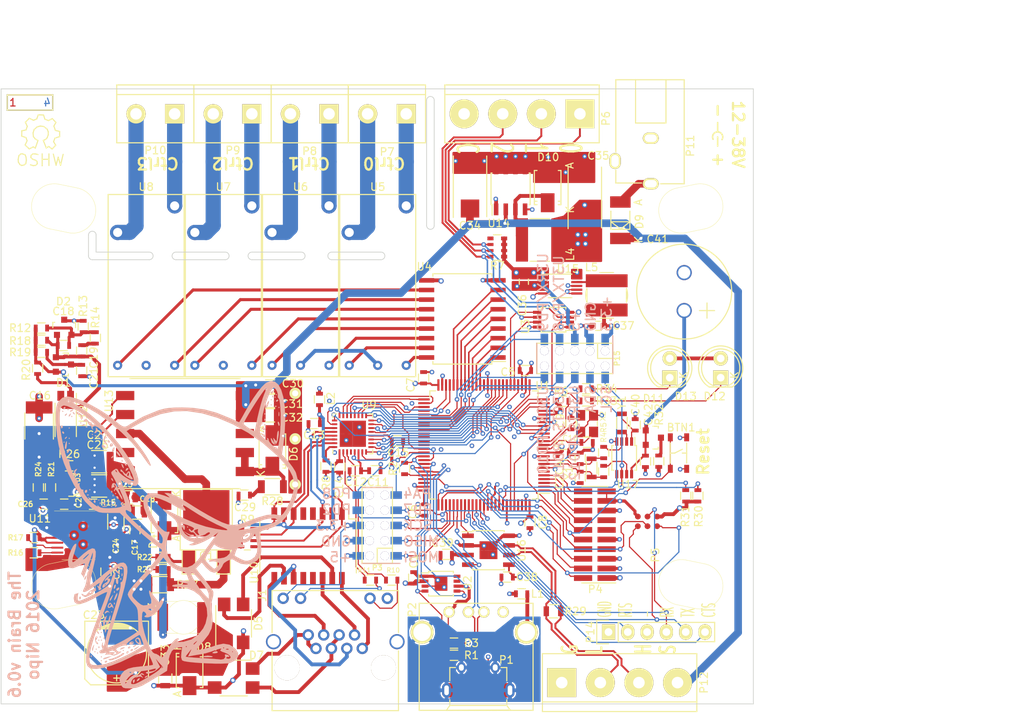
<source format=kicad_pcb>
(kicad_pcb (version 4) (host pcbnew 4.1.0-alpha+201605061002+6775~44~ubuntu14.04.1-product)

  (general
    (links 433)
    (no_connects 0)
    (area 46.701191 48.3 184.835714 142.675001)
    (thickness 1.6)
    (drawings 55)
    (tracks 2078)
    (zones 0)
    (modules 142)
    (nets 177)
  )

  (page A4)
  (layers
    (0 F.Cu signal)
    (1 In1.Cu power)
    (2 In2.Cu power)
    (31 B.Cu signal)
    (32 B.Adhes user hide)
    (33 F.Adhes user hide)
    (34 B.Paste user hide)
    (35 F.Paste user hide)
    (36 B.SilkS user)
    (37 F.SilkS user)
    (38 B.Mask user)
    (39 F.Mask user hide)
    (40 Dwgs.User user)
    (41 Cmts.User user)
    (42 Eco1.User user)
    (43 Eco2.User user)
    (44 Edge.Cuts user)
    (45 Margin user)
    (46 B.CrtYd user)
    (47 F.CrtYd user)
    (48 B.Fab user hide)
    (49 F.Fab user hide)
  )

  (setup
    (last_trace_width 0.1524)
    (user_trace_width 0.1524)
    (user_trace_width 0.2)
    (user_trace_width 0.25)
    (user_trace_width 0.4)
    (user_trace_width 0.5)
    (user_trace_width 1)
    (user_trace_width 2)
    (trace_clearance 0.1524)
    (zone_clearance 0.2)
    (zone_45_only yes)
    (trace_min 0.1524)
    (segment_width 0.2)
    (edge_width 0.1)
    (via_size 0.6048)
    (via_drill 0.3)
    (via_min_size 0.6048)
    (via_min_drill 0.3)
    (user_via 0.6048 0.3)
    (user_via 0.8 0.4)
    (user_via 1 0.5)
    (user_via 1.5 1)
    (uvia_size 0.3)
    (uvia_drill 0.1)
    (uvias_allowed no)
    (uvia_min_size 0.2)
    (uvia_min_drill 0.1)
    (pcb_text_width 0.3)
    (pcb_text_size 1.5 1.5)
    (mod_edge_width 0.15)
    (mod_text_size 1 1)
    (mod_text_width 0.15)
    (pad_size 4 4)
    (pad_drill 3.2)
    (pad_to_mask_clearance 0)
    (aux_axis_origin 0 0)
    (visible_elements FFFFEF7F)
    (pcbplotparams
      (layerselection 0x00030_ffffffff)
      (usegerberextensions false)
      (excludeedgelayer true)
      (linewidth 0.100000)
      (plotframeref false)
      (viasonmask false)
      (mode 1)
      (useauxorigin false)
      (hpglpennumber 1)
      (hpglpenspeed 20)
      (hpglpendiameter 15)
      (psnegative false)
      (psa4output false)
      (plotreference true)
      (plotvalue true)
      (plotinvisibletext false)
      (padsonsilk false)
      (subtractmaskfromsilk false)
      (outputformat 1)
      (mirror false)
      (drillshape 1)
      (scaleselection 1)
      (outputdirectory ""))
  )

  (net 0 "")
  (net 1 +3V3)
  (net 2 /mcu/TMS)
  (net 3 GND)
  (net 4 /mcu/TCK)
  (net 5 /mcu/TDO)
  (net 6 /mcu/TDI)
  (net 7 /mcu/nRESET)
  (net 8 /mcu/TraceCLK)
  (net 9 /mcu/TraceData0)
  (net 10 /mcu/TraceData1)
  (net 11 /mcu/TraceData2)
  (net 12 /mcu/TraceData3)
  (net 13 "Net-(C9-Pad1)")
  (net 14 "Net-(C10-Pad1)")
  (net 15 "Net-(C18-Pad1)")
  (net 16 +5V)
  (net 17 "Net-(L1-Pad1)")
  (net 18 "Net-(J1-Pad10)")
  (net 19 "Net-(J1-Pad11)")
  (net 20 "Net-(P6-Pad2)")
  (net 21 "Net-(P6-Pad1)")
  (net 22 "Net-(P7-Pad2)")
  (net 23 "Net-(P7-Pad1)")
  (net 24 "Net-(U1-Pad82)")
  (net 25 "Net-(U1-Pad81)")
  (net 26 "/I2C / RTC / Extension/IRQ")
  (net 27 "/I2C / RTC / Extension/OSC_OUT")
  (net 28 "Net-(U1-Pad39)")
  (net 29 "Net-(U1-Pad40)")
  (net 30 "Net-(U1-Pad41)")
  (net 31 "Net-(U1-Pad42)")
  (net 32 "Net-(U1-Pad43)")
  (net 33 "Net-(U1-Pad44)")
  (net 34 "Net-(U1-Pad45)")
  (net 35 "Net-(U1-Pad46)")
  (net 36 /ethernet/POE_VC1-)
  (net 37 /ethernet/POE_VC1+)
  (net 38 /ethernet/POE_VC2-)
  (net 39 /ethernet/POE_VC2+)
  (net 40 "Net-(U1-Pad6)")
  (net 41 "Net-(U1-Pad38)")
  (net 42 "Net-(U1-Pad73)")
  (net 43 "Net-(U1-Pad91)")
  (net 44 "Net-(U1-Pad97)")
  (net 45 "Net-(U1-Pad98)")
  (net 46 "Net-(U9-Pad4)")
  (net 47 /ethernet/CLK_25M)
  (net 48 /mcu/ETH_PHY_nIRQ)
  (net 49 /mcu/ETH_PHY_nRESET)
  (net 50 /ethernet/MDC)
  (net 51 /ethernet/TX_D2)
  (net 52 /ethernet/TX_CLK)
  (net 53 /ethernet/RX_CLK)
  (net 54 /ethernet/MDIO)
  (net 55 /ethernet/RX_DV)
  (net 56 /ethernet/RX_D0)
  (net 57 /ethernet/RX_D1)
  (net 58 /ethernet/RX_D2)
  (net 59 /ethernet/RX_D3)
  (net 60 /ethernet/RX_ER)
  (net 61 /ethernet/TX_EN)
  (net 62 /ethernet/TX_D0)
  (net 63 /ethernet/TX_D1)
  (net 64 /ethernet/TX_D3)
  (net 65 /ethernet/CRS)
  (net 66 /ethernet/COL)
  (net 67 /ethernet/LAN_VDD)
  (net 68 /ethernet/TD-)
  (net 69 /ethernet/TD+)
  (net 70 /ethernet/RD-)
  (net 71 /ethernet/RD+)
  (net 72 /ethernet/ETH_RX-)
  (net 73 /ethernet/ETH_RX+)
  (net 74 /ethernet/ETH_TX-)
  (net 75 /ethernet/ETH_TX+)
  (net 76 "/I2C / RTC / Extension/SCL")
  (net 77 "/I2C / RTC / Extension/SDA")
  (net 78 GNDREF)
  (net 79 /mcu/USB_D+)
  (net 80 /mcu/USB_D-)
  (net 81 /can/CAN-)
  (net 82 /can/CAN+)
  (net 83 "Net-(U2-Pad7)")
  (net 84 "Net-(U2-Pad8)")
  (net 85 "Net-(U1-Pad60)")
  (net 86 "Net-(U1-Pad61)")
  (net 87 "Net-(U1-Pad62)")
  (net 88 "Net-(D6-Pad1)")
  (net 89 "Net-(L5-Pad2)")
  (net 90 /power/VCan)
  (net 91 "Net-(P11-Pad3)")
  (net 92 /mcu/Input_0)
  (net 93 /mcu/Input_1)
  (net 94 /mcu/Input_2)
  (net 95 /mcu/CS0)
  (net 96 /mcu/CS1)
  (net 97 /mcu/SCK)
  (net 98 /mcu/MOSI)
  (net 99 /mcu/MISO)
  (net 100 /poe/VPoe)
  (net 101 /poe/GPoe)
  (net 102 "Net-(C22-Pad1)")
  (net 103 "Net-(C29-Pad1)")
  (net 104 "Net-(D9-Pad2)")
  (net 105 "Net-(R15-Pad1)")
  (net 106 /poe/Feedback)
  (net 107 /poe/VPoe2)
  (net 108 "Net-(Q1-Pad3)")
  (net 109 "Net-(Q1-Pad1)")
  (net 110 /poe/VBias)
  (net 111 /mcu/USB_VBus)
  (net 112 "Net-(R2-Pad1)")
  (net 113 "Net-(C2-Pad1)")
  (net 114 "Net-(C4-Pad1)")
  (net 115 "Net-(C11-Pad1)")
  (net 116 "Net-(C18-Pad2)")
  (net 117 "Net-(C19-Pad2)")
  (net 118 "Net-(C20-Pad1)")
  (net 119 "Net-(C21-Pad1)")
  (net 120 "Net-(C24-Pad1)")
  (net 121 "Net-(C26-Pad2)")
  (net 122 "Net-(C28-Pad2)")
  (net 123 "Net-(C40-Pad1)")
  (net 124 "Net-(C41-Pad1)")
  (net 125 "Net-(D3-Pad1)")
  (net 126 "Net-(D3-Pad2)")
  (net 127 "Net-(D4-Pad2)")
  (net 128 "Net-(D10-Pad1)")
  (net 129 "Net-(D11-Pad3)")
  (net 130 "Net-(P1-Pad1)")
  (net 131 "Net-(P1-Pad4)")
  (net 132 "Net-(P4-Pad11)")
  (net 133 "Net-(P4-Pad13)")
  (net 134 "Net-(P6-Pad3)")
  (net 135 "Net-(P8-Pad1)")
  (net 136 "Net-(P8-Pad2)")
  (net 137 "Net-(P9-Pad1)")
  (net 138 "Net-(P9-Pad2)")
  (net 139 "Net-(P10-Pad1)")
  (net 140 "Net-(P10-Pad2)")
  (net 141 "Net-(R7-Pad5)")
  (net 142 "Net-(R8-Pad1)")
  (net 143 "Net-(R10-Pad1)")
  (net 144 "Net-(R11-Pad1)")
  (net 145 "Net-(R16-Pad1)")
  (net 146 "Net-(R17-Pad2)")
  (net 147 "Net-(R20-Pad2)")
  (net 148 "Net-(R22-Pad2)")
  (net 149 "Net-(R26-Pad1)")
  (net 150 "Net-(U4-Pad11)")
  (net 151 "Net-(U4-Pad12)")
  (net 152 "Net-(U4-Pad13)")
  (net 153 "Net-(U4-Pad14)")
  (net 154 "Net-(U4-Pad15)")
  (net 155 "Net-(U4-Pad16)")
  (net 156 "Net-(U4-Pad17)")
  (net 157 "Net-(U4-Pad18)")
  (net 158 "Net-(U17-Pad2)")
  (net 159 "Net-(U1-Pad63)")
  (net 160 "Net-(P14-Pad3)")
  (net 161 /mcu/U2RX)
  (net 162 /mcu/U2TX)
  (net 163 /mcu/U2RTS)
  (net 164 /mcu/U2CTS)
  (net 165 "Net-(D12-Pad1)")
  (net 166 "Net-(D13-Pad1)")
  (net 167 "Net-(R34-Pad1)")
  (net 168 "Net-(R33-Pad1)")
  (net 169 "Net-(P15-Pad6)")
  (net 170 "Net-(P3-Pad10)")
  (net 171 "Net-(P15-Pad7)")
  (net 172 "Net-(P15-Pad8)")
  (net 173 "Net-(P15-Pad9)")
  (net 174 /mcu/CS2)
  (net 175 "Net-(P15-Pad10)")
  (net 176 "Net-(U1-Pad54)")

  (net_class Default "This is the default net class."
    (clearance 0.1524)
    (trace_width 0.1524)
    (via_dia 0.6048)
    (via_drill 0.3)
    (uvia_dia 0.3)
    (uvia_drill 0.1)
    (add_net "/I2C / RTC / Extension/IRQ")
    (add_net "/I2C / RTC / Extension/OSC_OUT")
    (add_net "/I2C / RTC / Extension/SCL")
    (add_net "/I2C / RTC / Extension/SDA")
    (add_net /can/CAN+)
    (add_net /can/CAN-)
    (add_net /ethernet/CLK_25M)
    (add_net /ethernet/COL)
    (add_net /ethernet/CRS)
    (add_net /ethernet/MDC)
    (add_net /ethernet/MDIO)
    (add_net /ethernet/RX_CLK)
    (add_net /ethernet/RX_D0)
    (add_net /ethernet/RX_D1)
    (add_net /ethernet/RX_D2)
    (add_net /ethernet/RX_D3)
    (add_net /ethernet/RX_DV)
    (add_net /ethernet/RX_ER)
    (add_net /ethernet/TX_CLK)
    (add_net /ethernet/TX_D0)
    (add_net /ethernet/TX_D1)
    (add_net /ethernet/TX_D2)
    (add_net /ethernet/TX_D3)
    (add_net /ethernet/TX_EN)
    (add_net /mcu/CS0)
    (add_net /mcu/CS1)
    (add_net /mcu/CS2)
    (add_net /mcu/ETH_PHY_nIRQ)
    (add_net /mcu/ETH_PHY_nRESET)
    (add_net /mcu/Input_0)
    (add_net /mcu/Input_1)
    (add_net /mcu/Input_2)
    (add_net /mcu/MISO)
    (add_net /mcu/MOSI)
    (add_net /mcu/SCK)
    (add_net /mcu/TCK)
    (add_net /mcu/TDI)
    (add_net /mcu/TDO)
    (add_net /mcu/TMS)
    (add_net /mcu/TraceCLK)
    (add_net /mcu/TraceData0)
    (add_net /mcu/TraceData1)
    (add_net /mcu/TraceData2)
    (add_net /mcu/TraceData3)
    (add_net /mcu/U2CTS)
    (add_net /mcu/U2RTS)
    (add_net /mcu/U2RX)
    (add_net /mcu/U2TX)
    (add_net /mcu/USB_D+)
    (add_net /mcu/USB_D-)
    (add_net /mcu/USB_VBus)
    (add_net /mcu/nRESET)
    (add_net /poe/Feedback)
    (add_net /poe/VBias)
    (add_net /poe/VPoe2)
    (add_net GND)
    (add_net "Net-(C10-Pad1)")
    (add_net "Net-(C11-Pad1)")
    (add_net "Net-(C18-Pad1)")
    (add_net "Net-(C18-Pad2)")
    (add_net "Net-(C19-Pad2)")
    (add_net "Net-(C2-Pad1)")
    (add_net "Net-(C20-Pad1)")
    (add_net "Net-(C21-Pad1)")
    (add_net "Net-(C22-Pad1)")
    (add_net "Net-(C24-Pad1)")
    (add_net "Net-(C26-Pad2)")
    (add_net "Net-(C28-Pad2)")
    (add_net "Net-(C29-Pad1)")
    (add_net "Net-(C4-Pad1)")
    (add_net "Net-(C40-Pad1)")
    (add_net "Net-(C41-Pad1)")
    (add_net "Net-(C9-Pad1)")
    (add_net "Net-(D10-Pad1)")
    (add_net "Net-(D11-Pad3)")
    (add_net "Net-(D12-Pad1)")
    (add_net "Net-(D13-Pad1)")
    (add_net "Net-(D3-Pad1)")
    (add_net "Net-(D3-Pad2)")
    (add_net "Net-(D4-Pad2)")
    (add_net "Net-(D6-Pad1)")
    (add_net "Net-(D9-Pad2)")
    (add_net "Net-(J1-Pad10)")
    (add_net "Net-(J1-Pad11)")
    (add_net "Net-(L1-Pad1)")
    (add_net "Net-(L5-Pad2)")
    (add_net "Net-(P1-Pad1)")
    (add_net "Net-(P1-Pad4)")
    (add_net "Net-(P10-Pad1)")
    (add_net "Net-(P10-Pad2)")
    (add_net "Net-(P11-Pad3)")
    (add_net "Net-(P14-Pad3)")
    (add_net "Net-(P15-Pad10)")
    (add_net "Net-(P15-Pad6)")
    (add_net "Net-(P15-Pad7)")
    (add_net "Net-(P15-Pad8)")
    (add_net "Net-(P15-Pad9)")
    (add_net "Net-(P3-Pad10)")
    (add_net "Net-(P4-Pad11)")
    (add_net "Net-(P4-Pad13)")
    (add_net "Net-(P6-Pad1)")
    (add_net "Net-(P6-Pad2)")
    (add_net "Net-(P6-Pad3)")
    (add_net "Net-(P7-Pad1)")
    (add_net "Net-(P7-Pad2)")
    (add_net "Net-(P8-Pad1)")
    (add_net "Net-(P8-Pad2)")
    (add_net "Net-(P9-Pad1)")
    (add_net "Net-(P9-Pad2)")
    (add_net "Net-(Q1-Pad1)")
    (add_net "Net-(Q1-Pad3)")
    (add_net "Net-(R10-Pad1)")
    (add_net "Net-(R11-Pad1)")
    (add_net "Net-(R15-Pad1)")
    (add_net "Net-(R16-Pad1)")
    (add_net "Net-(R17-Pad2)")
    (add_net "Net-(R2-Pad1)")
    (add_net "Net-(R20-Pad2)")
    (add_net "Net-(R22-Pad2)")
    (add_net "Net-(R26-Pad1)")
    (add_net "Net-(R33-Pad1)")
    (add_net "Net-(R34-Pad1)")
    (add_net "Net-(R7-Pad5)")
    (add_net "Net-(R8-Pad1)")
    (add_net "Net-(U1-Pad38)")
    (add_net "Net-(U1-Pad39)")
    (add_net "Net-(U1-Pad40)")
    (add_net "Net-(U1-Pad41)")
    (add_net "Net-(U1-Pad42)")
    (add_net "Net-(U1-Pad43)")
    (add_net "Net-(U1-Pad44)")
    (add_net "Net-(U1-Pad45)")
    (add_net "Net-(U1-Pad46)")
    (add_net "Net-(U1-Pad54)")
    (add_net "Net-(U1-Pad6)")
    (add_net "Net-(U1-Pad60)")
    (add_net "Net-(U1-Pad61)")
    (add_net "Net-(U1-Pad62)")
    (add_net "Net-(U1-Pad63)")
    (add_net "Net-(U1-Pad73)")
    (add_net "Net-(U1-Pad81)")
    (add_net "Net-(U1-Pad82)")
    (add_net "Net-(U1-Pad91)")
    (add_net "Net-(U1-Pad97)")
    (add_net "Net-(U1-Pad98)")
    (add_net "Net-(U17-Pad2)")
    (add_net "Net-(U2-Pad7)")
    (add_net "Net-(U2-Pad8)")
    (add_net "Net-(U4-Pad11)")
    (add_net "Net-(U4-Pad12)")
    (add_net "Net-(U4-Pad13)")
    (add_net "Net-(U4-Pad14)")
    (add_net "Net-(U4-Pad15)")
    (add_net "Net-(U4-Pad16)")
    (add_net "Net-(U4-Pad17)")
    (add_net "Net-(U4-Pad18)")
    (add_net "Net-(U9-Pad4)")
  )

  (net_class More ""
    (clearance 0.2)
    (trace_width 0.25)
    (via_dia 0.6048)
    (via_drill 0.3)
    (uvia_dia 0.3)
    (uvia_drill 0.1)
    (add_net /ethernet/RD+)
    (add_net /ethernet/RD-)
    (add_net /ethernet/TD+)
    (add_net /ethernet/TD-)
  )

  (net_class Power ""
    (clearance 0.1524)
    (trace_width 0.5)
    (via_dia 0.7)
    (via_drill 0.4)
    (uvia_dia 0.3)
    (uvia_drill 0.1)
    (add_net +3V3)
    (add_net +5V)
    (add_net /ethernet/ETH_RX+)
    (add_net /ethernet/ETH_RX-)
    (add_net /ethernet/ETH_TX+)
    (add_net /ethernet/ETH_TX-)
    (add_net /ethernet/LAN_VDD)
    (add_net /ethernet/POE_VC1+)
    (add_net /ethernet/POE_VC1-)
    (add_net /ethernet/POE_VC2+)
    (add_net /ethernet/POE_VC2-)
    (add_net /poe/GPoe)
    (add_net /poe/VPoe)
    (add_net /power/VCan)
    (add_net GNDREF)
  )

  (net_class Power2 ""
    (clearance 1)
    (trace_width 0.5)
    (via_dia 1)
    (via_drill 0.5)
    (uvia_dia 0.3)
    (uvia_drill 0.1)
  )

  (module Resistors_SMD:R_0603 (layer F.Cu) (tedit 5415CC62) (tstamp 57CCB83B)
    (at 142.2 113.1 90)
    (descr "Resistor SMD 0603, reflow soldering, Vishay (see dcrcw.pdf)")
    (tags "resistor 0603")
    (path /57A213DD/57CE1FC1)
    (attr smd)
    (fp_text reference R30 (at -2.7 0.1 90) (layer F.SilkS)
      (effects (font (size 1 1) (thickness 0.15)))
    )
    (fp_text value 4k7 (at 0 -0.1 90) (layer F.Fab)
      (effects (font (size 1 1) (thickness 0.15)))
    )
    (fp_line (start -1.3 -0.8) (end 1.3 -0.8) (layer F.CrtYd) (width 0.05))
    (fp_line (start -1.3 0.8) (end 1.3 0.8) (layer F.CrtYd) (width 0.05))
    (fp_line (start -1.3 -0.8) (end -1.3 0.8) (layer F.CrtYd) (width 0.05))
    (fp_line (start 1.3 -0.8) (end 1.3 0.8) (layer F.CrtYd) (width 0.05))
    (fp_line (start 0.5 0.675) (end -0.5 0.675) (layer F.SilkS) (width 0.15))
    (fp_line (start -0.5 -0.675) (end 0.5 -0.675) (layer F.SilkS) (width 0.15))
    (pad 1 smd rect (at -0.75 0 90) (size 0.5 0.9) (layers F.Cu F.Paste F.Mask)
      (net 1 +3V3))
    (pad 2 smd rect (at 0.75 0 90) (size 0.5 0.9) (layers F.Cu F.Paste F.Mask)
      (net 76 "/I2C / RTC / Extension/SCL"))
    (model Resistors_SMD.3dshapes/R_0603.wrl
      (at (xyz 0 0 0))
      (scale (xyz 1 1 1))
      (rotate (xyz 0 0 0))
    )
  )

  (module Connect:bornier4 (layer F.Cu) (tedit 0) (tstamp 57C37980)
    (at 131.9 137.7)
    (descr "Bornier d'alimentation 4 pins")
    (tags DEV)
    (path /57A213DC/57A21746)
    (fp_text reference P12 (at 11.1 0 270) (layer F.SilkS)
      (effects (font (size 1 1) (thickness 0.15)))
    )
    (fp_text value CAN (at -0.1 0.4) (layer F.Fab)
      (effects (font (size 1 1) (thickness 0.15)))
    )
    (fp_line (start -10.16 -3.81) (end -10.16 3.81) (layer F.SilkS) (width 0.15))
    (fp_line (start 10.16 3.81) (end 10.16 -3.81) (layer F.SilkS) (width 0.15))
    (fp_line (start 10.16 2.54) (end -10.16 2.54) (layer F.SilkS) (width 0.15))
    (fp_line (start -10.16 -3.81) (end 10.16 -3.81) (layer F.SilkS) (width 0.15))
    (fp_line (start -10.16 3.81) (end 10.16 3.81) (layer F.SilkS) (width 0.15))
    (pad 2 thru_hole circle (at -2.54 0) (size 3.81 3.81) (drill 1.524) (layers *.Cu *.Mask F.SilkS)
      (net 81 /can/CAN-))
    (pad 3 thru_hole circle (at 2.54 0) (size 3.81 3.81) (drill 1.524) (layers *.Cu *.Mask F.SilkS)
      (net 82 /can/CAN+))
    (pad 1 thru_hole rect (at -7.62 0) (size 3.81 3.81) (drill 1.524) (layers *.Cu *.Mask F.SilkS)
      (net 3 GND))
    (pad 4 thru_hole circle (at 7.62 0) (size 3.81 3.81) (drill 1.524) (layers *.Cu *.Mask F.SilkS)
      (net 90 /power/VCan))
    (model Connect.3dshapes/bornier4.wrl
      (at (xyz 0 0 0))
      (scale (xyz 1 1 1))
      (rotate (xyz 0 0 0))
    )
  )

  (module Connect:USB_A (layer F.Cu) (tedit 5543E289) (tstamp 57C37A26)
    (at 109.45914 128.40212)
    (descr "USB A connector")
    (tags "USB USB_A")
    (path /57A213D7/57BD5361)
    (fp_text reference P2 (at -4.85914 -0.30212 270) (layer F.SilkS)
      (effects (font (size 1 1) (thickness 0.15)))
    )
    (fp_text value USBA (at 3.74086 2.49788) (layer F.Fab)
      (effects (font (size 1 1) (thickness 0.15)))
    )
    (fp_line (start -5.3 13.2) (end -5.3 -1.4) (layer F.CrtYd) (width 0.05))
    (fp_line (start 11.95 -1.4) (end 11.95 13.2) (layer F.CrtYd) (width 0.05))
    (fp_line (start -5.3 13.2) (end 11.95 13.2) (layer F.CrtYd) (width 0.05))
    (fp_line (start -5.3 -1.4) (end 11.95 -1.4) (layer F.CrtYd) (width 0.05))
    (fp_line (start 11.04986 -1.14512) (end 11.04986 12.95188) (layer F.SilkS) (width 0.15))
    (fp_line (start -3.93614 12.95188) (end -3.93614 -1.14512) (layer F.SilkS) (width 0.15))
    (fp_line (start 11.04986 -1.14512) (end -3.93614 -1.14512) (layer F.SilkS) (width 0.15))
    (fp_line (start 11.04986 12.95188) (end -3.93614 12.95188) (layer F.SilkS) (width 0.15))
    (pad 4 thru_hole circle (at 7.11286 -0.00212 270) (size 1.50114 1.50114) (drill 1.00076) (layers *.Cu *.Mask F.SilkS)
      (net 3 GND))
    (pad 3 thru_hole circle (at 4.57286 -0.00212 270) (size 1.50114 1.50114) (drill 1.00076) (layers *.Cu *.Mask F.SilkS)
      (net 79 /mcu/USB_D+))
    (pad 2 thru_hole circle (at 2.54086 -0.00212 270) (size 1.50114 1.50114) (drill 1.00076) (layers *.Cu *.Mask F.SilkS)
      (net 80 /mcu/USB_D-))
    (pad 1 thru_hole circle (at 0.00086 -0.00212 270) (size 1.50114 1.50114) (drill 1.00076) (layers *.Cu *.Mask F.SilkS)
      (net 111 /mcu/USB_VBus))
    (pad 5 thru_hole circle (at 10.16086 2.66488 270) (size 2.99974 2.99974) (drill 2.30124) (layers *.Cu *.Mask F.SilkS)
      (net 17 "Net-(L1-Pad1)"))
    (pad 5 thru_hole circle (at -3.55514 2.66488 270) (size 2.99974 2.99974) (drill 2.30124) (layers *.Cu *.Mask F.SilkS)
      (net 17 "Net-(L1-Pad1)"))
    (model Connect.3dshapes/USB_A.wrl
      (at (xyz 0.14 0 0))
      (scale (xyz 1 1 1))
      (rotate (xyz 0 0 90))
    )
  )

  (module Housings_QFP:LQFP-100_14x14mm_Pitch0.5mm (layer F.Cu) (tedit 54130A77) (tstamp 57C377BF)
    (at 114.05 106.4 180)
    (descr "LQFP100: plastic low profile quad flat package; 100 leads; body 14 x 14 x 1.4 mm (see NXP sot407-1_po.pdf and sot407-1_fr.pdf)")
    (tags "QFP 0.5")
    (path /57A213D7/57BCD0F0)
    (attr smd)
    (fp_text reference U1 (at -7.75 7.8 180) (layer F.SilkS)
      (effects (font (size 1 1) (thickness 0.15)))
    )
    (fp_text value STM32F107VCT (at 0.25 1.3 180) (layer F.Fab)
      (effects (font (size 1 1) (thickness 0.15)))
    )
    (fp_line (start -8.9 -8.9) (end -8.9 8.9) (layer F.CrtYd) (width 0.05))
    (fp_line (start 8.9 -8.9) (end 8.9 8.9) (layer F.CrtYd) (width 0.05))
    (fp_line (start -8.9 -8.9) (end 8.9 -8.9) (layer F.CrtYd) (width 0.05))
    (fp_line (start -8.9 8.9) (end 8.9 8.9) (layer F.CrtYd) (width 0.05))
    (fp_line (start -7.125 -7.125) (end -7.125 -6.365) (layer F.SilkS) (width 0.15))
    (fp_line (start 7.125 -7.125) (end 7.125 -6.365) (layer F.SilkS) (width 0.15))
    (fp_line (start 7.125 7.125) (end 7.125 6.365) (layer F.SilkS) (width 0.15))
    (fp_line (start -7.125 7.125) (end -7.125 6.365) (layer F.SilkS) (width 0.15))
    (fp_line (start -7.125 -7.125) (end -6.365 -7.125) (layer F.SilkS) (width 0.15))
    (fp_line (start -7.125 7.125) (end -6.365 7.125) (layer F.SilkS) (width 0.15))
    (fp_line (start 7.125 7.125) (end 6.365 7.125) (layer F.SilkS) (width 0.15))
    (fp_line (start 7.125 -7.125) (end 6.365 -7.125) (layer F.SilkS) (width 0.15))
    (fp_line (start -7.125 -6.365) (end -8.65 -6.365) (layer F.SilkS) (width 0.15))
    (pad 1 smd rect (at -7.9 -6 180) (size 1.5 0.28) (layers F.Cu F.Paste F.Mask)
      (net 8 /mcu/TraceCLK))
    (pad 2 smd rect (at -7.9 -5.5 180) (size 1.5 0.28) (layers F.Cu F.Paste F.Mask)
      (net 9 /mcu/TraceData0))
    (pad 3 smd rect (at -7.9 -5 180) (size 1.5 0.28) (layers F.Cu F.Paste F.Mask)
      (net 10 /mcu/TraceData1))
    (pad 4 smd rect (at -7.9 -4.5 180) (size 1.5 0.28) (layers F.Cu F.Paste F.Mask)
      (net 11 /mcu/TraceData2))
    (pad 5 smd rect (at -7.9 -4 180) (size 1.5 0.28) (layers F.Cu F.Paste F.Mask)
      (net 12 /mcu/TraceData3))
    (pad 6 smd rect (at -7.9 -3.5 180) (size 1.5 0.28) (layers F.Cu F.Paste F.Mask)
      (net 40 "Net-(U1-Pad6)"))
    (pad 7 smd rect (at -7.9 -3 180) (size 1.5 0.28) (layers F.Cu F.Paste F.Mask)
      (net 167 "Net-(R34-Pad1)"))
    (pad 8 smd rect (at -7.9 -2.5 180) (size 1.5 0.28) (layers F.Cu F.Paste F.Mask)
      (net 113 "Net-(C2-Pad1)"))
    (pad 9 smd rect (at -7.9 -2 180) (size 1.5 0.28) (layers F.Cu F.Paste F.Mask)
      (net 114 "Net-(C4-Pad1)"))
    (pad 10 smd rect (at -7.9 -1.5 180) (size 1.5 0.28) (layers F.Cu F.Paste F.Mask)
      (net 3 GND))
    (pad 11 smd rect (at -7.9 -1 180) (size 1.5 0.28) (layers F.Cu F.Paste F.Mask)
      (net 1 +3V3))
    (pad 12 smd rect (at -7.9 -0.5 180) (size 1.5 0.28) (layers F.Cu F.Paste F.Mask)
      (net 14 "Net-(C10-Pad1)"))
    (pad 13 smd rect (at -7.9 0 180) (size 1.5 0.28) (layers F.Cu F.Paste F.Mask)
      (net 13 "Net-(C9-Pad1)"))
    (pad 14 smd rect (at -7.9 0.5 180) (size 1.5 0.28) (layers F.Cu F.Paste F.Mask)
      (net 7 /mcu/nRESET))
    (pad 15 smd rect (at -7.9 1 180) (size 1.5 0.28) (layers F.Cu F.Paste F.Mask)
      (net 94 /mcu/Input_2))
    (pad 16 smd rect (at -7.9 1.5 180) (size 1.5 0.28) (layers F.Cu F.Paste F.Mask)
      (net 50 /ethernet/MDC))
    (pad 17 smd rect (at -7.9 2 180) (size 1.5 0.28) (layers F.Cu F.Paste F.Mask)
      (net 51 /ethernet/TX_D2))
    (pad 18 smd rect (at -7.9 2.5 180) (size 1.5 0.28) (layers F.Cu F.Paste F.Mask)
      (net 52 /ethernet/TX_CLK))
    (pad 19 smd rect (at -7.9 3 180) (size 1.5 0.28) (layers F.Cu F.Paste F.Mask)
      (net 3 GND))
    (pad 20 smd rect (at -7.9 3.5 180) (size 1.5 0.28) (layers F.Cu F.Paste F.Mask)
      (net 3 GND))
    (pad 21 smd rect (at -7.9 4 180) (size 1.5 0.28) (layers F.Cu F.Paste F.Mask)
      (net 1 +3V3))
    (pad 22 smd rect (at -7.9 4.5 180) (size 1.5 0.28) (layers F.Cu F.Paste F.Mask)
      (net 1 +3V3))
    (pad 23 smd rect (at -7.9 5 180) (size 1.5 0.28) (layers F.Cu F.Paste F.Mask)
      (net 65 /ethernet/CRS))
    (pad 24 smd rect (at -7.9 5.5 180) (size 1.5 0.28) (layers F.Cu F.Paste F.Mask)
      (net 53 /ethernet/RX_CLK))
    (pad 25 smd rect (at -7.9 6 180) (size 1.5 0.28) (layers F.Cu F.Paste F.Mask)
      (net 54 /ethernet/MDIO))
    (pad 26 smd rect (at -6 7.9 270) (size 1.5 0.28) (layers F.Cu F.Paste F.Mask)
      (net 66 /ethernet/COL))
    (pad 27 smd rect (at -5.5 7.9 270) (size 1.5 0.28) (layers F.Cu F.Paste F.Mask)
      (net 3 GND))
    (pad 28 smd rect (at -5 7.9 270) (size 1.5 0.28) (layers F.Cu F.Paste F.Mask)
      (net 1 +3V3))
    (pad 29 smd rect (at -4.5 7.9 270) (size 1.5 0.28) (layers F.Cu F.Paste F.Mask)
      (net 95 /mcu/CS0))
    (pad 30 smd rect (at -4 7.9 270) (size 1.5 0.28) (layers F.Cu F.Paste F.Mask)
      (net 92 /mcu/Input_0))
    (pad 31 smd rect (at -3.5 7.9 270) (size 1.5 0.28) (layers F.Cu F.Paste F.Mask)
      (net 93 /mcu/Input_1))
    (pad 32 smd rect (at -3 7.9 270) (size 1.5 0.28) (layers F.Cu F.Paste F.Mask)
      (net 55 /ethernet/RX_DV))
    (pad 33 smd rect (at -2.5 7.9 270) (size 1.5 0.28) (layers F.Cu F.Paste F.Mask)
      (net 56 /ethernet/RX_D0))
    (pad 34 smd rect (at -2 7.9 270) (size 1.5 0.28) (layers F.Cu F.Paste F.Mask)
      (net 57 /ethernet/RX_D1))
    (pad 35 smd rect (at -1.5 7.9 270) (size 1.5 0.28) (layers F.Cu F.Paste F.Mask)
      (net 58 /ethernet/RX_D2))
    (pad 36 smd rect (at -1 7.9 270) (size 1.5 0.28) (layers F.Cu F.Paste F.Mask)
      (net 59 /ethernet/RX_D3))
    (pad 37 smd rect (at -0.5 7.9 270) (size 1.5 0.28) (layers F.Cu F.Paste F.Mask)
      (net 3 GND))
    (pad 38 smd rect (at 0 7.9 270) (size 1.5 0.28) (layers F.Cu F.Paste F.Mask)
      (net 41 "Net-(U1-Pad38)"))
    (pad 39 smd rect (at 0.5 7.9 270) (size 1.5 0.28) (layers F.Cu F.Paste F.Mask)
      (net 28 "Net-(U1-Pad39)"))
    (pad 40 smd rect (at 1 7.9 270) (size 1.5 0.28) (layers F.Cu F.Paste F.Mask)
      (net 29 "Net-(U1-Pad40)"))
    (pad 41 smd rect (at 1.5 7.9 270) (size 1.5 0.28) (layers F.Cu F.Paste F.Mask)
      (net 30 "Net-(U1-Pad41)"))
    (pad 42 smd rect (at 2 7.9 270) (size 1.5 0.28) (layers F.Cu F.Paste F.Mask)
      (net 31 "Net-(U1-Pad42)"))
    (pad 43 smd rect (at 2.5 7.9 270) (size 1.5 0.28) (layers F.Cu F.Paste F.Mask)
      (net 32 "Net-(U1-Pad43)"))
    (pad 44 smd rect (at 3 7.9 270) (size 1.5 0.28) (layers F.Cu F.Paste F.Mask)
      (net 33 "Net-(U1-Pad44)"))
    (pad 45 smd rect (at 3.5 7.9 270) (size 1.5 0.28) (layers F.Cu F.Paste F.Mask)
      (net 34 "Net-(U1-Pad45)"))
    (pad 46 smd rect (at 4 7.9 270) (size 1.5 0.28) (layers F.Cu F.Paste F.Mask)
      (net 35 "Net-(U1-Pad46)"))
    (pad 47 smd rect (at 4.5 7.9 270) (size 1.5 0.28) (layers F.Cu F.Paste F.Mask)
      (net 60 /ethernet/RX_ER))
    (pad 48 smd rect (at 5 7.9 270) (size 1.5 0.28) (layers F.Cu F.Paste F.Mask)
      (net 61 /ethernet/TX_EN))
    (pad 49 smd rect (at 5.5 7.9 270) (size 1.5 0.28) (layers F.Cu F.Paste F.Mask)
      (net 3 GND))
    (pad 50 smd rect (at 6 7.9 270) (size 1.5 0.28) (layers F.Cu F.Paste F.Mask)
      (net 1 +3V3))
    (pad 51 smd rect (at 7.9 6 180) (size 1.5 0.28) (layers F.Cu F.Paste F.Mask)
      (net 62 /ethernet/TX_D0))
    (pad 52 smd rect (at 7.9 5.5 180) (size 1.5 0.28) (layers F.Cu F.Paste F.Mask)
      (net 63 /ethernet/TX_D1))
    (pad 53 smd rect (at 7.9 5 180) (size 1.5 0.28) (layers F.Cu F.Paste F.Mask)
      (net 49 /mcu/ETH_PHY_nRESET))
    (pad 54 smd rect (at 7.9 4.5 180) (size 1.5 0.28) (layers F.Cu F.Paste F.Mask)
      (net 176 "Net-(U1-Pad54)"))
    (pad 55 smd rect (at 7.9 4 180) (size 1.5 0.28) (layers F.Cu F.Paste F.Mask)
      (net 171 "Net-(P15-Pad7)"))
    (pad 56 smd rect (at 7.9 3.5 180) (size 1.5 0.28) (layers F.Cu F.Paste F.Mask)
      (net 173 "Net-(P15-Pad9)"))
    (pad 57 smd rect (at 7.9 3 180) (size 1.5 0.28) (layers F.Cu F.Paste F.Mask)
      (net 175 "Net-(P15-Pad10)"))
    (pad 58 smd rect (at 7.9 2.5 180) (size 1.5 0.28) (layers F.Cu F.Paste F.Mask)
      (net 172 "Net-(P15-Pad8)"))
    (pad 59 smd rect (at 7.9 2 180) (size 1.5 0.28) (layers F.Cu F.Paste F.Mask)
      (net 169 "Net-(P15-Pad6)"))
    (pad 60 smd rect (at 7.9 1.5 180) (size 1.5 0.28) (layers F.Cu F.Paste F.Mask)
      (net 85 "Net-(U1-Pad60)"))
    (pad 61 smd rect (at 7.9 1 180) (size 1.5 0.28) (layers F.Cu F.Paste F.Mask)
      (net 86 "Net-(U1-Pad61)"))
    (pad 62 smd rect (at 7.9 0.5 180) (size 1.5 0.28) (layers F.Cu F.Paste F.Mask)
      (net 87 "Net-(U1-Pad62)"))
    (pad 63 smd rect (at 7.9 0 180) (size 1.5 0.28) (layers F.Cu F.Paste F.Mask)
      (net 159 "Net-(U1-Pad63)"))
    (pad 64 smd rect (at 7.9 -0.5 180) (size 1.5 0.28) (layers F.Cu F.Paste F.Mask)
      (net 48 /mcu/ETH_PHY_nIRQ))
    (pad 65 smd rect (at 7.9 -1 180) (size 1.5 0.28) (layers F.Cu F.Paste F.Mask)
      (net 170 "Net-(P3-Pad10)"))
    (pad 66 smd rect (at 7.9 -1.5 180) (size 1.5 0.28) (layers F.Cu F.Paste F.Mask)
      (net 112 "Net-(R2-Pad1)"))
    (pad 67 smd rect (at 7.9 -2 180) (size 1.5 0.28) (layers F.Cu F.Paste F.Mask)
      (net 47 /ethernet/CLK_25M))
    (pad 68 smd rect (at 7.9 -2.5 180) (size 1.5 0.28) (layers F.Cu F.Paste F.Mask)
      (net 111 /mcu/USB_VBus))
    (pad 69 smd rect (at 7.9 -3 180) (size 1.5 0.28) (layers F.Cu F.Paste F.Mask)
      (net 131 "Net-(P1-Pad4)"))
    (pad 70 smd rect (at 7.9 -3.5 180) (size 1.5 0.28) (layers F.Cu F.Paste F.Mask)
      (net 80 /mcu/USB_D-))
    (pad 71 smd rect (at 7.9 -4 180) (size 1.5 0.28) (layers F.Cu F.Paste F.Mask)
      (net 79 /mcu/USB_D+))
    (pad 72 smd rect (at 7.9 -4.5 180) (size 1.5 0.28) (layers F.Cu F.Paste F.Mask)
      (net 2 /mcu/TMS))
    (pad 73 smd rect (at 7.9 -5 180) (size 1.5 0.28) (layers F.Cu F.Paste F.Mask)
      (net 42 "Net-(U1-Pad73)"))
    (pad 74 smd rect (at 7.9 -5.5 180) (size 1.5 0.28) (layers F.Cu F.Paste F.Mask)
      (net 3 GND))
    (pad 75 smd rect (at 7.9 -6 180) (size 1.5 0.28) (layers F.Cu F.Paste F.Mask)
      (net 1 +3V3))
    (pad 76 smd rect (at 6 -7.9 270) (size 1.5 0.28) (layers F.Cu F.Paste F.Mask)
      (net 4 /mcu/TCK))
    (pad 77 smd rect (at 5.5 -7.9 270) (size 1.5 0.28) (layers F.Cu F.Paste F.Mask)
      (net 6 /mcu/TDI))
    (pad 78 smd rect (at 5 -7.9 270) (size 1.5 0.28) (layers F.Cu F.Paste F.Mask)
      (net 97 /mcu/SCK))
    (pad 79 smd rect (at 4.5 -7.9 270) (size 1.5 0.28) (layers F.Cu F.Paste F.Mask)
      (net 99 /mcu/MISO))
    (pad 80 smd rect (at 4 -7.9 270) (size 1.5 0.28) (layers F.Cu F.Paste F.Mask)
      (net 98 /mcu/MOSI))
    (pad 81 smd rect (at 3.5 -7.9 270) (size 1.5 0.28) (layers F.Cu F.Paste F.Mask)
      (net 25 "Net-(U1-Pad81)"))
    (pad 82 smd rect (at 3 -7.9 270) (size 1.5 0.28) (layers F.Cu F.Paste F.Mask)
      (net 24 "Net-(U1-Pad82)"))
    (pad 83 smd rect (at 2.5 -7.9 270) (size 1.5 0.28) (layers F.Cu F.Paste F.Mask)
      (net 96 /mcu/CS1))
    (pad 84 smd rect (at 2 -7.9 270) (size 1.5 0.28) (layers F.Cu F.Paste F.Mask)
      (net 164 /mcu/U2CTS))
    (pad 85 smd rect (at 1.5 -7.9 270) (size 1.5 0.28) (layers F.Cu F.Paste F.Mask)
      (net 163 /mcu/U2RTS))
    (pad 86 smd rect (at 1 -7.9 270) (size 1.5 0.28) (layers F.Cu F.Paste F.Mask)
      (net 162 /mcu/U2TX))
    (pad 87 smd rect (at 0.5 -7.9 270) (size 1.5 0.28) (layers F.Cu F.Paste F.Mask)
      (net 161 /mcu/U2RX))
    (pad 88 smd rect (at 0 -7.9 270) (size 1.5 0.28) (layers F.Cu F.Paste F.Mask)
      (net 174 /mcu/CS2))
    (pad 89 smd rect (at -0.5 -7.9 270) (size 1.5 0.28) (layers F.Cu F.Paste F.Mask)
      (net 5 /mcu/TDO))
    (pad 90 smd rect (at -1 -7.9 270) (size 1.5 0.28) (layers F.Cu F.Paste F.Mask)
      (net 3 GND))
    (pad 91 smd rect (at -1.5 -7.9 270) (size 1.5 0.28) (layers F.Cu F.Paste F.Mask)
      (net 43 "Net-(U1-Pad91)"))
    (pad 92 smd rect (at -2 -7.9 270) (size 1.5 0.28) (layers F.Cu F.Paste F.Mask)
      (net 76 "/I2C / RTC / Extension/SCL"))
    (pad 93 smd rect (at -2.5 -7.9 270) (size 1.5 0.28) (layers F.Cu F.Paste F.Mask)
      (net 77 "/I2C / RTC / Extension/SDA"))
    (pad 94 smd rect (at -3 -7.9 270) (size 1.5 0.28) (layers F.Cu F.Paste F.Mask)
      (net 3 GND))
    (pad 95 smd rect (at -3.5 -7.9 270) (size 1.5 0.28) (layers F.Cu F.Paste F.Mask)
      (net 64 /ethernet/TX_D3))
    (pad 96 smd rect (at -4 -7.9 270) (size 1.5 0.28) (layers F.Cu F.Paste F.Mask)
      (net 168 "Net-(R33-Pad1)"))
    (pad 97 smd rect (at -4.5 -7.9 270) (size 1.5 0.28) (layers F.Cu F.Paste F.Mask)
      (net 44 "Net-(U1-Pad97)"))
    (pad 98 smd rect (at -5 -7.9 270) (size 1.5 0.28) (layers F.Cu F.Paste F.Mask)
      (net 45 "Net-(U1-Pad98)"))
    (pad 99 smd rect (at -5.5 -7.9 270) (size 1.5 0.28) (layers F.Cu F.Paste F.Mask)
      (net 3 GND))
    (pad 100 smd rect (at -6 -7.9 270) (size 1.5 0.28) (layers F.Cu F.Paste F.Mask)
      (net 1 +3V3))
    (model Housings_QFP.3dshapes/LQFP-100_14x14mm_Pitch0.5mm.wrl
      (at (xyz 0 0 0))
      (scale (xyz 1 1 1))
      (rotate (xyz 0 0 0))
    )
  )

  (module Abracon:ABM8G (layer F.Cu) (tedit 582ABC35) (tstamp 57C37BAB)
    (at 127.62122 103.589165 90)
    (path /57A213D7/57BCDC66)
    (fp_text reference X2 (at 0.989165 2.07878 270) (layer F.SilkS)
      (effects (font (size 0.7 0.7) (thickness 0.1)))
    )
    (fp_text value 25MHz (at 1.089165 -0.02122 90) (layer F.Fab)
      (effects (font (size 1 1) (thickness 0.15)))
    )
    (fp_line (start -1.7 0.15) (end -1.7 -0.15) (layer F.SilkS) (width 0.15))
    (fp_line (start 0.3 1.35) (end -0.3 1.35) (layer F.SilkS) (width 0.15))
    (fp_line (start 1.7 -0.15) (end 1.7 0.15) (layer F.SilkS) (width 0.15))
    (fp_line (start -0.3 -1.35) (end 0.3 -1.35) (layer F.SilkS) (width 0.15))
    (fp_line (start -1.6 1.25) (end -1.6 -1.25) (layer F.CrtYd) (width 0.05))
    (fp_line (start 1.6 1.25) (end -1.6 1.25) (layer F.CrtYd) (width 0.05))
    (fp_line (start 1.6 -1.25) (end 1.6 1.25) (layer F.CrtYd) (width 0.05))
    (fp_line (start -1.6 -1.25) (end 1.6 -1.25) (layer F.CrtYd) (width 0.05))
    (pad 3 smd rect (at -1.1 -0.85 90) (size 1.4 1.2) (layers F.Cu F.Paste F.Mask)
      (net 3 GND))
    (pad 2 smd rect (at 1.1 -0.85 90) (size 1.4 1.2) (layers F.Cu F.Paste F.Mask)
      (net 13 "Net-(C9-Pad1)"))
    (pad 3 smd rect (at 1.1 0.85 90) (size 1.4 1.2) (layers F.Cu F.Paste F.Mask)
      (net 3 GND))
    (pad 1 smd rect (at -1.1 0.85 90) (size 1.4 1.2) (layers F.Cu F.Paste F.Mask)
      (net 14 "Net-(C10-Pad1)"))
    (model /Users/nipo/projects/hardware/kicad-library/Abracon.3dshapes/ABM8G.wrl
      (at (xyz 0 0 0))
      (scale (xyz 0.3937 0.3937 0.3937))
      (rotate (xyz -90 0 0))
    )
  )

  (module Abracon:ABS07 (layer F.Cu) (tedit 57C35276) (tstamp 57C37B85)
    (at 128.216 109.419 270)
    (descr http://www.abracon.com/Resonators/ABS07.pdf)
    (tags "ABS07 Crystal")
    (path /57A213D7/57BD5AA4)
    (fp_text reference X1 (at 0.681 3.016 270) (layer F.SilkS)
      (effects (font (size 1 1) (thickness 0.15)))
    )
    (fp_text value 32768Hz (at 0.881 0.016 270) (layer F.Fab)
      (effects (font (size 1 1) (thickness 0.15)))
    )
    (fp_line (start 0.75 0.7) (end -0.75 0.7) (layer F.SilkS) (width 0.15))
    (fp_line (start -0.75 -0.7) (end 0.75 -0.7) (layer F.SilkS) (width 0.15))
    (fp_line (start 1.6 -0.75) (end 1.6 0.75) (layer F.CrtYd) (width 0.05))
    (fp_line (start -1.6 -0.75) (end 1.6 -0.75) (layer F.CrtYd) (width 0.05))
    (fp_line (start 1.6 0.75) (end -1.6 0.75) (layer F.CrtYd) (width 0.05))
    (fp_line (start -1.6 0.75) (end -1.6 -0.75) (layer F.CrtYd) (width 0.05))
    (pad 1 smd rect (at -1.2 0 270) (size 0.6 1.3) (layers F.Cu F.Paste F.Mask)
      (net 114 "Net-(C4-Pad1)") (clearance 0.3))
    (pad 2 smd rect (at 1.2 0 270) (size 0.6 1.3) (layers F.Cu F.Paste F.Mask)
      (net 113 "Net-(C2-Pad1)") (clearance 0.3))
    (model /Users/nipo/projects/hardware/kicad-library/Abracon.3dshapes/ABS07.wrl
      (at (xyz 0 0 0))
      (scale (xyz 0.3937 0.3937 0.3937))
      (rotate (xyz -90 0 0))
    )
  )

  (module Abracon:ABS07 (layer F.Cu) (tedit 56F3EAF3) (tstamp 57C37B63)
    (at 132.2 103.5 270)
    (descr http://www.abracon.com/Resonators/ABS07.pdf)
    (tags "ABS07 Crystal")
    (path /57A213DD/57B577CF)
    (fp_text reference Y1 (at -2.7 0 270) (layer F.SilkS)
      (effects (font (size 1 1) (thickness 0.15)))
    )
    (fp_text value 32768Hz (at -2.1 -0.1 270) (layer F.Fab)
      (effects (font (size 1 1) (thickness 0.15)))
    )
    (fp_line (start 0.75 0.7) (end -0.75 0.7) (layer F.SilkS) (width 0.15))
    (fp_line (start -0.75 -0.7) (end 0.75 -0.7) (layer F.SilkS) (width 0.15))
    (fp_line (start 1.6 -0.75) (end 1.6 0.75) (layer F.CrtYd) (width 0.05))
    (fp_line (start -1.6 -0.75) (end 1.6 -0.75) (layer F.CrtYd) (width 0.05))
    (fp_line (start 1.6 0.75) (end -1.6 0.75) (layer F.CrtYd) (width 0.05))
    (fp_line (start -1.6 0.75) (end -1.6 -0.75) (layer F.CrtYd) (width 0.05))
    (pad 1 smd rect (at -1.2 0 270) (size 0.6 1.3) (layers F.Cu F.Paste F.Mask)
      (net 123 "Net-(C40-Pad1)") (clearance 0.3))
    (pad 2 smd rect (at 1.2 0 270) (size 0.6 1.3) (layers F.Cu F.Paste F.Mask)
      (net 158 "Net-(U17-Pad2)") (clearance 0.3))
    (model /Users/nipo/projects/hardware/kicad-library/Abracon.3dshapes/ABS07.wrl
      (at (xyz 0 0 0))
      (scale (xyz 0.3937 0.3937 0.3937))
      (rotate (xyz -90 0 0))
    )
  )

  (module Connect:RJHSE538X (layer F.Cu) (tedit 55225793) (tstamp 57C37A66)
    (at 98.032 133.2 180)
    (descr "mod. jack, ethernet, 8P8C, RJ45 connector, 2 leds, shielded")
    (tags "RJHSE538X 8P8C RJ45 ethernet jack")
    (path /57A213DB/57BDBDF2)
    (fp_text reference J1 (at 13.132 7 90) (layer F.SilkS)
      (effects (font (size 1 1) (thickness 0.15)))
    )
    (fp_text value RJHSE-5484 (at 3.732 4.4 180) (layer F.Fab)
      (effects (font (size 1 1) (thickness 0.15)))
    )
    (fp_line (start -5.8 -8.45) (end -5.8 7.9) (layer F.CrtYd) (width 0.05))
    (fp_line (start -5.8 7.9) (end 12.9 7.9) (layer F.CrtYd) (width 0.05))
    (fp_line (start 12.9 7.9) (end 12.9 -8.45) (layer F.CrtYd) (width 0.05))
    (fp_line (start 12.9 -8.45) (end -5.8 -8.45) (layer F.CrtYd) (width 0.05))
    (fp_line (start 11.8745 7.62) (end 11.8745 2.0955) (layer F.SilkS) (width 0.15))
    (fp_line (start -4.7625 7.62) (end -4.7625 2.0955) (layer F.SilkS) (width 0.15))
    (fp_line (start 11.8745 -8.1915) (end -4.7625 -8.1915) (layer F.SilkS) (width 0.15))
    (fp_line (start 11.8745 -8.1915) (end 11.8745 -0.3175) (layer F.SilkS) (width 0.15))
    (fp_line (start -4.7625 -8.1915) (end -4.7625 -0.3175) (layer F.SilkS) (width 0.15))
    (fp_line (start 11.8745 7.62) (end -4.7625 7.62) (layer F.SilkS) (width 0.15))
    (pad "" thru_hole circle (at 11.684 0.889 180) (size 2 2) (drill 1.57) (layers *.Cu *.Mask))
    (pad 9 thru_hole circle (at -3.302 6.604 180) (size 1.50114 1.50114) (drill 0.889) (layers *.Cu *.Mask)
      (net 3 GND))
    (pad 10 thru_hole circle (at -1.016 6.604 180) (size 1.50114 1.50114) (drill 0.889) (layers *.Cu *.Mask)
      (net 18 "Net-(J1-Pad10)"))
    (pad 11 thru_hole circle (at 8.128 6.604 180) (size 1.50114 1.50114) (drill 0.889) (layers *.Cu *.Mask)
      (net 19 "Net-(J1-Pad11)"))
    (pad 12 thru_hole circle (at 10.414 6.604 180) (size 1.50114 1.50114) (drill 0.889) (layers *.Cu *.Mask)
      (net 1 +3V3))
    (pad 8 thru_hole circle (at 7.112 1.778 180) (size 1.50114 1.50114) (drill 0.889) (layers *.Cu *.Mask)
      (net 38 /ethernet/POE_VC2-))
    (pad 6 thru_hole circle (at 5.08 1.778 180) (size 1.50114 1.50114) (drill 0.889) (layers *.Cu *.Mask)
      (net 72 /ethernet/ETH_RX-))
    (pad 4 thru_hole circle (at 3.048 1.778 180) (size 1.50114 1.50114) (drill 0.889) (layers *.Cu *.Mask)
      (net 39 /ethernet/POE_VC2+))
    (pad 2 thru_hole circle (at 1.016 1.778 180) (size 1.50114 1.50114) (drill 0.889) (layers *.Cu *.Mask)
      (net 74 /ethernet/ETH_TX-))
    (pad 5 thru_hole circle (at 4.064 0 180) (size 1.50114 1.50114) (drill 0.889) (layers *.Cu *.Mask)
      (net 39 /ethernet/POE_VC2+))
    (pad 3 thru_hole circle (at 2.032 0 180) (size 1.50114 1.50114) (drill 0.889) (layers *.Cu *.Mask)
      (net 73 /ethernet/ETH_RX+))
    (pad 7 thru_hole circle (at 6.096 0 180) (size 1.50114 1.50114) (drill 0.889) (layers *.Cu *.Mask)
      (net 38 /ethernet/POE_VC2-))
    (pad 1 thru_hole circle (at 0 0 180) (size 1.50114 1.50114) (drill 0.889) (layers *.Cu *.Mask)
      (net 75 /ethernet/ETH_TX+))
    (pad "" thru_hole circle (at -2.794 -2.54 180) (size 3.3 3.3) (drill 3.3) (layers *.Cu *.Mask F.SilkS))
    (pad "" thru_hole circle (at 9.906 -2.54 180) (size 3.3 3.3) (drill 3.3) (layers *.Cu *.Mask F.SilkS))
    (pad "" thru_hole circle (at -4.572 0.889 180) (size 2 2) (drill 1.57) (layers *.Cu *.Mask))
    (model Connect.3dshapes/RJHSE538X.wrl
      (at (xyz 0.138 0.06 0.125))
      (scale (xyz 0.4 0.4 0.4))
      (rotate (xyz -90 0 180))
    )
  )

  (module Connect:bornier2 (layer F.Cu) (tedit 0) (tstamp 57C37A00)
    (at 70.794 62.792 180)
    (descr "Bornier d'alimentation 2 pins")
    (tags DEV)
    (path /57A213DF/57A218EC)
    (fp_text reference P10 (at -0.006 -4.808 180) (layer F.SilkS)
      (effects (font (size 1 1) (thickness 0.15)))
    )
    (fp_text value Ctrl3 (at 0 5.08 180) (layer F.Fab)
      (effects (font (size 1 1) (thickness 0.15)))
    )
    (fp_line (start 5.08 2.54) (end -5.08 2.54) (layer F.SilkS) (width 0.15))
    (fp_line (start 5.08 3.81) (end 5.08 -3.81) (layer F.SilkS) (width 0.15))
    (fp_line (start 5.08 -3.81) (end -5.08 -3.81) (layer F.SilkS) (width 0.15))
    (fp_line (start -5.08 -3.81) (end -5.08 3.81) (layer F.SilkS) (width 0.15))
    (fp_line (start -5.08 3.81) (end 5.08 3.81) (layer F.SilkS) (width 0.15))
    (pad 1 thru_hole rect (at -2.54 0 180) (size 2.54 2.54) (drill 1.524) (layers *.Cu *.Mask F.SilkS)
      (net 139 "Net-(P10-Pad1)"))
    (pad 2 thru_hole circle (at 2.54 0 180) (size 2.54 2.54) (drill 1.524) (layers *.Cu *.Mask F.SilkS)
      (net 140 "Net-(P10-Pad2)"))
    (model Connect.3dshapes/bornier2.wrl
      (at (xyz 0 0 0))
      (scale (xyz 1 1 1))
      (rotate (xyz 0 0 0))
    )
  )

  (module Connect:bornier2 (layer F.Cu) (tedit 0) (tstamp 57C379E1)
    (at 80.954 62.792 180)
    (descr "Bornier d'alimentation 2 pins")
    (tags DEV)
    (path /57A213DF/57C1D2D4)
    (fp_text reference P9 (at -0.046 -4.808 180) (layer F.SilkS)
      (effects (font (size 1 1) (thickness 0.15)))
    )
    (fp_text value Ctrl2 (at 0 5.08 180) (layer F.Fab)
      (effects (font (size 1 1) (thickness 0.15)))
    )
    (fp_line (start 5.08 2.54) (end -5.08 2.54) (layer F.SilkS) (width 0.15))
    (fp_line (start 5.08 3.81) (end 5.08 -3.81) (layer F.SilkS) (width 0.15))
    (fp_line (start 5.08 -3.81) (end -5.08 -3.81) (layer F.SilkS) (width 0.15))
    (fp_line (start -5.08 -3.81) (end -5.08 3.81) (layer F.SilkS) (width 0.15))
    (fp_line (start -5.08 3.81) (end 5.08 3.81) (layer F.SilkS) (width 0.15))
    (pad 1 thru_hole rect (at -2.54 0 180) (size 2.54 2.54) (drill 1.524) (layers *.Cu *.Mask F.SilkS)
      (net 137 "Net-(P9-Pad1)"))
    (pad 2 thru_hole circle (at 2.54 0 180) (size 2.54 2.54) (drill 1.524) (layers *.Cu *.Mask F.SilkS)
      (net 138 "Net-(P9-Pad2)"))
    (model Connect.3dshapes/bornier2.wrl
      (at (xyz 0 0 0))
      (scale (xyz 1 1 1))
      (rotate (xyz 0 0 0))
    )
  )

  (module Connect:bornier2 (layer F.Cu) (tedit 0) (tstamp 57C379C2)
    (at 91.114 62.792 180)
    (descr "Bornier d'alimentation 2 pins")
    (tags DEV)
    (path /57A213DF/57C1D331)
    (fp_text reference P8 (at 0.014 -4.908 180) (layer F.SilkS)
      (effects (font (size 1 1) (thickness 0.15)))
    )
    (fp_text value Ctrl1 (at 0 5.08 180) (layer F.Fab)
      (effects (font (size 1 1) (thickness 0.15)))
    )
    (fp_line (start 5.08 2.54) (end -5.08 2.54) (layer F.SilkS) (width 0.15))
    (fp_line (start 5.08 3.81) (end 5.08 -3.81) (layer F.SilkS) (width 0.15))
    (fp_line (start 5.08 -3.81) (end -5.08 -3.81) (layer F.SilkS) (width 0.15))
    (fp_line (start -5.08 -3.81) (end -5.08 3.81) (layer F.SilkS) (width 0.15))
    (fp_line (start -5.08 3.81) (end 5.08 3.81) (layer F.SilkS) (width 0.15))
    (pad 1 thru_hole rect (at -2.54 0 180) (size 2.54 2.54) (drill 1.524) (layers *.Cu *.Mask F.SilkS)
      (net 135 "Net-(P8-Pad1)"))
    (pad 2 thru_hole circle (at 2.54 0 180) (size 2.54 2.54) (drill 1.524) (layers *.Cu *.Mask F.SilkS)
      (net 136 "Net-(P8-Pad2)"))
    (model Connect.3dshapes/bornier2.wrl
      (at (xyz 0 0 0))
      (scale (xyz 1 1 1))
      (rotate (xyz 0 0 0))
    )
  )

  (module Connect:bornier2 (layer F.Cu) (tedit 0) (tstamp 57C379A3)
    (at 101.274 62.792 180)
    (descr "Bornier d'alimentation 2 pins")
    (tags DEV)
    (path /57A213DF/57C1D33C)
    (fp_text reference P7 (at -0.026 -5.008 180) (layer F.SilkS)
      (effects (font (size 1 1) (thickness 0.15)))
    )
    (fp_text value Ctrl0 (at 0 5.08 180) (layer F.Fab)
      (effects (font (size 1 1) (thickness 0.15)))
    )
    (fp_line (start 5.08 2.54) (end -5.08 2.54) (layer F.SilkS) (width 0.15))
    (fp_line (start 5.08 3.81) (end 5.08 -3.81) (layer F.SilkS) (width 0.15))
    (fp_line (start 5.08 -3.81) (end -5.08 -3.81) (layer F.SilkS) (width 0.15))
    (fp_line (start -5.08 -3.81) (end -5.08 3.81) (layer F.SilkS) (width 0.15))
    (fp_line (start -5.08 3.81) (end 5.08 3.81) (layer F.SilkS) (width 0.15))
    (pad 1 thru_hole rect (at -2.54 0 180) (size 2.54 2.54) (drill 1.524) (layers *.Cu *.Mask F.SilkS)
      (net 23 "Net-(P7-Pad1)"))
    (pad 2 thru_hole circle (at 2.54 0 180) (size 2.54 2.54) (drill 1.524) (layers *.Cu *.Mask F.SilkS)
      (net 22 "Net-(P7-Pad2)"))
    (model Connect.3dshapes/bornier2.wrl
      (at (xyz 0 0 0))
      (scale (xyz 1 1 1))
      (rotate (xyz 0 0 0))
    )
  )

  (module Housings_DFN_QFN:QFN-32-1EP_5x5mm_Pitch0.5mm (layer F.Cu) (tedit 54130A77) (tstamp 57C378DA)
    (at 96.785027 104.924554 90)
    (descr "UH Package; 32-Lead Plastic QFN (5mm x 5mm); (see Linear Technology QFN_32_05-08-1693.pdf)")
    (tags "QFN 0.5")
    (path /57A213DB/57BDAE2D)
    (attr smd)
    (fp_text reference U9 (at 3.785 2.127 180) (layer F.SilkS)
      (effects (font (size 1 1) (thickness 0.15)))
    )
    (fp_text value LAN8710A (at 2.024554 0.014973 90) (layer F.Fab)
      (effects (font (size 1 1) (thickness 0.15)))
    )
    (fp_line (start -3 -3) (end -3 3) (layer F.CrtYd) (width 0.05))
    (fp_line (start 3 -3) (end 3 3) (layer F.CrtYd) (width 0.05))
    (fp_line (start -3 -3) (end 3 -3) (layer F.CrtYd) (width 0.05))
    (fp_line (start -3 3) (end 3 3) (layer F.CrtYd) (width 0.05))
    (fp_line (start 2.625 -2.625) (end 2.625 -2.1) (layer F.SilkS) (width 0.15))
    (fp_line (start -2.625 2.625) (end -2.625 2.1) (layer F.SilkS) (width 0.15))
    (fp_line (start 2.625 2.625) (end 2.625 2.1) (layer F.SilkS) (width 0.15))
    (fp_line (start -2.625 -2.625) (end -2.1 -2.625) (layer F.SilkS) (width 0.15))
    (fp_line (start -2.625 2.625) (end -2.1 2.625) (layer F.SilkS) (width 0.15))
    (fp_line (start 2.625 2.625) (end 2.1 2.625) (layer F.SilkS) (width 0.15))
    (fp_line (start 2.625 -2.625) (end 2.1 -2.625) (layer F.SilkS) (width 0.15))
    (pad 1 smd rect (at -2.4 -1.75 90) (size 0.7 0.25) (layers F.Cu F.Paste F.Mask)
      (net 67 /ethernet/LAN_VDD))
    (pad 2 smd rect (at -2.4 -1.25 90) (size 0.7 0.25) (layers F.Cu F.Paste F.Mask)
      (net 144 "Net-(R11-Pad1)"))
    (pad 3 smd rect (at -2.4 -0.75 90) (size 0.7 0.25) (layers F.Cu F.Paste F.Mask)
      (net 143 "Net-(R10-Pad1)"))
    (pad 4 smd rect (at -2.4 -0.25 90) (size 0.7 0.25) (layers F.Cu F.Paste F.Mask)
      (net 46 "Net-(U9-Pad4)"))
    (pad 5 smd rect (at -2.4 0.25 90) (size 0.7 0.25) (layers F.Cu F.Paste F.Mask)
      (net 47 /ethernet/CLK_25M))
    (pad 6 smd rect (at -2.4 0.75 90) (size 0.7 0.25) (layers F.Cu F.Paste F.Mask)
      (net 115 "Net-(C11-Pad1)"))
    (pad 7 smd rect (at -2.4 1.25 90) (size 0.7 0.25) (layers F.Cu F.Paste F.Mask)
      (net 53 /ethernet/RX_CLK))
    (pad 8 smd rect (at -2.4 1.75 90) (size 0.7 0.25) (layers F.Cu F.Paste F.Mask)
      (net 59 /ethernet/RX_D3))
    (pad 9 smd rect (at -1.75 2.4 180) (size 0.7 0.25) (layers F.Cu F.Paste F.Mask)
      (net 58 /ethernet/RX_D2))
    (pad 10 smd rect (at -1.25 2.4 180) (size 0.7 0.25) (layers F.Cu F.Paste F.Mask)
      (net 57 /ethernet/RX_D1))
    (pad 11 smd rect (at -0.75 2.4 180) (size 0.7 0.25) (layers F.Cu F.Paste F.Mask)
      (net 56 /ethernet/RX_D0))
    (pad 12 smd rect (at -0.25 2.4 180) (size 0.7 0.25) (layers F.Cu F.Paste F.Mask)
      (net 1 +3V3))
    (pad 13 smd rect (at 0.25 2.4 180) (size 0.7 0.25) (layers F.Cu F.Paste F.Mask)
      (net 60 /ethernet/RX_ER))
    (pad 14 smd rect (at 0.75 2.4 180) (size 0.7 0.25) (layers F.Cu F.Paste F.Mask)
      (net 65 /ethernet/CRS))
    (pad 15 smd rect (at 1.25 2.4 180) (size 0.7 0.25) (layers F.Cu F.Paste F.Mask)
      (net 66 /ethernet/COL))
    (pad 16 smd rect (at 1.75 2.4 180) (size 0.7 0.25) (layers F.Cu F.Paste F.Mask)
      (net 54 /ethernet/MDIO))
    (pad 17 smd rect (at 2.4 1.75 90) (size 0.7 0.25) (layers F.Cu F.Paste F.Mask)
      (net 50 /ethernet/MDC))
    (pad 18 smd rect (at 2.4 1.25 90) (size 0.7 0.25) (layers F.Cu F.Paste F.Mask)
      (net 48 /mcu/ETH_PHY_nIRQ))
    (pad 19 smd rect (at 2.4 0.75 90) (size 0.7 0.25) (layers F.Cu F.Paste F.Mask)
      (net 49 /mcu/ETH_PHY_nRESET))
    (pad 20 smd rect (at 2.4 0.25 90) (size 0.7 0.25) (layers F.Cu F.Paste F.Mask)
      (net 52 /ethernet/TX_CLK))
    (pad 21 smd rect (at 2.4 -0.25 90) (size 0.7 0.25) (layers F.Cu F.Paste F.Mask)
      (net 61 /ethernet/TX_EN))
    (pad 22 smd rect (at 2.4 -0.75 90) (size 0.7 0.25) (layers F.Cu F.Paste F.Mask)
      (net 62 /ethernet/TX_D0))
    (pad 23 smd rect (at 2.4 -1.25 90) (size 0.7 0.25) (layers F.Cu F.Paste F.Mask)
      (net 63 /ethernet/TX_D1))
    (pad 24 smd rect (at 2.4 -1.75 90) (size 0.7 0.25) (layers F.Cu F.Paste F.Mask)
      (net 51 /ethernet/TX_D2))
    (pad 25 smd rect (at 1.75 -2.4 180) (size 0.7 0.25) (layers F.Cu F.Paste F.Mask)
      (net 64 /ethernet/TX_D3))
    (pad 26 smd rect (at 1.25 -2.4 180) (size 0.7 0.25) (layers F.Cu F.Paste F.Mask)
      (net 55 /ethernet/RX_DV))
    (pad 27 smd rect (at 0.75 -2.4 180) (size 0.7 0.25) (layers F.Cu F.Paste F.Mask)
      (net 67 /ethernet/LAN_VDD))
    (pad 28 smd rect (at 0.25 -2.4 180) (size 0.7 0.25) (layers F.Cu F.Paste F.Mask)
      (net 68 /ethernet/TD-))
    (pad 29 smd rect (at -0.25 -2.4 180) (size 0.7 0.25) (layers F.Cu F.Paste F.Mask)
      (net 69 /ethernet/TD+))
    (pad 30 smd rect (at -0.75 -2.4 180) (size 0.7 0.25) (layers F.Cu F.Paste F.Mask)
      (net 70 /ethernet/RD-))
    (pad 31 smd rect (at -1.25 -2.4 180) (size 0.7 0.25) (layers F.Cu F.Paste F.Mask)
      (net 71 /ethernet/RD+))
    (pad 32 smd rect (at -1.75 -2.4 180) (size 0.7 0.25) (layers F.Cu F.Paste F.Mask)
      (net 142 "Net-(R8-Pad1)"))
    (pad 33 smd rect (at 0.8625 0.8625 90) (size 1.725 1.725) (layers F.Cu F.Paste F.Mask)
      (net 3 GND) (solder_paste_margin_ratio -0.2))
    (pad 33 smd rect (at 0.8625 -0.8625 90) (size 1.725 1.725) (layers F.Cu F.Paste F.Mask)
      (net 3 GND) (solder_paste_margin_ratio -0.2))
    (pad 33 smd rect (at -0.8625 0.8625 90) (size 1.725 1.725) (layers F.Cu F.Paste F.Mask)
      (net 3 GND) (solder_paste_margin_ratio -0.2))
    (pad 33 smd rect (at -0.8625 -0.8625 90) (size 1.725 1.725) (layers F.Cu F.Paste F.Mask)
      (net 3 GND) (solder_paste_margin_ratio -0.2))
    (model Housings_DFN_QFN.3dshapes/QFN-32-1EP_5x5mm_Pitch0.5mm.wrl
      (at (xyz 0 0 0))
      (scale (xyz 1 1 1))
      (rotate (xyz 0 0 0))
    )
  )

  (module Housings_SOIC:SOIC-18_7.5x11.6mm_Pitch1.27mm (layer F.Cu) (tedit 54130A77) (tstamp 57C3764D)
    (at 111.2 89.8 180)
    (descr "18-Lead Plastic Small Outline (SO) - Wide, 7.50 mm Body [SOIC] (see Microchip Packaging Specification 00000049BS.pdf)")
    (tags "SOIC 1.27")
    (path /57A213DF/57C1C979)
    (attr smd)
    (fp_text reference U4 (at 5.01 6.89 180) (layer F.SilkS)
      (effects (font (size 1 1) (thickness 0.15)))
    )
    (fp_text value ULN2803 (at -0.1 0.3 180) (layer F.Fab)
      (effects (font (size 1 1) (thickness 0.15)))
    )
    (fp_line (start -5.95 -6.15) (end -5.95 6.15) (layer F.CrtYd) (width 0.05))
    (fp_line (start 5.95 -6.15) (end 5.95 6.15) (layer F.CrtYd) (width 0.05))
    (fp_line (start -5.95 -6.15) (end 5.95 -6.15) (layer F.CrtYd) (width 0.05))
    (fp_line (start -5.95 6.15) (end 5.95 6.15) (layer F.CrtYd) (width 0.05))
    (fp_line (start -3.875 -5.95) (end -3.875 -5.605) (layer F.SilkS) (width 0.15))
    (fp_line (start 3.875 -5.95) (end 3.875 -5.605) (layer F.SilkS) (width 0.15))
    (fp_line (start 3.875 5.95) (end 3.875 5.605) (layer F.SilkS) (width 0.15))
    (fp_line (start -3.875 5.95) (end -3.875 5.605) (layer F.SilkS) (width 0.15))
    (fp_line (start -3.875 -5.95) (end 3.875 -5.95) (layer F.SilkS) (width 0.15))
    (fp_line (start -3.875 5.95) (end 3.875 5.95) (layer F.SilkS) (width 0.15))
    (fp_line (start -3.875 -5.605) (end -5.7 -5.605) (layer F.SilkS) (width 0.15))
    (pad 1 smd rect (at -4.7 -5.08 180) (size 2 0.6) (layers F.Cu F.Paste F.Mask)
      (net 28 "Net-(U1-Pad39)"))
    (pad 2 smd rect (at -4.7 -3.81 180) (size 2 0.6) (layers F.Cu F.Paste F.Mask)
      (net 29 "Net-(U1-Pad40)"))
    (pad 3 smd rect (at -4.7 -2.54 180) (size 2 0.6) (layers F.Cu F.Paste F.Mask)
      (net 30 "Net-(U1-Pad41)"))
    (pad 4 smd rect (at -4.7 -1.27 180) (size 2 0.6) (layers F.Cu F.Paste F.Mask)
      (net 31 "Net-(U1-Pad42)"))
    (pad 5 smd rect (at -4.7 0 180) (size 2 0.6) (layers F.Cu F.Paste F.Mask)
      (net 32 "Net-(U1-Pad43)"))
    (pad 6 smd rect (at -4.7 1.27 180) (size 2 0.6) (layers F.Cu F.Paste F.Mask)
      (net 33 "Net-(U1-Pad44)"))
    (pad 7 smd rect (at -4.7 2.54 180) (size 2 0.6) (layers F.Cu F.Paste F.Mask)
      (net 34 "Net-(U1-Pad45)"))
    (pad 8 smd rect (at -4.7 3.81 180) (size 2 0.6) (layers F.Cu F.Paste F.Mask)
      (net 35 "Net-(U1-Pad46)"))
    (pad 9 smd rect (at -4.7 5.08 180) (size 2 0.6) (layers F.Cu F.Paste F.Mask)
      (net 3 GND))
    (pad 10 smd rect (at 4.7 5.08 180) (size 2 0.6) (layers F.Cu F.Paste F.Mask)
      (net 16 +5V))
    (pad 11 smd rect (at 4.7 3.81 180) (size 2 0.6) (layers F.Cu F.Paste F.Mask)
      (net 150 "Net-(U4-Pad11)"))
    (pad 12 smd rect (at 4.7 2.54 180) (size 2 0.6) (layers F.Cu F.Paste F.Mask)
      (net 151 "Net-(U4-Pad12)"))
    (pad 13 smd rect (at 4.7 1.27 180) (size 2 0.6) (layers F.Cu F.Paste F.Mask)
      (net 152 "Net-(U4-Pad13)"))
    (pad 14 smd rect (at 4.7 0 180) (size 2 0.6) (layers F.Cu F.Paste F.Mask)
      (net 153 "Net-(U4-Pad14)"))
    (pad 15 smd rect (at 4.7 -1.27 180) (size 2 0.6) (layers F.Cu F.Paste F.Mask)
      (net 154 "Net-(U4-Pad15)"))
    (pad 16 smd rect (at 4.7 -2.54 180) (size 2 0.6) (layers F.Cu F.Paste F.Mask)
      (net 155 "Net-(U4-Pad16)"))
    (pad 17 smd rect (at 4.7 -3.81 180) (size 2 0.6) (layers F.Cu F.Paste F.Mask)
      (net 156 "Net-(U4-Pad17)"))
    (pad 18 smd rect (at 4.7 -5.08 180) (size 2 0.6) (layers F.Cu F.Paste F.Mask)
      (net 157 "Net-(U4-Pad18)"))
    (model Housings_SOIC.3dshapes/SOIC-18_7.5x11.6mm_Pitch1.27mm.wrl
      (at (xyz 0 0 0))
      (scale (xyz 1 1 1))
      (rotate (xyz 0 0 0))
    )
  )

  (module Housings_SOT-23_SOT-143_TSOT-6:SOT-23 (layer F.Cu) (tedit 553634F8) (tstamp 57C37545)
    (at 136.3405 105.434 270)
    (descr "SOT-23, Standard")
    (tags SOT-23)
    (path /57A213DD/57B58B53)
    (attr smd)
    (fp_text reference D11 (at -5.134 -0.0595) (layer F.SilkS)
      (effects (font (size 1 1) (thickness 0.15)))
    )
    (fp_text value Diode (at -1.034 0.0405 270) (layer F.Fab)
      (effects (font (size 1 1) (thickness 0.15)))
    )
    (fp_line (start -1.65 -1.6) (end 1.65 -1.6) (layer F.CrtYd) (width 0.05))
    (fp_line (start 1.65 -1.6) (end 1.65 1.6) (layer F.CrtYd) (width 0.05))
    (fp_line (start 1.65 1.6) (end -1.65 1.6) (layer F.CrtYd) (width 0.05))
    (fp_line (start -1.65 1.6) (end -1.65 -1.6) (layer F.CrtYd) (width 0.05))
    (fp_line (start 1.29916 -0.65024) (end 1.2509 -0.65024) (layer F.SilkS) (width 0.15))
    (fp_line (start -1.49982 0.0508) (end -1.49982 -0.65024) (layer F.SilkS) (width 0.15))
    (fp_line (start -1.49982 -0.65024) (end -1.2509 -0.65024) (layer F.SilkS) (width 0.15))
    (fp_line (start 1.29916 -0.65024) (end 1.49982 -0.65024) (layer F.SilkS) (width 0.15))
    (fp_line (start 1.49982 -0.65024) (end 1.49982 0.0508) (layer F.SilkS) (width 0.15))
    (pad 1 smd rect (at -0.95 1.00076 270) (size 0.8001 0.8001) (layers F.Cu F.Paste F.Mask)
      (net 124 "Net-(C41-Pad1)"))
    (pad 2 smd rect (at 0.95 1.00076 270) (size 0.8001 0.8001) (layers F.Cu F.Paste F.Mask)
      (net 124 "Net-(C41-Pad1)"))
    (pad 3 smd rect (at 0 -0.99822 270) (size 0.8001 0.8001) (layers F.Cu F.Paste F.Mask)
      (net 129 "Net-(D11-Pad3)"))
    (model Housings_SOT-23_SOT-143_TSOT-6.3dshapes/SOT-23.wrl
      (at (xyz 0 0 0))
      (scale (xyz 1 1 1))
      (rotate (xyz 0 0 0))
    )
  )

  (module Resistors_SMD:R_0603 (layer F.Cu) (tedit 582ABC1E) (tstamp 57C37424)
    (at 129.8 109.9 270)
    (descr "Resistor SMD 0603, reflow soldering, Vishay (see dcrcw.pdf)")
    (tags "resistor 0603")
    (path /57A213D7/57BF73FF)
    (attr smd)
    (fp_text reference R4 (at -4.5 0 270) (layer F.SilkS)
      (effects (font (size 0.7 0.7) (thickness 0.1)))
    )
    (fp_text value 0R (at 0 0 270) (layer F.Fab)
      (effects (font (size 1 1) (thickness 0.15)))
    )
    (fp_line (start -1.3 -0.8) (end 1.3 -0.8) (layer F.CrtYd) (width 0.05))
    (fp_line (start -1.3 0.8) (end 1.3 0.8) (layer F.CrtYd) (width 0.05))
    (fp_line (start -1.3 -0.8) (end -1.3 0.8) (layer F.CrtYd) (width 0.05))
    (fp_line (start 1.3 -0.8) (end 1.3 0.8) (layer F.CrtYd) (width 0.05))
    (fp_line (start 0.5 0.675) (end -0.5 0.675) (layer F.SilkS) (width 0.15))
    (fp_line (start -0.5 -0.675) (end 0.5 -0.675) (layer F.SilkS) (width 0.15))
    (pad 1 smd rect (at -0.75 0 270) (size 0.5 0.9) (layers F.Cu F.Paste F.Mask)
      (net 27 "/I2C / RTC / Extension/OSC_OUT"))
    (pad 2 smd rect (at 0.75 0 270) (size 0.5 0.9) (layers F.Cu F.Paste F.Mask)
      (net 113 "Net-(C2-Pad1)"))
    (model Resistors_SMD.3dshapes/R_0603.wrl
      (at (xyz 0 0 0))
      (scale (xyz 1 1 1))
      (rotate (xyz 0 0 0))
    )
  )

  (module Resistors_SMD:R_0603 (layer F.Cu) (tedit 582ABC03) (tstamp 57C37402)
    (at 124.466 107.669)
    (descr "Resistor SMD 0603, reflow soldering, Vishay (see dcrcw.pdf)")
    (tags "resistor 0603")
    (path /57A213D7/57BD7879)
    (attr smd)
    (fp_text reference C3 (at -0.566 -1.369) (layer F.SilkS)
      (effects (font (size 0.7 0.7) (thickness 0.1)))
    )
    (fp_text value 100nF (at 0 1.9 90) (layer F.Fab)
      (effects (font (size 1 1) (thickness 0.15)))
    )
    (fp_line (start -1.3 -0.8) (end 1.3 -0.8) (layer F.CrtYd) (width 0.05))
    (fp_line (start -1.3 0.8) (end 1.3 0.8) (layer F.CrtYd) (width 0.05))
    (fp_line (start -1.3 -0.8) (end -1.3 0.8) (layer F.CrtYd) (width 0.05))
    (fp_line (start 1.3 -0.8) (end 1.3 0.8) (layer F.CrtYd) (width 0.05))
    (fp_line (start 0.5 0.675) (end -0.5 0.675) (layer F.SilkS) (width 0.15))
    (fp_line (start -0.5 -0.675) (end 0.5 -0.675) (layer F.SilkS) (width 0.15))
    (pad 1 smd rect (at -0.75 0) (size 0.5 0.9) (layers F.Cu F.Paste F.Mask)
      (net 1 +3V3))
    (pad 2 smd rect (at 0.75 0) (size 0.5 0.9) (layers F.Cu F.Paste F.Mask)
      (net 3 GND))
    (model Resistors_SMD.3dshapes/R_0603.wrl
      (at (xyz 0 0 0))
      (scale (xyz 1 1 1))
      (rotate (xyz 0 0 0))
    )
  )

  (module Resistors_SMD:R_0603 (layer F.Cu) (tedit 581E5CEA) (tstamp 57C373E0)
    (at 99.1 124.2)
    (descr "Resistor SMD 0603, reflow soldering, Vishay (see dcrcw.pdf)")
    (tags "resistor 0603")
    (path /57A213DB/57BDECC5)
    (attr smd)
    (fp_text reference R11 (at -0.8 -1.3) (layer F.SilkS)
      (effects (font (size 0.6 0.6) (thickness 0.1)))
    )
    (fp_text value 270R (at -0.7 0.15) (layer F.Fab)
      (effects (font (size 1 1) (thickness 0.15)))
    )
    (fp_line (start -1.3 -0.8) (end 1.3 -0.8) (layer F.CrtYd) (width 0.05))
    (fp_line (start -1.3 0.8) (end 1.3 0.8) (layer F.CrtYd) (width 0.05))
    (fp_line (start -1.3 -0.8) (end -1.3 0.8) (layer F.CrtYd) (width 0.05))
    (fp_line (start 1.3 -0.8) (end 1.3 0.8) (layer F.CrtYd) (width 0.05))
    (fp_line (start 0.5 0.675) (end -0.5 0.675) (layer F.SilkS) (width 0.15))
    (fp_line (start -0.5 -0.675) (end 0.5 -0.675) (layer F.SilkS) (width 0.15))
    (pad 1 smd rect (at -0.75 0) (size 0.5 0.9) (layers F.Cu F.Paste F.Mask)
      (net 144 "Net-(R11-Pad1)"))
    (pad 2 smd rect (at 0.75 0) (size 0.5 0.9) (layers F.Cu F.Paste F.Mask)
      (net 19 "Net-(J1-Pad11)"))
    (model Resistors_SMD.3dshapes/R_0603.wrl
      (at (xyz 0 0 0))
      (scale (xyz 1 1 1))
      (rotate (xyz 0 0 0))
    )
  )

  (module Resistors_SMD:R_0603 (layer F.Cu) (tedit 581E5CF8) (tstamp 57C373BE)
    (at 101.9 124.2)
    (descr "Resistor SMD 0603, reflow soldering, Vishay (see dcrcw.pdf)")
    (tags "resistor 0603")
    (path /57A213DB/57BDED3C)
    (attr smd)
    (fp_text reference R10 (at 0.2 -1.3 180) (layer F.SilkS)
      (effects (font (size 0.6 0.6) (thickness 0.1)))
    )
    (fp_text value 270R (at -0.7 0) (layer F.Fab)
      (effects (font (size 1 1) (thickness 0.15)))
    )
    (fp_line (start -1.3 -0.8) (end 1.3 -0.8) (layer F.CrtYd) (width 0.05))
    (fp_line (start -1.3 0.8) (end 1.3 0.8) (layer F.CrtYd) (width 0.05))
    (fp_line (start -1.3 -0.8) (end -1.3 0.8) (layer F.CrtYd) (width 0.05))
    (fp_line (start 1.3 -0.8) (end 1.3 0.8) (layer F.CrtYd) (width 0.05))
    (fp_line (start 0.5 0.675) (end -0.5 0.675) (layer F.SilkS) (width 0.15))
    (fp_line (start -0.5 -0.675) (end 0.5 -0.675) (layer F.SilkS) (width 0.15))
    (pad 1 smd rect (at -0.75 0) (size 0.5 0.9) (layers F.Cu F.Paste F.Mask)
      (net 143 "Net-(R10-Pad1)"))
    (pad 2 smd rect (at 0.75 0) (size 0.5 0.9) (layers F.Cu F.Paste F.Mask)
      (net 18 "Net-(J1-Pad10)"))
    (model Resistors_SMD.3dshapes/R_0603.wrl
      (at (xyz 0 0 0))
      (scale (xyz 1 1 1))
      (rotate (xyz 0 0 0))
    )
  )

  (module Resistors_SMD:R_0603 (layer F.Cu) (tedit 5415CC62) (tstamp 57C3739C)
    (at 119.5 96.6)
    (descr "Resistor SMD 0603, reflow soldering, Vishay (see dcrcw.pdf)")
    (tags "resistor 0603")
    (path /57A213D7/57BD7D5E)
    (attr smd)
    (fp_text reference C5 (at -2.3 0.2) (layer F.SilkS)
      (effects (font (size 1 1) (thickness 0.15)))
    )
    (fp_text value 100nF (at 0.6 0.1) (layer F.Fab)
      (effects (font (size 1 1) (thickness 0.15)))
    )
    (fp_line (start -1.3 -0.8) (end 1.3 -0.8) (layer F.CrtYd) (width 0.05))
    (fp_line (start -1.3 0.8) (end 1.3 0.8) (layer F.CrtYd) (width 0.05))
    (fp_line (start -1.3 -0.8) (end -1.3 0.8) (layer F.CrtYd) (width 0.05))
    (fp_line (start 1.3 -0.8) (end 1.3 0.8) (layer F.CrtYd) (width 0.05))
    (fp_line (start 0.5 0.675) (end -0.5 0.675) (layer F.SilkS) (width 0.15))
    (fp_line (start -0.5 -0.675) (end 0.5 -0.675) (layer F.SilkS) (width 0.15))
    (pad 1 smd rect (at -0.75 0) (size 0.5 0.9) (layers F.Cu F.Paste F.Mask)
      (net 1 +3V3))
    (pad 2 smd rect (at 0.75 0) (size 0.5 0.9) (layers F.Cu F.Paste F.Mask)
      (net 3 GND))
    (model Resistors_SMD.3dshapes/R_0603.wrl
      (at (xyz 0 0 0))
      (scale (xyz 1 1 1))
      (rotate (xyz 0 0 0))
    )
  )

  (module Resistors_SMD:R_0603 (layer F.Cu) (tedit 5415CC62) (tstamp 57C3737A)
    (at 92.4 100.4 90)
    (descr "Resistor SMD 0603, reflow soldering, Vishay (see dcrcw.pdf)")
    (tags "resistor 0603")
    (path /57A213DB/57BDC9B2)
    (attr smd)
    (fp_text reference L2 (at 0.1 1.5 90) (layer F.SilkS)
      (effects (font (size 1 1) (thickness 0.15)))
    )
    (fp_text value FB/120Z/2A/60mR (at 5.6 0.3 270) (layer F.Fab)
      (effects (font (size 1 1) (thickness 0.15)))
    )
    (fp_line (start -1.3 -0.8) (end 1.3 -0.8) (layer F.CrtYd) (width 0.05))
    (fp_line (start -1.3 0.8) (end 1.3 0.8) (layer F.CrtYd) (width 0.05))
    (fp_line (start -1.3 -0.8) (end -1.3 0.8) (layer F.CrtYd) (width 0.05))
    (fp_line (start 1.3 -0.8) (end 1.3 0.8) (layer F.CrtYd) (width 0.05))
    (fp_line (start 0.5 0.675) (end -0.5 0.675) (layer F.SilkS) (width 0.15))
    (fp_line (start -0.5 -0.675) (end 0.5 -0.675) (layer F.SilkS) (width 0.15))
    (pad 1 smd rect (at -0.75 0 90) (size 0.5 0.9) (layers F.Cu F.Paste F.Mask)
      (net 67 /ethernet/LAN_VDD))
    (pad 2 smd rect (at 0.75 0 90) (size 0.5 0.9) (layers F.Cu F.Paste F.Mask)
      (net 1 +3V3))
    (model Resistors_SMD.3dshapes/R_0603.wrl
      (at (xyz 0 0 0))
      (scale (xyz 1 1 1))
      (rotate (xyz 0 0 0))
    )
  )

  (module Resistors_SMD:R_0603 (layer F.Cu) (tedit 5415CC62) (tstamp 57C37358)
    (at 119 126 180)
    (descr "Resistor SMD 0603, reflow soldering, Vishay (see dcrcw.pdf)")
    (tags "resistor 0603")
    (path /57A213D7/57BF0F40)
    (attr smd)
    (fp_text reference L1 (at -2.1 0 180) (layer F.SilkS)
      (effects (font (size 1 1) (thickness 0.15)))
    )
    (fp_text value FB/600Z/200mA/0R6 (at 4.397 0.008 180) (layer F.Fab)
      (effects (font (size 1 1) (thickness 0.15)))
    )
    (fp_line (start -1.3 -0.8) (end 1.3 -0.8) (layer F.CrtYd) (width 0.05))
    (fp_line (start -1.3 0.8) (end 1.3 0.8) (layer F.CrtYd) (width 0.05))
    (fp_line (start -1.3 -0.8) (end -1.3 0.8) (layer F.CrtYd) (width 0.05))
    (fp_line (start 1.3 -0.8) (end 1.3 0.8) (layer F.CrtYd) (width 0.05))
    (fp_line (start 0.5 0.675) (end -0.5 0.675) (layer F.SilkS) (width 0.15))
    (fp_line (start -0.5 -0.675) (end 0.5 -0.675) (layer F.SilkS) (width 0.15))
    (pad 1 smd rect (at -0.75 0 180) (size 0.5 0.9) (layers F.Cu F.Paste F.Mask)
      (net 17 "Net-(L1-Pad1)"))
    (pad 2 smd rect (at 0.75 0 180) (size 0.5 0.9) (layers F.Cu F.Paste F.Mask)
      (net 3 GND))
    (model Resistors_SMD.3dshapes/R_0603.wrl
      (at (xyz 0 0 0))
      (scale (xyz 1 1 1))
      (rotate (xyz 0 0 0))
    )
  )

  (module Resistors_SMD:R_0603 (layer F.Cu) (tedit 5415CC62) (tstamp 57C37336)
    (at 104.8 123.9 90)
    (descr "Resistor SMD 0603, reflow soldering, Vishay (see dcrcw.pdf)")
    (tags "resistor 0603")
    (path /57A213D7/57BF190A)
    (attr smd)
    (fp_text reference C1 (at 2.2 0 90) (layer F.SilkS)
      (effects (font (size 1 1) (thickness 0.15)))
    )
    (fp_text value 100nF (at 0.83 0.16 90) (layer F.Fab)
      (effects (font (size 1 1) (thickness 0.15)))
    )
    (fp_line (start -1.3 -0.8) (end 1.3 -0.8) (layer F.CrtYd) (width 0.05))
    (fp_line (start -1.3 0.8) (end 1.3 0.8) (layer F.CrtYd) (width 0.05))
    (fp_line (start -1.3 -0.8) (end -1.3 0.8) (layer F.CrtYd) (width 0.05))
    (fp_line (start 1.3 -0.8) (end 1.3 0.8) (layer F.CrtYd) (width 0.05))
    (fp_line (start 0.5 0.675) (end -0.5 0.675) (layer F.SilkS) (width 0.15))
    (fp_line (start -0.5 -0.675) (end 0.5 -0.675) (layer F.SilkS) (width 0.15))
    (pad 1 smd rect (at -0.75 0 90) (size 0.5 0.9) (layers F.Cu F.Paste F.Mask)
      (net 16 +5V))
    (pad 2 smd rect (at 0.75 0 90) (size 0.5 0.9) (layers F.Cu F.Paste F.Mask)
      (net 3 GND))
    (model Resistors_SMD.3dshapes/R_0603.wrl
      (at (xyz 0 0 0))
      (scale (xyz 1 1 1))
      (rotate (xyz 0 0 0))
    )
  )

  (module Resistors_SMD:R_0603 (layer F.Cu) (tedit 5415CC62) (tstamp 57C37314)
    (at 93.25 109.189554 270)
    (descr "Resistor SMD 0603, reflow soldering, Vishay (see dcrcw.pdf)")
    (tags "resistor 0603")
    (path /57A213DB/57BDB876)
    (attr smd)
    (fp_text reference R8 (at 2.210446 -0.05 270) (layer F.SilkS)
      (effects (font (size 1 1) (thickness 0.15)))
    )
    (fp_text value 12K1 (at 0.310446 0.05 270) (layer F.Fab)
      (effects (font (size 1 1) (thickness 0.15)))
    )
    (fp_line (start -1.3 -0.8) (end 1.3 -0.8) (layer F.CrtYd) (width 0.05))
    (fp_line (start -1.3 0.8) (end 1.3 0.8) (layer F.CrtYd) (width 0.05))
    (fp_line (start -1.3 -0.8) (end -1.3 0.8) (layer F.CrtYd) (width 0.05))
    (fp_line (start 1.3 -0.8) (end 1.3 0.8) (layer F.CrtYd) (width 0.05))
    (fp_line (start 0.5 0.675) (end -0.5 0.675) (layer F.SilkS) (width 0.15))
    (fp_line (start -0.5 -0.675) (end 0.5 -0.675) (layer F.SilkS) (width 0.15))
    (pad 1 smd rect (at -0.75 0 270) (size 0.5 0.9) (layers F.Cu F.Paste F.Mask)
      (net 142 "Net-(R8-Pad1)"))
    (pad 2 smd rect (at 0.75 0 270) (size 0.5 0.9) (layers F.Cu F.Paste F.Mask)
      (net 3 GND))
    (model Resistors_SMD.3dshapes/R_0603.wrl
      (at (xyz 0 0 0))
      (scale (xyz 1 1 1))
      (rotate (xyz 0 0 0))
    )
  )

  (module Resistors_SMD:R_0603 (layer F.Cu) (tedit 5415CC62) (tstamp 57C372F2)
    (at 137.05 108.54 270)
    (descr "Resistor SMD 0603, reflow soldering, Vishay (see dcrcw.pdf)")
    (tags "resistor 0603")
    (path /57A213DD/57B586D2)
    (attr smd)
    (fp_text reference R32 (at -6.14 -0.05 270) (layer F.SilkS)
      (effects (font (size 1 1) (thickness 0.15)))
    )
    (fp_text value 100R (at 0.56 -0.15 270) (layer F.Fab)
      (effects (font (size 1 1) (thickness 0.15)))
    )
    (fp_line (start -1.3 -0.8) (end 1.3 -0.8) (layer F.CrtYd) (width 0.05))
    (fp_line (start -1.3 0.8) (end 1.3 0.8) (layer F.CrtYd) (width 0.05))
    (fp_line (start -1.3 -0.8) (end -1.3 0.8) (layer F.CrtYd) (width 0.05))
    (fp_line (start 1.3 -0.8) (end 1.3 0.8) (layer F.CrtYd) (width 0.05))
    (fp_line (start 0.5 0.675) (end -0.5 0.675) (layer F.SilkS) (width 0.15))
    (fp_line (start -0.5 -0.675) (end 0.5 -0.675) (layer F.SilkS) (width 0.15))
    (pad 1 smd rect (at -0.75 0 270) (size 0.5 0.9) (layers F.Cu F.Paste F.Mask)
      (net 129 "Net-(D11-Pad3)"))
    (pad 2 smd rect (at 0.75 0 270) (size 0.5 0.9) (layers F.Cu F.Paste F.Mask)
      (net 1 +3V3))
    (model Resistors_SMD.3dshapes/R_0603.wrl
      (at (xyz 0 0 0))
      (scale (xyz 1 1 1))
      (rotate (xyz 0 0 0))
    )
  )

  (module Resistors_SMD:R_0603 (layer F.Cu) (tedit 5415CC62) (tstamp 57C372D0)
    (at 106.266 114.969 270)
    (descr "Resistor SMD 0603, reflow soldering, Vishay (see dcrcw.pdf)")
    (tags "resistor 0603")
    (path /57A213D7/57BD7DA3)
    (attr smd)
    (fp_text reference C6 (at 0.231 1.566 270) (layer F.SilkS)
      (effects (font (size 1 1) (thickness 0.15)))
    )
    (fp_text value 100nF (at 0.531 -0.034 270) (layer F.Fab)
      (effects (font (size 1 1) (thickness 0.15)))
    )
    (fp_line (start -1.3 -0.8) (end 1.3 -0.8) (layer F.CrtYd) (width 0.05))
    (fp_line (start -1.3 0.8) (end 1.3 0.8) (layer F.CrtYd) (width 0.05))
    (fp_line (start -1.3 -0.8) (end -1.3 0.8) (layer F.CrtYd) (width 0.05))
    (fp_line (start 1.3 -0.8) (end 1.3 0.8) (layer F.CrtYd) (width 0.05))
    (fp_line (start 0.5 0.675) (end -0.5 0.675) (layer F.SilkS) (width 0.15))
    (fp_line (start -0.5 -0.675) (end 0.5 -0.675) (layer F.SilkS) (width 0.15))
    (pad 1 smd rect (at -0.75 0 270) (size 0.5 0.9) (layers F.Cu F.Paste F.Mask)
      (net 1 +3V3))
    (pad 2 smd rect (at 0.75 0 270) (size 0.5 0.9) (layers F.Cu F.Paste F.Mask)
      (net 3 GND))
    (model Resistors_SMD.3dshapes/R_0603.wrl
      (at (xyz 0 0 0))
      (scale (xyz 1 1 1))
      (rotate (xyz 0 0 0))
    )
  )

  (module Resistors_SMD:R_0603 (layer F.Cu) (tedit 582ABC27) (tstamp 57C372AE)
    (at 129.8 107.4 270)
    (descr "Resistor SMD 0603, reflow soldering, Vishay (see dcrcw.pdf)")
    (tags "resistor 0603")
    (path /57A213D7/57C01516)
    (attr smd)
    (fp_text reference R5 (at -3.3 0 270) (layer F.SilkS)
      (effects (font (size 0.7 0.7) (thickness 0.1)))
    )
    (fp_text value 0R (at 0 0 270) (layer F.Fab)
      (effects (font (size 1 1) (thickness 0.15)))
    )
    (fp_line (start -1.3 -0.8) (end 1.3 -0.8) (layer F.CrtYd) (width 0.05))
    (fp_line (start -1.3 0.8) (end 1.3 0.8) (layer F.CrtYd) (width 0.05))
    (fp_line (start -1.3 -0.8) (end -1.3 0.8) (layer F.CrtYd) (width 0.05))
    (fp_line (start 1.3 -0.8) (end 1.3 0.8) (layer F.CrtYd) (width 0.05))
    (fp_line (start 0.5 0.675) (end -0.5 0.675) (layer F.SilkS) (width 0.15))
    (fp_line (start -0.5 -0.675) (end 0.5 -0.675) (layer F.SilkS) (width 0.15))
    (pad 1 smd rect (at -0.75 0 270) (size 0.5 0.9) (layers F.Cu F.Paste F.Mask)
      (net 26 "/I2C / RTC / Extension/IRQ"))
    (pad 2 smd rect (at 0.75 0 270) (size 0.5 0.9) (layers F.Cu F.Paste F.Mask)
      (net 114 "Net-(C4-Pad1)"))
    (model Resistors_SMD.3dshapes/R_0603.wrl
      (at (xyz 0 0 0))
      (scale (xyz 1 1 1))
      (rotate (xyz 0 0 0))
    )
  )

  (module Resistors_SMD:R_0603 (layer F.Cu) (tedit 5415CC62) (tstamp 57C3726A)
    (at 124.41 100.65 180)
    (descr "Resistor SMD 0603, reflow soldering, Vishay (see dcrcw.pdf)")
    (tags "resistor 0603")
    (path /57A213D7/57BF9FFE)
    (attr smd)
    (fp_text reference R6 (at 0.21 1.35) (layer F.SilkS)
      (effects (font (size 1 1) (thickness 0.15)))
    )
    (fp_text value 10k (at 0 1.9 180) (layer F.Fab)
      (effects (font (size 1 1) (thickness 0.15)))
    )
    (fp_line (start -1.3 -0.8) (end 1.3 -0.8) (layer F.CrtYd) (width 0.05))
    (fp_line (start -1.3 0.8) (end 1.3 0.8) (layer F.CrtYd) (width 0.05))
    (fp_line (start -1.3 -0.8) (end -1.3 0.8) (layer F.CrtYd) (width 0.05))
    (fp_line (start 1.3 -0.8) (end 1.3 0.8) (layer F.CrtYd) (width 0.05))
    (fp_line (start 0.5 0.675) (end -0.5 0.675) (layer F.SilkS) (width 0.15))
    (fp_line (start -0.5 -0.675) (end 0.5 -0.675) (layer F.SilkS) (width 0.15))
    (pad 1 smd rect (at -0.75 0 180) (size 0.5 0.9) (layers F.Cu F.Paste F.Mask)
      (net 7 /mcu/nRESET))
    (pad 2 smd rect (at 0.75 0 180) (size 0.5 0.9) (layers F.Cu F.Paste F.Mask)
      (net 1 +3V3))
    (model Resistors_SMD.3dshapes/R_0603.wrl
      (at (xyz 0 0 0))
      (scale (xyz 1 1 1))
      (rotate (xyz 0 0 0))
    )
  )

  (module Resistors_SMD:R_0603 (layer F.Cu) (tedit 5415CC62) (tstamp 57C37226)
    (at 135.3 108.56 270)
    (descr "Resistor SMD 0603, reflow soldering, Vishay (see dcrcw.pdf)")
    (tags "resistor 0603")
    (path /57A213DD/57B581B3)
    (attr smd)
    (fp_text reference C42 (at -6.16 -0.4 270) (layer F.SilkS)
      (effects (font (size 1 1) (thickness 0.15)))
    )
    (fp_text value 10nF (at 0.54 0.1 270) (layer F.Fab)
      (effects (font (size 1 1) (thickness 0.15)))
    )
    (fp_line (start -1.3 -0.8) (end 1.3 -0.8) (layer F.CrtYd) (width 0.05))
    (fp_line (start -1.3 0.8) (end 1.3 0.8) (layer F.CrtYd) (width 0.05))
    (fp_line (start -1.3 -0.8) (end -1.3 0.8) (layer F.CrtYd) (width 0.05))
    (fp_line (start 1.3 -0.8) (end 1.3 0.8) (layer F.CrtYd) (width 0.05))
    (fp_line (start 0.5 0.675) (end -0.5 0.675) (layer F.SilkS) (width 0.15))
    (fp_line (start -0.5 -0.675) (end 0.5 -0.675) (layer F.SilkS) (width 0.15))
    (pad 1 smd rect (at -0.75 0 270) (size 0.5 0.9) (layers F.Cu F.Paste F.Mask)
      (net 124 "Net-(C41-Pad1)"))
    (pad 2 smd rect (at 0.75 0 270) (size 0.5 0.9) (layers F.Cu F.Paste F.Mask)
      (net 3 GND))
    (model Resistors_SMD.3dshapes/R_0603.wrl
      (at (xyz 0 0 0))
      (scale (xyz 1 1 1))
      (rotate (xyz 0 0 0))
    )
  )

  (module Resistors_SMD:R_0603 (layer F.Cu) (tedit 5415CC62) (tstamp 57C37204)
    (at 133.95 103.75 90)
    (descr "Resistor SMD 0603, reflow soldering, Vishay (see dcrcw.pdf)")
    (tags "resistor 0603")
    (path /57A213DD/57B57860)
    (attr smd)
    (fp_text reference C40 (at 2.65 0.05 90) (layer F.SilkS)
      (effects (font (size 1 1) (thickness 0.15)))
    )
    (fp_text value 12pF (at 0.95 -0.05 90) (layer F.Fab)
      (effects (font (size 1 1) (thickness 0.15)))
    )
    (fp_line (start -1.3 -0.8) (end 1.3 -0.8) (layer F.CrtYd) (width 0.05))
    (fp_line (start -1.3 0.8) (end 1.3 0.8) (layer F.CrtYd) (width 0.05))
    (fp_line (start -1.3 -0.8) (end -1.3 0.8) (layer F.CrtYd) (width 0.05))
    (fp_line (start 1.3 -0.8) (end 1.3 0.8) (layer F.CrtYd) (width 0.05))
    (fp_line (start 0.5 0.675) (end -0.5 0.675) (layer F.SilkS) (width 0.15))
    (fp_line (start -0.5 -0.675) (end 0.5 -0.675) (layer F.SilkS) (width 0.15))
    (pad 1 smd rect (at -0.75 0 90) (size 0.5 0.9) (layers F.Cu F.Paste F.Mask)
      (net 123 "Net-(C40-Pad1)"))
    (pad 2 smd rect (at 0.75 0 90) (size 0.5 0.9) (layers F.Cu F.Paste F.Mask)
      (net 3 GND))
    (model Resistors_SMD.3dshapes/R_0603.wrl
      (at (xyz 0 0 0))
      (scale (xyz 1 1 1))
      (rotate (xyz 0 0 0))
    )
  )

  (module Resistors_SMD:R_0603 (layer F.Cu) (tedit 5415CC62) (tstamp 57C371E2)
    (at 99.684554 109.794973)
    (descr "Resistor SMD 0603, reflow soldering, Vishay (see dcrcw.pdf)")
    (tags "resistor 0603")
    (path /57A213DB/57BDC19A)
    (attr smd)
    (fp_text reference C11 (at 0.415446 1.505027) (layer F.SilkS)
      (effects (font (size 1 1) (thickness 0.15)))
    )
    (fp_text value 1uF (at 0.015446 0.005027) (layer F.Fab)
      (effects (font (size 1 1) (thickness 0.15)))
    )
    (fp_line (start -1.3 -0.8) (end 1.3 -0.8) (layer F.CrtYd) (width 0.05))
    (fp_line (start -1.3 0.8) (end 1.3 0.8) (layer F.CrtYd) (width 0.05))
    (fp_line (start -1.3 -0.8) (end -1.3 0.8) (layer F.CrtYd) (width 0.05))
    (fp_line (start 1.3 -0.8) (end 1.3 0.8) (layer F.CrtYd) (width 0.05))
    (fp_line (start 0.5 0.675) (end -0.5 0.675) (layer F.SilkS) (width 0.15))
    (fp_line (start -0.5 -0.675) (end 0.5 -0.675) (layer F.SilkS) (width 0.15))
    (pad 1 smd rect (at -0.75 0) (size 0.5 0.9) (layers F.Cu F.Paste F.Mask)
      (net 115 "Net-(C11-Pad1)"))
    (pad 2 smd rect (at 0.75 0) (size 0.5 0.9) (layers F.Cu F.Paste F.Mask)
      (net 3 GND))
    (model Resistors_SMD.3dshapes/R_0603.wrl
      (at (xyz 0 0 0))
      (scale (xyz 1 1 1))
      (rotate (xyz 0 0 0))
    )
  )

  (module Resistors_SMD:R_0603 (layer F.Cu) (tedit 5415CC62) (tstamp 57C371C0)
    (at 97.115446 109.805027 180)
    (descr "Resistor SMD 0603, reflow soldering, Vishay (see dcrcw.pdf)")
    (tags "resistor 0603")
    (path /57A213DB/57BDC202)
    (attr smd)
    (fp_text reference C12 (at -0.084554 -1.494973 180) (layer F.SilkS)
      (effects (font (size 1 1) (thickness 0.15)))
    )
    (fp_text value 470pF (at 0.115446 0.105027 180) (layer F.Fab)
      (effects (font (size 1 1) (thickness 0.15)))
    )
    (fp_line (start -1.3 -0.8) (end 1.3 -0.8) (layer F.CrtYd) (width 0.05))
    (fp_line (start -1.3 0.8) (end 1.3 0.8) (layer F.CrtYd) (width 0.05))
    (fp_line (start -1.3 -0.8) (end -1.3 0.8) (layer F.CrtYd) (width 0.05))
    (fp_line (start 1.3 -0.8) (end 1.3 0.8) (layer F.CrtYd) (width 0.05))
    (fp_line (start 0.5 0.675) (end -0.5 0.675) (layer F.SilkS) (width 0.15))
    (fp_line (start -0.5 -0.675) (end 0.5 -0.675) (layer F.SilkS) (width 0.15))
    (pad 1 smd rect (at -0.75 0 180) (size 0.5 0.9) (layers F.Cu F.Paste F.Mask)
      (net 115 "Net-(C11-Pad1)"))
    (pad 2 smd rect (at 0.75 0 180) (size 0.5 0.9) (layers F.Cu F.Paste F.Mask)
      (net 3 GND))
    (model Resistors_SMD.3dshapes/R_0603.wrl
      (at (xyz 0 0 0))
      (scale (xyz 1 1 1))
      (rotate (xyz 0 0 0))
    )
  )

  (module Resistors_SMD:R_0603 (layer F.Cu) (tedit 5415CC62) (tstamp 57C3719E)
    (at 91.705026 103.584554 180)
    (descr "Resistor SMD 0603, reflow soldering, Vishay (see dcrcw.pdf)")
    (tags "resistor 0603")
    (path /57A213DB/57BDBF09)
    (attr smd)
    (fp_text reference C13 (at 0.005026 -1.515446 180) (layer F.SilkS)
      (effects (font (size 1 1) (thickness 0.15)))
    )
    (fp_text value 100nF (at -0.194974 0.184554 180) (layer F.Fab)
      (effects (font (size 1 1) (thickness 0.15)))
    )
    (fp_line (start -1.3 -0.8) (end 1.3 -0.8) (layer F.CrtYd) (width 0.05))
    (fp_line (start -1.3 0.8) (end 1.3 0.8) (layer F.CrtYd) (width 0.05))
    (fp_line (start -1.3 -0.8) (end -1.3 0.8) (layer F.CrtYd) (width 0.05))
    (fp_line (start 1.3 -0.8) (end 1.3 0.8) (layer F.CrtYd) (width 0.05))
    (fp_line (start 0.5 0.675) (end -0.5 0.675) (layer F.SilkS) (width 0.15))
    (fp_line (start -0.5 -0.675) (end 0.5 -0.675) (layer F.SilkS) (width 0.15))
    (pad 1 smd rect (at -0.75 0 180) (size 0.5 0.9) (layers F.Cu F.Paste F.Mask)
      (net 67 /ethernet/LAN_VDD))
    (pad 2 smd rect (at 0.75 0 180) (size 0.5 0.9) (layers F.Cu F.Paste F.Mask)
      (net 3 GND))
    (model Resistors_SMD.3dshapes/R_0603.wrl
      (at (xyz 0 0 0))
      (scale (xyz 1 1 1))
      (rotate (xyz 0 0 0))
    )
  )

  (module Resistors_SMD:R_0603 (layer F.Cu) (tedit 5415CC62) (tstamp 57C3717C)
    (at 95.055027 109.284555 270)
    (descr "Resistor SMD 0603, reflow soldering, Vishay (see dcrcw.pdf)")
    (tags "resistor 0603")
    (path /57A213DB/57BDC00D)
    (attr smd)
    (fp_text reference C14 (at 2.715445 0.055027 90) (layer F.SilkS)
      (effects (font (size 1 1) (thickness 0.15)))
    )
    (fp_text value 100nF (at 0.215445 0.155027 270) (layer F.Fab)
      (effects (font (size 1 1) (thickness 0.15)))
    )
    (fp_line (start -1.3 -0.8) (end 1.3 -0.8) (layer F.CrtYd) (width 0.05))
    (fp_line (start -1.3 0.8) (end 1.3 0.8) (layer F.CrtYd) (width 0.05))
    (fp_line (start -1.3 -0.8) (end -1.3 0.8) (layer F.CrtYd) (width 0.05))
    (fp_line (start 1.3 -0.8) (end 1.3 0.8) (layer F.CrtYd) (width 0.05))
    (fp_line (start 0.5 0.675) (end -0.5 0.675) (layer F.SilkS) (width 0.15))
    (fp_line (start -0.5 -0.675) (end 0.5 -0.675) (layer F.SilkS) (width 0.15))
    (pad 1 smd rect (at -0.75 0 270) (size 0.5 0.9) (layers F.Cu F.Paste F.Mask)
      (net 67 /ethernet/LAN_VDD))
    (pad 2 smd rect (at 0.75 0 270) (size 0.5 0.9) (layers F.Cu F.Paste F.Mask)
      (net 3 GND))
    (model Resistors_SMD.3dshapes/R_0603.wrl
      (at (xyz 0 0 0))
      (scale (xyz 1 1 1))
      (rotate (xyz 0 0 0))
    )
  )

  (module Resistors_SMD:R_0603 (layer F.Cu) (tedit 5415CC62) (tstamp 57C3715A)
    (at 102.661421 105.861855)
    (descr "Resistor SMD 0603, reflow soldering, Vishay (see dcrcw.pdf)")
    (tags "resistor 0603")
    (path /57A213DB/57BDBF5C)
    (attr smd)
    (fp_text reference C15 (at 0.107 1.555) (layer F.SilkS)
      (effects (font (size 1 1) (thickness 0.15)))
    )
    (fp_text value 100nF (at 0.038579 -0.061855) (layer F.Fab)
      (effects (font (size 1 1) (thickness 0.15)))
    )
    (fp_line (start -1.3 -0.8) (end 1.3 -0.8) (layer F.CrtYd) (width 0.05))
    (fp_line (start -1.3 0.8) (end 1.3 0.8) (layer F.CrtYd) (width 0.05))
    (fp_line (start -1.3 -0.8) (end -1.3 0.8) (layer F.CrtYd) (width 0.05))
    (fp_line (start 1.3 -0.8) (end 1.3 0.8) (layer F.CrtYd) (width 0.05))
    (fp_line (start 0.5 0.675) (end -0.5 0.675) (layer F.SilkS) (width 0.15))
    (fp_line (start -0.5 -0.675) (end 0.5 -0.675) (layer F.SilkS) (width 0.15))
    (pad 1 smd rect (at -0.75 0) (size 0.5 0.9) (layers F.Cu F.Paste F.Mask)
      (net 1 +3V3))
    (pad 2 smd rect (at 0.75 0) (size 0.5 0.9) (layers F.Cu F.Paste F.Mask)
      (net 3 GND))
    (model Resistors_SMD.3dshapes/R_0603.wrl
      (at (xyz 0 0 0))
      (scale (xyz 1 1 1))
      (rotate (xyz 0 0 0))
    )
  )

  (module Resistors_SMD:R_0603 (layer F.Cu) (tedit 5415CC62) (tstamp 57C37116)
    (at 126.716 110.669 270)
    (descr "Resistor SMD 0603, reflow soldering, Vishay (see dcrcw.pdf)")
    (tags "resistor 0603")
    (path /57A213D7/57BD5AB7)
    (attr smd)
    (fp_text reference C2 (at 0.631 2.716 270) (layer F.SilkS)
      (effects (font (size 1 1) (thickness 0.15)))
    )
    (fp_text value 12pF (at 1.331 0.016 270) (layer F.Fab)
      (effects (font (size 1 1) (thickness 0.15)))
    )
    (fp_line (start -1.3 -0.8) (end 1.3 -0.8) (layer F.CrtYd) (width 0.05))
    (fp_line (start -1.3 0.8) (end 1.3 0.8) (layer F.CrtYd) (width 0.05))
    (fp_line (start -1.3 -0.8) (end -1.3 0.8) (layer F.CrtYd) (width 0.05))
    (fp_line (start 1.3 -0.8) (end 1.3 0.8) (layer F.CrtYd) (width 0.05))
    (fp_line (start 0.5 0.675) (end -0.5 0.675) (layer F.SilkS) (width 0.15))
    (fp_line (start -0.5 -0.675) (end 0.5 -0.675) (layer F.SilkS) (width 0.15))
    (pad 1 smd rect (at -0.75 0 270) (size 0.5 0.9) (layers F.Cu F.Paste F.Mask)
      (net 113 "Net-(C2-Pad1)"))
    (pad 2 smd rect (at 0.75 0 270) (size 0.5 0.9) (layers F.Cu F.Paste F.Mask)
      (net 3 GND))
    (model Resistors_SMD.3dshapes/R_0603.wrl
      (at (xyz 0 0 0))
      (scale (xyz 1 1 1))
      (rotate (xyz 0 0 0))
    )
  )

  (module Resistors_SMD:R_0603 (layer F.Cu) (tedit 582ABC0E) (tstamp 57C370F4)
    (at 127.62122 106.064039)
    (descr "Resistor SMD 0603, reflow soldering, Vishay (see dcrcw.pdf)")
    (tags "resistor 0603")
    (path /57A213D7/57BCDE5F)
    (attr smd)
    (fp_text reference C10 (at -2.22122 -0.564039) (layer F.SilkS)
      (effects (font (size 0.7 0.7) (thickness 0.1)))
    )
    (fp_text value 12pF (at 0 0) (layer F.Fab)
      (effects (font (size 1 1) (thickness 0.15)))
    )
    (fp_line (start -1.3 -0.8) (end 1.3 -0.8) (layer F.CrtYd) (width 0.05))
    (fp_line (start -1.3 0.8) (end 1.3 0.8) (layer F.CrtYd) (width 0.05))
    (fp_line (start -1.3 -0.8) (end -1.3 0.8) (layer F.CrtYd) (width 0.05))
    (fp_line (start 1.3 -0.8) (end 1.3 0.8) (layer F.CrtYd) (width 0.05))
    (fp_line (start 0.5 0.675) (end -0.5 0.675) (layer F.SilkS) (width 0.15))
    (fp_line (start -0.5 -0.675) (end 0.5 -0.675) (layer F.SilkS) (width 0.15))
    (pad 1 smd rect (at -0.75 0) (size 0.5 0.9) (layers F.Cu F.Paste F.Mask)
      (net 14 "Net-(C10-Pad1)"))
    (pad 2 smd rect (at 0.75 0) (size 0.5 0.9) (layers F.Cu F.Paste F.Mask)
      (net 3 GND))
    (model Resistors_SMD.3dshapes/R_0603.wrl
      (at (xyz 0 0 0))
      (scale (xyz 1 1 1))
      (rotate (xyz 0 0 0))
    )
  )

  (module Resistors_SMD:R_0603 (layer F.Cu) (tedit 5415CC62) (tstamp 57C370D2)
    (at 120.1 116.6 270)
    (descr "Resistor SMD 0603, reflow soldering, Vishay (see dcrcw.pdf)")
    (tags "resistor 0603")
    (path /57A213D7/57BD7E28)
    (attr smd)
    (fp_text reference C8 (at -0.036 -1.7 270) (layer F.SilkS)
      (effects (font (size 1 1) (thickness 0.15)))
    )
    (fp_text value 100nF (at 0.534 0.031 270) (layer F.Fab)
      (effects (font (size 1 1) (thickness 0.15)))
    )
    (fp_line (start -1.3 -0.8) (end 1.3 -0.8) (layer F.CrtYd) (width 0.05))
    (fp_line (start -1.3 0.8) (end 1.3 0.8) (layer F.CrtYd) (width 0.05))
    (fp_line (start -1.3 -0.8) (end -1.3 0.8) (layer F.CrtYd) (width 0.05))
    (fp_line (start 1.3 -0.8) (end 1.3 0.8) (layer F.CrtYd) (width 0.05))
    (fp_line (start 0.5 0.675) (end -0.5 0.675) (layer F.SilkS) (width 0.15))
    (fp_line (start -0.5 -0.675) (end 0.5 -0.675) (layer F.SilkS) (width 0.15))
    (pad 1 smd rect (at -0.75 0 270) (size 0.5 0.9) (layers F.Cu F.Paste F.Mask)
      (net 1 +3V3))
    (pad 2 smd rect (at 0.75 0 270) (size 0.5 0.9) (layers F.Cu F.Paste F.Mask)
      (net 3 GND))
    (model Resistors_SMD.3dshapes/R_0603.wrl
      (at (xyz 0 0 0))
      (scale (xyz 1 1 1))
      (rotate (xyz 0 0 0))
    )
  )

  (module Resistors_SMD:R_0603 (layer F.Cu) (tedit 5415CC62) (tstamp 57C370B0)
    (at 126.716 108.169 90)
    (descr "Resistor SMD 0603, reflow soldering, Vishay (see dcrcw.pdf)")
    (tags "resistor 0603")
    (path /57A213D7/57BD5AB1)
    (attr smd)
    (fp_text reference C4 (at -1.231 -2.716 90) (layer F.SilkS)
      (effects (font (size 1 1) (thickness 0.15)))
    )
    (fp_text value 12pF (at -0.231 -0.116 270) (layer F.Fab)
      (effects (font (size 1 1) (thickness 0.15)))
    )
    (fp_line (start -1.3 -0.8) (end 1.3 -0.8) (layer F.CrtYd) (width 0.05))
    (fp_line (start -1.3 0.8) (end 1.3 0.8) (layer F.CrtYd) (width 0.05))
    (fp_line (start -1.3 -0.8) (end -1.3 0.8) (layer F.CrtYd) (width 0.05))
    (fp_line (start 1.3 -0.8) (end 1.3 0.8) (layer F.CrtYd) (width 0.05))
    (fp_line (start 0.5 0.675) (end -0.5 0.675) (layer F.SilkS) (width 0.15))
    (fp_line (start -0.5 -0.675) (end 0.5 -0.675) (layer F.SilkS) (width 0.15))
    (pad 1 smd rect (at -0.75 0 90) (size 0.5 0.9) (layers F.Cu F.Paste F.Mask)
      (net 114 "Net-(C4-Pad1)"))
    (pad 2 smd rect (at 0.75 0 90) (size 0.5 0.9) (layers F.Cu F.Paste F.Mask)
      (net 3 GND))
    (model Resistors_SMD.3dshapes/R_0603.wrl
      (at (xyz 0 0 0))
      (scale (xyz 1 1 1))
      (rotate (xyz 0 0 0))
    )
  )

  (module Resistors_SMD:R_0603 (layer F.Cu) (tedit 5415CC62) (tstamp 57C3708E)
    (at 125.499899 103.589165 90)
    (descr "Resistor SMD 0603, reflow soldering, Vishay (see dcrcw.pdf)")
    (tags "resistor 0603")
    (path /57A213D7/57BCDE27)
    (attr smd)
    (fp_text reference C9 (at 0.389165 -1.399899 90) (layer F.SilkS)
      (effects (font (size 1 1) (thickness 0.15)))
    )
    (fp_text value 12pF (at 0.089165 -0.099899 90) (layer F.Fab)
      (effects (font (size 1 1) (thickness 0.15)))
    )
    (fp_line (start -1.3 -0.8) (end 1.3 -0.8) (layer F.CrtYd) (width 0.05))
    (fp_line (start -1.3 0.8) (end 1.3 0.8) (layer F.CrtYd) (width 0.05))
    (fp_line (start -1.3 -0.8) (end -1.3 0.8) (layer F.CrtYd) (width 0.05))
    (fp_line (start 1.3 -0.8) (end 1.3 0.8) (layer F.CrtYd) (width 0.05))
    (fp_line (start 0.5 0.675) (end -0.5 0.675) (layer F.SilkS) (width 0.15))
    (fp_line (start -0.5 -0.675) (end 0.5 -0.675) (layer F.SilkS) (width 0.15))
    (pad 1 smd rect (at -0.75 0 90) (size 0.5 0.9) (layers F.Cu F.Paste F.Mask)
      (net 13 "Net-(C9-Pad1)"))
    (pad 2 smd rect (at 0.75 0 90) (size 0.5 0.9) (layers F.Cu F.Paste F.Mask)
      (net 3 GND))
    (model Resistors_SMD.3dshapes/R_0603.wrl
      (at (xyz 0 0 0))
      (scale (xyz 1 1 1))
      (rotate (xyz 0 0 0))
    )
  )

  (module Resistors_SMD:R_0603 (layer F.Cu) (tedit 5415CC62) (tstamp 57C3706C)
    (at 106.1 97.55 90)
    (descr "Resistor SMD 0603, reflow soldering, Vishay (see dcrcw.pdf)")
    (tags "resistor 0603")
    (path /57A213D7/57BD7DE5)
    (attr smd)
    (fp_text reference C7 (at -0.95 -1.7 90) (layer F.SilkS)
      (effects (font (size 1 1) (thickness 0.15)))
    )
    (fp_text value 100nF (at 0.05 0 90) (layer F.Fab)
      (effects (font (size 1 1) (thickness 0.15)))
    )
    (fp_line (start -1.3 -0.8) (end 1.3 -0.8) (layer F.CrtYd) (width 0.05))
    (fp_line (start -1.3 0.8) (end 1.3 0.8) (layer F.CrtYd) (width 0.05))
    (fp_line (start -1.3 -0.8) (end -1.3 0.8) (layer F.CrtYd) (width 0.05))
    (fp_line (start 1.3 -0.8) (end 1.3 0.8) (layer F.CrtYd) (width 0.05))
    (fp_line (start 0.5 0.675) (end -0.5 0.675) (layer F.SilkS) (width 0.15))
    (fp_line (start -0.5 -0.675) (end 0.5 -0.675) (layer F.SilkS) (width 0.15))
    (pad 1 smd rect (at -0.75 0 90) (size 0.5 0.9) (layers F.Cu F.Paste F.Mask)
      (net 1 +3V3))
    (pad 2 smd rect (at 0.75 0 90) (size 0.5 0.9) (layers F.Cu F.Paste F.Mask)
      (net 3 GND))
    (model Resistors_SMD.3dshapes/R_0603.wrl
      (at (xyz 0 0 0))
      (scale (xyz 1 1 1))
      (rotate (xyz 0 0 0))
    )
  )

  (module Resistors_SMD:R_0805 (layer F.Cu) (tedit 5415CDEB) (tstamp 57C3704A)
    (at 123.2 128.3)
    (descr "Resistor SMD 0805, reflow soldering, Vishay (see dcrcw.pdf)")
    (tags "resistor 0805")
    (path /57A213DC/57A232E9)
    (attr smd)
    (fp_text reference R29 (at 2.9 0 180) (layer F.SilkS)
      (effects (font (size 1 1) (thickness 0.15)))
    )
    (fp_text value 120R (at 0.05 -0.1) (layer F.Fab)
      (effects (font (size 1 1) (thickness 0.15)))
    )
    (fp_line (start -1.6 -1) (end 1.6 -1) (layer F.CrtYd) (width 0.05))
    (fp_line (start -1.6 1) (end 1.6 1) (layer F.CrtYd) (width 0.05))
    (fp_line (start -1.6 -1) (end -1.6 1) (layer F.CrtYd) (width 0.05))
    (fp_line (start 1.6 -1) (end 1.6 1) (layer F.CrtYd) (width 0.05))
    (fp_line (start 0.6 0.875) (end -0.6 0.875) (layer F.SilkS) (width 0.15))
    (fp_line (start -0.6 -0.875) (end 0.6 -0.875) (layer F.SilkS) (width 0.15))
    (pad 1 smd rect (at -0.95 0) (size 0.7 1.3) (layers F.Cu F.Paste F.Mask)
      (net 81 /can/CAN-))
    (pad 2 smd rect (at 0.95 0) (size 0.7 1.3) (layers F.Cu F.Paste F.Mask)
      (net 82 /can/CAN+))
    (model Resistors_SMD.3dshapes/R_0805.wrl
      (at (xyz 0 0 0))
      (scale (xyz 1 1 1))
      (rotate (xyz 0 0 0))
    )
  )

  (module Resistors_SMD:R_Array_Concave_4x0603 (layer F.Cu) (tedit 548A2EB7) (tstamp 57C36FFA)
    (at 82.9 118.6 180)
    (descr "Thick Film Chip Resistor Array, Wave soldering, Vishay CRA06P (see cra06p.pdf)")
    (tags "resistor array")
    (path /57A213DB/57BDD171)
    (attr smd)
    (fp_text reference R9 (at 0 2.4 180) (layer F.SilkS)
      (effects (font (size 1 1) (thickness 0.15)))
    )
    (fp_text value 49R9 (at 0.5 -0.4 270) (layer F.Fab)
      (effects (font (size 1 1) (thickness 0.15)))
    )
    (fp_line (start -1.55 -1.75) (end 1.55 -1.75) (layer F.CrtYd) (width 0.05))
    (fp_line (start -1.55 1.75) (end 1.55 1.75) (layer F.CrtYd) (width 0.05))
    (fp_line (start -1.55 -1.75) (end -1.55 1.75) (layer F.CrtYd) (width 0.05))
    (fp_line (start 1.55 -1.75) (end 1.55 1.75) (layer F.CrtYd) (width 0.05))
    (fp_line (start 0.4 1.625) (end -0.4 1.625) (layer F.SilkS) (width 0.15))
    (fp_line (start 0.4 -1.625) (end -0.4 -1.625) (layer F.SilkS) (width 0.15))
    (pad 2 smd rect (at -0.85 -0.4 180) (size 0.9 0.4) (layers F.Cu F.Paste F.Mask)
      (net 68 /ethernet/TD-))
    (pad 3 smd rect (at -0.85 0.4 180) (size 0.9 0.4) (layers F.Cu F.Paste F.Mask)
      (net 71 /ethernet/RD+))
    (pad 1 smd rect (at -0.85 -1.2 180) (size 0.9 0.4) (layers F.Cu F.Paste F.Mask)
      (net 69 /ethernet/TD+))
    (pad 4 smd rect (at -0.85 1.2 180) (size 0.9 0.4) (layers F.Cu F.Paste F.Mask)
      (net 70 /ethernet/RD-))
    (pad 8 smd rect (at 0.85 -1.2 180) (size 0.9 0.4) (layers F.Cu F.Paste F.Mask)
      (net 67 /ethernet/LAN_VDD))
    (pad 7 smd rect (at 0.85 -0.4 180) (size 0.9 0.4) (layers F.Cu F.Paste F.Mask)
      (net 67 /ethernet/LAN_VDD))
    (pad 6 smd rect (at 0.85 0.4 180) (size 0.9 0.4) (layers F.Cu F.Paste F.Mask)
      (net 67 /ethernet/LAN_VDD))
    (pad 5 smd rect (at 0.85 1.2 180) (size 0.9 0.4) (layers F.Cu F.Paste F.Mask)
      (net 67 /ethernet/LAN_VDD))
    (model Resistors_SMD.3dshapes/R_Array_Concave_4x0603.wrl
      (at (xyz 0 0 0))
      (scale (xyz 1 1 1))
      (rotate (xyz 0 0 0))
    )
  )

  (module SMD_pin_header:SMD-pin-header_02x10_1.27mm (layer F.Cu) (tedit 56C2EFD2) (tstamp 57C36F74)
    (at 128.64 118.22 180)
    (descr "20-Pin SMD 1.27mm straight header")
    (tags Pin_Header_Straight_2X10)
    (path /57A213D7/57BD64F5)
    (attr smd)
    (fp_text reference P4 (at -0.06 -7.18) (layer F.SilkS)
      (effects (font (size 1 1) (thickness 0.15)))
    )
    (fp_text value "ARM 20PIN" (at -0.01 0.62 270) (layer F.Fab)
      (effects (font (size 1 1) (thickness 0.15)))
    )
    (fp_line (start -2.75 -6.35) (end 1.72 -6.35) (layer F.SilkS) (width 0.15))
    (fp_line (start -1.72 6.35) (end 1.72 6.35) (layer F.SilkS) (width 0.15))
    (fp_line (start -2.75 6.35) (end 2.75 6.35) (layer F.CrtYd) (width 0.05))
    (fp_line (start -2.75 -6.35) (end 2.75 -6.35) (layer F.CrtYd) (width 0.05))
    (fp_line (start -2.75 6.35) (end -2.75 -6.35) (layer F.CrtYd) (width 0.05))
    (fp_line (start 2.75 6.35) (end 2.75 -6.35) (layer F.CrtYd) (width 0.05))
    (pad 1 smd rect (at -1.55 -5.71 180) (size 2.4 0.76) (layers F.Cu F.Paste F.Mask)
      (net 1 +3V3))
    (pad 2 smd rect (at 1.55 -5.71 180) (size 2.4 0.76) (layers F.Cu F.Paste F.Mask)
      (net 2 /mcu/TMS))
    (pad 3 smd rect (at -1.55 -4.45 180) (size 2.4 0.76) (layers F.Cu F.Paste F.Mask)
      (net 3 GND))
    (pad 4 smd rect (at 1.55 -4.45 180) (size 2.4 0.76) (layers F.Cu F.Paste F.Mask)
      (net 4 /mcu/TCK))
    (pad 5 smd rect (at -1.55 -3.17 180) (size 2.4 0.76) (layers F.Cu F.Paste F.Mask)
      (net 3 GND))
    (pad 6 smd rect (at 1.55 -3.17 180) (size 2.4 0.76) (layers F.Cu F.Paste F.Mask)
      (net 5 /mcu/TDO))
    (pad 7 smd rect (at -1.55 -1.9 180) (size 2.4 0.76) (layers F.Cu F.Paste F.Mask)
      (net 4 /mcu/TCK))
    (pad 8 smd rect (at 1.55 -1.9 180) (size 2.4 0.76) (layers F.Cu F.Paste F.Mask)
      (net 6 /mcu/TDI))
    (pad 9 smd rect (at -1.55 -0.63 180) (size 2.4 0.76) (layers F.Cu F.Paste F.Mask)
      (net 3 GND))
    (pad 10 smd rect (at 1.55 -0.63 180) (size 2.4 0.76) (layers F.Cu F.Paste F.Mask)
      (net 7 /mcu/nRESET))
    (pad 11 smd rect (at -1.55 0.63 180) (size 2.4 0.76) (layers F.Cu F.Paste F.Mask)
      (net 132 "Net-(P4-Pad11)"))
    (pad 12 smd rect (at 1.55 0.63 180) (size 2.4 0.76) (layers F.Cu F.Paste F.Mask)
      (net 8 /mcu/TraceCLK))
    (pad 13 smd rect (at -1.55 1.91 180) (size 2.4 0.76) (layers F.Cu F.Paste F.Mask)
      (net 133 "Net-(P4-Pad13)"))
    (pad 14 smd rect (at 1.55 1.91 180) (size 2.4 0.76) (layers F.Cu F.Paste F.Mask)
      (net 9 /mcu/TraceData0))
    (pad 15 smd rect (at -1.55 3.18 180) (size 2.4 0.76) (layers F.Cu F.Paste F.Mask)
      (net 3 GND))
    (pad 16 smd rect (at 1.55 3.18 180) (size 2.4 0.76) (layers F.Cu F.Paste F.Mask)
      (net 10 /mcu/TraceData1))
    (pad 17 smd rect (at -1.55 4.45 180) (size 2.4 0.76) (layers F.Cu F.Paste F.Mask)
      (net 3 GND))
    (pad 18 smd rect (at 1.55 4.45 180) (size 2.4 0.76) (layers F.Cu F.Paste F.Mask)
      (net 11 /mcu/TraceData2))
    (pad 19 smd rect (at -1.55 5.71 180) (size 2.4 0.76) (layers F.Cu F.Paste F.Mask)
      (net 3 GND))
    (pad 20 smd rect (at 1.55 5.71 180) (size 2.4 0.76) (layers F.Cu F.Paste F.Mask)
      (net 12 /mcu/TraceData3))
  )

  (module Housings_SOIC:SOIC-8-1EP_3.9x4.9mm_Pitch1.27mm (layer F.Cu) (tedit 54130A77) (tstamp 57C3D28C)
    (at 114.639199 120.262316)
    (descr "8-Lead Thermally Enhanced Plastic Small Outline (SE) - Narrow, 3.90 mm Body [SOIC] (see Microchip Packaging Specification 00000049BS.pdf)")
    (tags "SOIC 1.27")
    (path /57A213DC/57A26DD7)
    (attr smd)
    (fp_text reference U16 (at 4.360801 0.037684 270) (layer F.SilkS)
      (effects (font (size 1 1) (thickness 0.15)))
    )
    (fp_text value MCP2562 (at 0.160801 0.537684) (layer F.Fab)
      (effects (font (size 1 1) (thickness 0.15)))
    )
    (fp_line (start -3.75 -2.75) (end -3.75 2.75) (layer F.CrtYd) (width 0.05))
    (fp_line (start 3.75 -2.75) (end 3.75 2.75) (layer F.CrtYd) (width 0.05))
    (fp_line (start -3.75 -2.75) (end 3.75 -2.75) (layer F.CrtYd) (width 0.05))
    (fp_line (start -3.75 2.75) (end 3.75 2.75) (layer F.CrtYd) (width 0.05))
    (fp_line (start -2.075 -2.575) (end -2.075 -2.43) (layer F.SilkS) (width 0.15))
    (fp_line (start 2.075 -2.575) (end 2.075 -2.43) (layer F.SilkS) (width 0.15))
    (fp_line (start 2.075 2.575) (end 2.075 2.43) (layer F.SilkS) (width 0.15))
    (fp_line (start -2.075 2.575) (end -2.075 2.43) (layer F.SilkS) (width 0.15))
    (fp_line (start -2.075 -2.575) (end 2.075 -2.575) (layer F.SilkS) (width 0.15))
    (fp_line (start -2.075 2.575) (end 2.075 2.575) (layer F.SilkS) (width 0.15))
    (fp_line (start -2.075 -2.43) (end -3.475 -2.43) (layer F.SilkS) (width 0.15))
    (pad 1 smd rect (at -2.7 -1.905) (size 1.55 0.6) (layers F.Cu F.Paste F.Mask)
      (net 24 "Net-(U1-Pad82)"))
    (pad 2 smd rect (at -2.7 -0.635) (size 1.55 0.6) (layers F.Cu F.Paste F.Mask)
      (net 3 GND))
    (pad 3 smd rect (at -2.7 0.635) (size 1.55 0.6) (layers F.Cu F.Paste F.Mask)
      (net 16 +5V))
    (pad 4 smd rect (at -2.7 1.905) (size 1.55 0.6) (layers F.Cu F.Paste F.Mask)
      (net 25 "Net-(U1-Pad81)"))
    (pad 5 smd rect (at 2.7 1.905) (size 1.55 0.6) (layers F.Cu F.Paste F.Mask)
      (net 1 +3V3))
    (pad 6 smd rect (at 2.7 0.635) (size 1.55 0.6) (layers F.Cu F.Paste F.Mask)
      (net 81 /can/CAN-))
    (pad 7 smd rect (at 2.7 -0.635) (size 1.55 0.6) (layers F.Cu F.Paste F.Mask)
      (net 82 /can/CAN+))
    (pad 8 smd rect (at 2.7 -1.905) (size 1.55 0.6) (layers F.Cu F.Paste F.Mask)
      (net 3 GND))
    (pad 9 smd rect (at 0.5875 0.5875) (size 1.175 1.175) (layers F.Cu F.Paste F.Mask)
      (net 3 GND) (solder_paste_margin_ratio -0.2))
    (pad 9 smd rect (at 0.5875 -0.5875) (size 1.175 1.175) (layers F.Cu F.Paste F.Mask)
      (net 3 GND) (solder_paste_margin_ratio -0.2))
    (pad 9 smd rect (at -0.5875 0.5875) (size 1.175 1.175) (layers F.Cu F.Paste F.Mask)
      (net 3 GND) (solder_paste_margin_ratio -0.2))
    (pad 9 smd rect (at -0.5875 -0.5875) (size 1.175 1.175) (layers F.Cu F.Paste F.Mask)
      (net 3 GND) (solder_paste_margin_ratio -0.2))
    (model Housings_SOIC.3dshapes/SOIC-8-1EP_3.9x4.9mm_Pitch1.27mm.wrl
      (at (xyz 0 0 0))
      (scale (xyz 1 1 1))
      (rotate (xyz 0 0 0))
    )
  )

  (module ALPS_Tact:SKRP (layer F.Cu) (tedit 57247113) (tstamp 57C6336F)
    (at 139.65 107.47 90)
    (path /57A213D7/57BF8FC9)
    (fp_text reference BTN1 (at 3.37 0.35 180) (layer F.SilkS)
      (effects (font (size 1 1) (thickness 0.15)))
    )
    (fp_text value Reset (at 0.27 -0.05 90) (layer F.Fab)
      (effects (font (size 1 1) (thickness 0.15)))
    )
    (fp_line (start -2.3 1.6) (end -2.3 -1.6) (layer F.CrtYd) (width 0.05))
    (fp_line (start 2.3 1.6) (end -2.3 1.6) (layer F.CrtYd) (width 0.05))
    (fp_line (start 2.3 -1.6) (end 2.3 1.6) (layer F.CrtYd) (width 0.05))
    (fp_line (start -2.3 -1.6) (end 2.3 -1.6) (layer F.CrtYd) (width 0.05))
    (fp_line (start 0 0.5) (end 0 1.075) (layer F.SilkS) (width 0.15))
    (fp_line (start 0 -0.5) (end 0.5 0.5) (layer F.SilkS) (width 0.15))
    (fp_line (start 0 -1.075) (end 0 -0.5) (layer F.SilkS) (width 0.15))
    (fp_line (start -1.325 -1.075) (end 1.325 -1.075) (layer F.SilkS) (width 0.15))
    (fp_line (start -1.325 1.075) (end 1.325 1.075) (layer F.SilkS) (width 0.15))
    (pad 1 smd rect (at -2.075 -1.075 90) (size 1.05 0.65) (layers F.Cu F.Paste F.Mask)
      (net 7 /mcu/nRESET))
    (pad 2 smd rect (at 2.075 -1.075 90) (size 1.05 0.65) (layers F.Cu F.Paste F.Mask)
      (net 7 /mcu/nRESET))
    (pad 3 smd rect (at -2.075 1.075 90) (size 1.05 0.65) (layers F.Cu F.Paste F.Mask)
      (net 3 GND))
    (pad 4 smd rect (at 2.075 1.075 90) (size 1.05 0.65) (layers F.Cu F.Paste F.Mask)
      (net 3 GND))
    (model /Users/nipo/projects/hardware/kicad-library/ALPS_Tact.3dshapes/SKRP.wrl
      (at (xyz 0 0 0))
      (scale (xyz 0.39 0.39 0.39))
      (rotate (xyz -90 0 0))
    )
  )

  (module Housings_SSOP:MSOP-8-1EP_3x3mm_Pitch0.65mm (layer F.Cu) (tedit 54130A77) (tstamp 57C74D19)
    (at 108.39 124.67)
    (descr "MS8E Package; 8-Lead Plastic MSOP, Exposed Die Pad (see Linear Technology 05081662_K_MS8E.pdf)")
    (tags "SSOP 0.65")
    (path /57A213D7/57C74554)
    (attr smd)
    (fp_text reference U2 (at 3.51 -0.07 90) (layer F.SilkS)
      (effects (font (size 1 1) (thickness 0.15)))
    )
    (fp_text value AP2142A (at 0.81 -0.47) (layer F.Fab)
      (effects (font (size 1 1) (thickness 0.15)))
    )
    (fp_line (start -2.8 -1.8) (end -2.8 1.8) (layer F.CrtYd) (width 0.05))
    (fp_line (start 2.8 -1.8) (end 2.8 1.8) (layer F.CrtYd) (width 0.05))
    (fp_line (start -2.8 -1.8) (end 2.8 -1.8) (layer F.CrtYd) (width 0.05))
    (fp_line (start -2.8 1.8) (end 2.8 1.8) (layer F.CrtYd) (width 0.05))
    (fp_line (start -1.625 -1.625) (end -1.625 -1.41) (layer F.SilkS) (width 0.15))
    (fp_line (start 1.625 -1.625) (end 1.625 -1.41) (layer F.SilkS) (width 0.15))
    (fp_line (start 1.625 1.625) (end 1.625 1.41) (layer F.SilkS) (width 0.15))
    (fp_line (start -1.625 1.625) (end -1.625 1.41) (layer F.SilkS) (width 0.15))
    (fp_line (start -1.625 -1.625) (end 1.625 -1.625) (layer F.SilkS) (width 0.15))
    (fp_line (start -1.625 1.625) (end 1.625 1.625) (layer F.SilkS) (width 0.15))
    (fp_line (start -1.625 -1.41) (end -2.55 -1.41) (layer F.SilkS) (width 0.15))
    (pad 1 smd rect (at -2.105 -0.975) (size 0.89 0.42) (layers F.Cu F.Paste F.Mask)
      (net 3 GND))
    (pad 2 smd rect (at -2.105 -0.325) (size 0.89 0.42) (layers F.Cu F.Paste F.Mask)
      (net 16 +5V))
    (pad 3 smd rect (at -2.105 0.325) (size 0.89 0.42) (layers F.Cu F.Paste F.Mask)
      (net 3 GND))
    (pad 4 smd rect (at -2.105 0.975) (size 0.89 0.42) (layers F.Cu F.Paste F.Mask)
      (net 131 "Net-(P1-Pad4)"))
    (pad 5 smd rect (at 2.105 0.975) (size 0.89 0.42) (layers F.Cu F.Paste F.Mask)
      (net 112 "Net-(R2-Pad1)"))
    (pad 6 smd rect (at 2.105 0.325) (size 0.89 0.42) (layers F.Cu F.Paste F.Mask)
      (net 111 /mcu/USB_VBus))
    (pad 7 smd rect (at 2.105 -0.325) (size 0.89 0.42) (layers F.Cu F.Paste F.Mask)
      (net 83 "Net-(U2-Pad7)"))
    (pad 8 smd rect (at 2.105 -0.975) (size 0.89 0.42) (layers F.Cu F.Paste F.Mask)
      (net 84 "Net-(U2-Pad8)"))
    (pad 9 smd rect (at 0.42 0.47) (size 0.84 0.94) (layers F.Cu F.Paste F.Mask)
      (net 3 GND) (solder_paste_margin_ratio -0.2))
    (pad 9 smd rect (at 0.42 -0.47) (size 0.84 0.94) (layers F.Cu F.Paste F.Mask)
      (net 3 GND) (solder_paste_margin_ratio -0.2))
    (pad 9 smd rect (at -0.42 0.47) (size 0.84 0.94) (layers F.Cu F.Paste F.Mask)
      (net 3 GND) (solder_paste_margin_ratio -0.2))
    (pad 9 smd rect (at -0.42 -0.47) (size 0.84 0.94) (layers F.Cu F.Paste F.Mask)
      (net 3 GND) (solder_paste_margin_ratio -0.2))
    (model Housings_SSOP.3dshapes/MSOP-8-1EP_3x3mm_Pitch0.65mm.wrl
      (at (xyz 0 0 0))
      (scale (xyz 1 1 1))
      (rotate (xyz 0 0 0))
    )
  )

  (module Resistors_SMD:R_0603 (layer F.Cu) (tedit 5415CC62) (tstamp 57C75006)
    (at 117.1 123.8 180)
    (descr "Resistor SMD 0603, reflow soldering, Vishay (see dcrcw.pdf)")
    (tags "resistor 0603")
    (path /57A213DC/57C770F6)
    (attr smd)
    (fp_text reference C38 (at -2.6 0 180) (layer F.SilkS)
      (effects (font (size 1 1) (thickness 0.15)))
    )
    (fp_text value 100nF (at -1.1 0 180) (layer F.Fab)
      (effects (font (size 1 1) (thickness 0.15)))
    )
    (fp_line (start -1.3 -0.8) (end 1.3 -0.8) (layer F.CrtYd) (width 0.05))
    (fp_line (start -1.3 0.8) (end 1.3 0.8) (layer F.CrtYd) (width 0.05))
    (fp_line (start -1.3 -0.8) (end -1.3 0.8) (layer F.CrtYd) (width 0.05))
    (fp_line (start 1.3 -0.8) (end 1.3 0.8) (layer F.CrtYd) (width 0.05))
    (fp_line (start 0.5 0.675) (end -0.5 0.675) (layer F.SilkS) (width 0.15))
    (fp_line (start -0.5 -0.675) (end 0.5 -0.675) (layer F.SilkS) (width 0.15))
    (pad 1 smd rect (at -0.75 0 180) (size 0.5 0.9) (layers F.Cu F.Paste F.Mask)
      (net 1 +3V3))
    (pad 2 smd rect (at 0.75 0 180) (size 0.5 0.9) (layers F.Cu F.Paste F.Mask)
      (net 3 GND))
    (model Resistors_SMD.3dshapes/R_0603.wrl
      (at (xyz 0 0 0))
      (scale (xyz 1 1 1))
      (rotate (xyz 0 0 0))
    )
  )

  (module Resistors_SMD:R_0603 (layer F.Cu) (tedit 5415CC62) (tstamp 57C7525E)
    (at 109.08 120.81 180)
    (descr "Resistor SMD 0603, reflow soldering, Vishay (see dcrcw.pdf)")
    (tags "resistor 0603")
    (path /57A213DC/57C779F7)
    (attr smd)
    (fp_text reference C39 (at 0.48 1.51) (layer F.SilkS)
      (effects (font (size 1 1) (thickness 0.15)))
    )
    (fp_text value 100nF (at 0.88 0.01 180) (layer F.Fab)
      (effects (font (size 1 1) (thickness 0.15)))
    )
    (fp_line (start -1.3 -0.8) (end 1.3 -0.8) (layer F.CrtYd) (width 0.05))
    (fp_line (start -1.3 0.8) (end 1.3 0.8) (layer F.CrtYd) (width 0.05))
    (fp_line (start -1.3 -0.8) (end -1.3 0.8) (layer F.CrtYd) (width 0.05))
    (fp_line (start 1.3 -0.8) (end 1.3 0.8) (layer F.CrtYd) (width 0.05))
    (fp_line (start 0.5 0.675) (end -0.5 0.675) (layer F.SilkS) (width 0.15))
    (fp_line (start -0.5 -0.675) (end 0.5 -0.675) (layer F.SilkS) (width 0.15))
    (pad 1 smd rect (at -0.75 0 180) (size 0.5 0.9) (layers F.Cu F.Paste F.Mask)
      (net 16 +5V))
    (pad 2 smd rect (at 0.75 0 180) (size 0.5 0.9) (layers F.Cu F.Paste F.Mask)
      (net 3 GND))
    (model Resistors_SMD.3dshapes/R_0603.wrl
      (at (xyz 0 0 0))
      (scale (xyz 1 1 1))
      (rotate (xyz 0 0 0))
    )
  )

  (module Capacitors_Tantalum_SMD:TantalC_SizeD_EIA-7343_Reflow (layer F.Cu) (tedit 555EF99E) (tstamp 57C958D9)
    (at 112.21 72.14 90)
    (descr "Tantal Cap. , Size D, EIA-7343, Reflow")
    (tags "Tantal Capacitor Size-D EIA-7343 Reflow")
    (path /57A213DE/57C963CF)
    (attr smd)
    (fp_text reference C34 (at -5.36 -0.01 180) (layer F.SilkS)
      (effects (font (size 1 1) (thickness 0.15)))
    )
    (fp_text value 15uF (at 0.34 0.09 90) (layer F.Fab)
      (effects (font (size 1 1) (thickness 0.15)))
    )
    (fp_line (start 4.6 -2.6) (end -4.6 -2.6) (layer F.CrtYd) (width 0.05))
    (fp_line (start -4.6 -2.6) (end -4.6 2.6) (layer F.CrtYd) (width 0.05))
    (fp_line (start -4.6 2.6) (end 4.6 2.6) (layer F.CrtYd) (width 0.05))
    (fp_line (start 4.6 2.6) (end 4.6 -2.6) (layer F.CrtYd) (width 0.05))
    (fp_line (start -4.2 2.2) (end 3.8 2.2) (layer F.SilkS) (width 0.15))
    (fp_line (start 3.8 -2.2) (end -4.3 -2.2) (layer F.SilkS) (width 0.15))
    (pad 2 smd rect (at 3.12 0 90) (size 2.37 2.43) (layers F.Cu F.Paste F.Mask)
      (net 3 GND))
    (pad 1 smd rect (at -3.12 0 90) (size 2.37 2.43) (layers F.Cu F.Paste F.Mask)
      (net 90 /power/VCan))
    (model Capacitors_Tantalum_SMD.3dshapes/TantalC_SizeD_EIA-7343_Reflow.wrl
      (at (xyz 0 0 0))
      (scale (xyz 1 1 1))
      (rotate (xyz 0 0 180))
    )
  )

  (module Capacitors_Tantalum_SMD:TantalC_SizeD_EIA-7343_Reflow (layer F.Cu) (tedit 555EF99E) (tstamp 57C958E5)
    (at 127.32 73.61 90)
    (descr "Tantal Cap. , Size D, EIA-7343, Reflow")
    (tags "Tantal Capacitor Size-D EIA-7343 Reflow")
    (path /57A213DE/57C963D2)
    (attr smd)
    (fp_text reference C35 (at 5.31 1.78) (layer F.SilkS)
      (effects (font (size 1 1) (thickness 0.15)))
    )
    (fp_text value 220uF (at -0.19 -0.12 90) (layer F.Fab)
      (effects (font (size 1 1) (thickness 0.15)))
    )
    (fp_line (start 4.6 -2.6) (end -4.6 -2.6) (layer F.CrtYd) (width 0.05))
    (fp_line (start -4.6 -2.6) (end -4.6 2.6) (layer F.CrtYd) (width 0.05))
    (fp_line (start -4.6 2.6) (end 4.6 2.6) (layer F.CrtYd) (width 0.05))
    (fp_line (start 4.6 2.6) (end 4.6 -2.6) (layer F.CrtYd) (width 0.05))
    (fp_line (start -4.2 2.2) (end 3.8 2.2) (layer F.SilkS) (width 0.15))
    (fp_line (start 3.8 -2.2) (end -4.3 -2.2) (layer F.SilkS) (width 0.15))
    (pad 2 smd rect (at 3.12 0 90) (size 2.37 2.43) (layers F.Cu F.Paste F.Mask)
      (net 3 GND))
    (pad 1 smd rect (at -3.12 0 90) (size 2.37 2.43) (layers F.Cu F.Paste F.Mask)
      (net 16 +5V))
    (model Capacitors_Tantalum_SMD.3dshapes/TantalC_SizeD_EIA-7343_Reflow.wrl
      (at (xyz 0 0 0))
      (scale (xyz 1 1 1))
      (rotate (xyz 0 0 180))
    )
  )

  (module Capacitors_SMD:C_0603 (layer F.Cu) (tedit 5415D631) (tstamp 57C958F1)
    (at 119.3 84.9 270)
    (descr "Capacitor SMD 0603, reflow soldering, AVX (see smccp.pdf)")
    (tags "capacitor 0603")
    (path /57A213DE/57C963C6)
    (attr smd)
    (fp_text reference C36 (at 3.1 0.2 90) (layer F.SilkS)
      (effects (font (size 1 1) (thickness 0.15)))
    )
    (fp_text value 10uF (at 0 0.1 270) (layer F.Fab)
      (effects (font (size 1 1) (thickness 0.15)))
    )
    (fp_line (start -1.45 -0.75) (end 1.45 -0.75) (layer F.CrtYd) (width 0.05))
    (fp_line (start -1.45 0.75) (end 1.45 0.75) (layer F.CrtYd) (width 0.05))
    (fp_line (start -1.45 -0.75) (end -1.45 0.75) (layer F.CrtYd) (width 0.05))
    (fp_line (start 1.45 -0.75) (end 1.45 0.75) (layer F.CrtYd) (width 0.05))
    (fp_line (start -0.35 -0.6) (end 0.35 -0.6) (layer F.SilkS) (width 0.15))
    (fp_line (start 0.35 0.6) (end -0.35 0.6) (layer F.SilkS) (width 0.15))
    (pad 1 smd rect (at -0.75 0 270) (size 0.8 0.75) (layers F.Cu F.Paste F.Mask)
      (net 16 +5V))
    (pad 2 smd rect (at 0.75 0 270) (size 0.8 0.75) (layers F.Cu F.Paste F.Mask)
      (net 3 GND))
    (model Capacitors_SMD.3dshapes/C_0603.wrl
      (at (xyz 0 0 0))
      (scale (xyz 1 1 1))
      (rotate (xyz 0 0 0))
    )
  )

  (module Capacitors_SMD:C_0603 (layer F.Cu) (tedit 5415D631) (tstamp 57C958FD)
    (at 129.1 90.71 180)
    (descr "Capacitor SMD 0603, reflow soldering, AVX (see smccp.pdf)")
    (tags "capacitor 0603")
    (path /57A213DE/57C963C5)
    (attr smd)
    (fp_text reference C37 (at -3.3 0.01 180) (layer F.SilkS)
      (effects (font (size 1 1) (thickness 0.15)))
    )
    (fp_text value 22uF (at -0.1 0.11 180) (layer F.Fab)
      (effects (font (size 1 1) (thickness 0.15)))
    )
    (fp_line (start -1.45 -0.75) (end 1.45 -0.75) (layer F.CrtYd) (width 0.05))
    (fp_line (start -1.45 0.75) (end 1.45 0.75) (layer F.CrtYd) (width 0.05))
    (fp_line (start -1.45 -0.75) (end -1.45 0.75) (layer F.CrtYd) (width 0.05))
    (fp_line (start 1.45 -0.75) (end 1.45 0.75) (layer F.CrtYd) (width 0.05))
    (fp_line (start -0.35 -0.6) (end 0.35 -0.6) (layer F.SilkS) (width 0.15))
    (fp_line (start 0.35 0.6) (end -0.35 0.6) (layer F.SilkS) (width 0.15))
    (pad 1 smd rect (at -0.75 0 180) (size 0.8 0.75) (layers F.Cu F.Paste F.Mask)
      (net 1 +3V3))
    (pad 2 smd rect (at 0.75 0 180) (size 0.8 0.75) (layers F.Cu F.Paste F.Mask)
      (net 3 GND))
    (model Capacitors_SMD.3dshapes/C_0603.wrl
      (at (xyz 0 0 0))
      (scale (xyz 1 1 1))
      (rotate (xyz 0 0 0))
    )
  )

  (module Diodes_SMD:SMA_Standard (layer F.Cu) (tedit 552FF239) (tstamp 57C95912)
    (at 122.43 72.5 90)
    (descr "Diode SMA")
    (tags "Diode SMA")
    (path /57A213DE/57C963D6)
    (attr smd)
    (fp_text reference D10 (at 4 0.07 180) (layer F.SilkS)
      (effects (font (size 1 1) (thickness 0.15)))
    )
    (fp_text value Schottky (at 0.3 -0.13 90) (layer F.Fab)
      (effects (font (size 1 1) (thickness 0.15)))
    )
    (fp_line (start -3.5 -2) (end 3.5 -2) (layer F.CrtYd) (width 0.05))
    (fp_line (start 3.5 -2) (end 3.5 2) (layer F.CrtYd) (width 0.05))
    (fp_line (start 3.5 2) (end -3.5 2) (layer F.CrtYd) (width 0.05))
    (fp_line (start -3.5 2) (end -3.5 -2) (layer F.CrtYd) (width 0.05))
    (fp_text user K (at -2.9 2.95 90) (layer F.SilkS)
      (effects (font (size 1 1) (thickness 0.15)))
    )
    (fp_text user A (at 2.9 2.9 90) (layer F.SilkS)
      (effects (font (size 1 1) (thickness 0.15)))
    )
    (fp_circle (center 0 0) (end 0.20066 -0.0508) (layer F.Adhes) (width 0.381))
    (fp_line (start -1.79914 1.75006) (end -1.79914 1.39954) (layer F.SilkS) (width 0.15))
    (fp_line (start -1.79914 -1.75006) (end -1.79914 -1.39954) (layer F.SilkS) (width 0.15))
    (fp_line (start 2.25044 1.75006) (end 2.25044 1.39954) (layer F.SilkS) (width 0.15))
    (fp_line (start -2.25044 1.75006) (end -2.25044 1.39954) (layer F.SilkS) (width 0.15))
    (fp_line (start -2.25044 -1.75006) (end -2.25044 -1.39954) (layer F.SilkS) (width 0.15))
    (fp_line (start 2.25044 -1.75006) (end 2.25044 -1.39954) (layer F.SilkS) (width 0.15))
    (fp_line (start -2.25044 1.75006) (end 2.25044 1.75006) (layer F.SilkS) (width 0.15))
    (fp_line (start -2.25044 -1.75006) (end 2.25044 -1.75006) (layer F.SilkS) (width 0.15))
    (pad 1 smd rect (at -1.99898 0 90) (size 2.49936 1.80086) (layers F.Cu F.Paste F.Mask)
      (net 128 "Net-(D10-Pad1)"))
    (pad 2 smd rect (at 1.99898 0 90) (size 2.49936 1.80086) (layers F.Cu F.Paste F.Mask)
      (net 3 GND))
    (model Diodes_SMD.3dshapes/SMA_Standard.wrl
      (at (xyz 0 0 0))
      (scale (xyz 0.3937 0.3937 0.3937))
      (rotate (xyz 0 0 180))
    )
  )

  (module Wurth_Inductor:PD2 (layer F.Cu) (tedit 56DFC874) (tstamp 57C9592A)
    (at 130.2 86.7 90)
    (descr "WE-PD2 SMD Power Inductor")
    (tags Inductor)
    (path /57A213DE/57C963CB)
    (fp_text reference L5 (at 3.7 -2 180) (layer F.SilkS)
      (effects (font (size 1 1) (thickness 0.15)))
    )
    (fp_text value 10uH (at 0 0 90) (layer F.Fab)
      (effects (font (size 1 1) (thickness 0.15)))
    )
    (fp_arc (start 0 0) (end 0.9 2.6) (angle 38.1) (layer F.SilkS) (width 0.15))
    (fp_line (start -0.9 -2.6) (end 0.9 -2.6) (layer F.SilkS) (width 0.15))
    (fp_arc (start 0 0) (end -1.3 2.6) (angle 126.8698976) (layer F.CrtYd) (width 0.05))
    (fp_arc (start 0 0) (end 1.3 -2.6) (angle 126.8698976) (layer F.CrtYd) (width 0.05))
    (fp_line (start -1.3 -2.6) (end 1.3 -2.6) (layer F.CrtYd) (width 0.05))
    (fp_line (start -1.3 2.6) (end 1.3 2.6) (layer F.CrtYd) (width 0.05))
    (fp_line (start -0.9 2.6) (end 0.9 2.6) (layer F.SilkS) (width 0.15))
    (fp_line (start -3 0.9) (end -3 -0.9) (layer F.SilkS) (width 0.15))
    (fp_line (start 3 0.9) (end 3 -0.9) (layer F.SilkS) (width 0.15))
    (fp_arc (start 0.003948 0.001363) (end -0.896052 -2.598637) (angle 38.1) (layer F.SilkS) (width 0.15))
    (pad 1 smd rect (at -1.925 0 180) (size 5.5 1.7) (layers F.Cu F.Paste F.Mask)
      (net 1 +3V3))
    (pad 2 smd rect (at 1.925 0 180) (size 5.5 1.7) (layers F.Cu F.Paste F.Mask)
      (net 89 "Net-(L5-Pad2)"))
    (model Inductors.3dshapes/SELF-WE-TPC_M.wrl
      (at (xyz 0 0 0))
      (scale (xyz 0.4 0.4 0.1))
      (rotate (xyz 0 0 0))
    )
  )

  (module CUI:PJ-102A (layer F.Cu) (tedit 57C9859A) (tstamp 57C9593E)
    (at 136 72 180)
    (descr PJ-102A)
    (tags "CONN JACK")
    (path /57A213DE/57C95843)
    (fp_text reference P11 (at -5.2 5 90) (layer F.SilkS)
      (effects (font (size 1 1) (thickness 0.15)))
    )
    (fp_text value ~ (at 0 3.1) (layer F.Fab)
      (effects (font (size 1 1) (thickness 0.15)))
    )
    (fp_line (start 4.9 -0.3) (end 4.9 13.7) (layer F.CrtYd) (width 0.05))
    (fp_line (start -4.4 -0.3) (end 4.9 -0.3) (layer F.CrtYd) (width 0.05))
    (fp_line (start 2 8) (end 2 13.7) (layer F.SilkS) (width 0.15))
    (fp_line (start -2 8) (end 2 8) (layer F.SilkS) (width 0.15))
    (fp_line (start -2 13.7) (end -2 8) (layer F.SilkS) (width 0.15))
    (fp_line (start 4.6 4.2) (end 4.6 13.7) (layer F.SilkS) (width 0.15))
    (fp_line (start 4.6 0.1) (end 4.6 1.8) (layer F.SilkS) (width 0.15))
    (fp_line (start 1.2 0.1) (end 4.6 0.1) (layer F.SilkS) (width 0.15))
    (fp_line (start -4.4 0) (end -1.3 0) (layer F.SilkS) (width 0.15))
    (fp_line (start -4.4 13.7) (end -4.4 0) (layer F.SilkS) (width 0.15))
    (fp_line (start 4.6 13.7) (end -4.4 13.7) (layer F.SilkS) (width 0.15))
    (fp_line (start -4.4 13.7) (end 4.9 13.7) (layer F.CrtYd) (width 0.05))
    (fp_line (start -4.4 -0.3) (end -4.4 13.7) (layer F.CrtYd) (width 0.05))
    (pad 1 thru_hole oval (at 0 0 180) (size 2.1 1.5) (drill oval 1.6 1) (layers *.Cu *.Mask F.SilkS)
      (net 104 "Net-(D9-Pad2)"))
    (pad 2 thru_hole oval (at 0 6 180) (size 2.1 1.5) (drill oval 1.6 1) (layers *.Cu *.Mask F.SilkS)
      (net 3 GND) (zone_connect 2))
    (pad 3 thru_hole oval (at 4.7 3 270) (size 2.1 1.5) (drill oval 1.6 1) (layers *.Cu *.Mask F.SilkS)
      (net 91 "Net-(P11-Pad3)"))
    (model Connect.3dshapes/JACK_ALIM.wrl
      (at (xyz 0 -0.25 0))
      (scale (xyz 0.8 0.8 0.8))
      (rotate (xyz 0 0 270))
    )
  )

  (module Housings_SOIC:SOIC-8_3.9x4.9mm_Pitch1.27mm (layer F.Cu) (tedit 54130A77) (tstamp 57C95955)
    (at 117.55 72.67 90)
    (descr "8-Lead Plastic Small Outline (SN) - Narrow, 3.90 mm Body [SOIC] (see Microchip Packaging Specification 00000049BS.pdf)")
    (tags "SOIC 1.27")
    (path /57A213DE/57C963D8)
    (attr smd)
    (fp_text reference U14 (at -4.53 -1.55 180) (layer F.SilkS)
      (effects (font (size 1 1) (thickness 0.15)))
    )
    (fp_text value MIC4680-5.0 (at 2.07 0.05 90) (layer F.Fab)
      (effects (font (size 1 1) (thickness 0.15)))
    )
    (fp_line (start -3.75 -2.75) (end -3.75 2.75) (layer F.CrtYd) (width 0.05))
    (fp_line (start 3.75 -2.75) (end 3.75 2.75) (layer F.CrtYd) (width 0.05))
    (fp_line (start -3.75 -2.75) (end 3.75 -2.75) (layer F.CrtYd) (width 0.05))
    (fp_line (start -3.75 2.75) (end 3.75 2.75) (layer F.CrtYd) (width 0.05))
    (fp_line (start -2.075 -2.575) (end -2.075 -2.43) (layer F.SilkS) (width 0.15))
    (fp_line (start 2.075 -2.575) (end 2.075 -2.43) (layer F.SilkS) (width 0.15))
    (fp_line (start 2.075 2.575) (end 2.075 2.43) (layer F.SilkS) (width 0.15))
    (fp_line (start -2.075 2.575) (end -2.075 2.43) (layer F.SilkS) (width 0.15))
    (fp_line (start -2.075 -2.575) (end 2.075 -2.575) (layer F.SilkS) (width 0.15))
    (fp_line (start -2.075 2.575) (end 2.075 2.575) (layer F.SilkS) (width 0.15))
    (fp_line (start -2.075 -2.43) (end -3.475 -2.43) (layer F.SilkS) (width 0.15))
    (pad 1 smd rect (at -2.7 -1.905 90) (size 1.55 0.6) (layers F.Cu F.Paste F.Mask)
      (net 3 GND))
    (pad 2 smd rect (at -2.7 -0.635 90) (size 1.55 0.6) (layers F.Cu F.Paste F.Mask)
      (net 90 /power/VCan))
    (pad 3 smd rect (at -2.7 0.635 90) (size 1.55 0.6) (layers F.Cu F.Paste F.Mask)
      (net 128 "Net-(D10-Pad1)"))
    (pad 4 smd rect (at -2.7 1.905 90) (size 1.55 0.6) (layers F.Cu F.Paste F.Mask)
      (net 16 +5V))
    (pad 5 smd rect (at 2.7 1.905 90) (size 1.55 0.6) (layers F.Cu F.Paste F.Mask)
      (net 3 GND))
    (pad 6 smd rect (at 2.7 0.635 90) (size 1.55 0.6) (layers F.Cu F.Paste F.Mask)
      (net 3 GND))
    (pad 7 smd rect (at 2.7 -0.635 90) (size 1.55 0.6) (layers F.Cu F.Paste F.Mask)
      (net 3 GND))
    (pad 8 smd rect (at 2.7 -1.905 90) (size 1.55 0.6) (layers F.Cu F.Paste F.Mask)
      (net 3 GND))
    (model Housings_SOIC.3dshapes/SOIC-8_3.9x4.9mm_Pitch1.27mm.wrl
      (at (xyz 0 0 0))
      (scale (xyz 1 1 1))
      (rotate (xyz 0 0 0))
    )
  )

  (module VSSOP:VSSOP-10_3.1x3.1mm_Pitch0.5mm (layer F.Cu) (tedit 56C5753E) (tstamp 57C95969)
    (at 124.06 85.45)
    (descr "10-Lead Plastic Small Outline Package")
    (tags "VSSOP 0.5")
    (path /57A213DE/57C963C7)
    (attr smd)
    (fp_text reference U15 (at 1.04 -2.25) (layer F.SilkS)
      (effects (font (size 1 1) (thickness 0.15)))
    )
    (fp_text value TPS62056 (at -0.06 -0.15) (layer F.Fab)
      (effects (font (size 1 1) (thickness 0.15)))
    )
    (fp_line (start 1.55 1.55) (end -1.55 1.55) (layer F.SilkS) (width 0.15))
    (fp_line (start -2.45 -1.55) (end 1.55 -1.55) (layer F.SilkS) (width 0.15))
    (fp_line (start -2.45 -1.55) (end 2.45 -1.55) (layer F.CrtYd) (width 0.05))
    (fp_line (start -2.45 -1.55) (end -2.45 1.55) (layer F.CrtYd) (width 0.05))
    (fp_line (start 2.45 1.55) (end -2.45 1.55) (layer F.CrtYd) (width 0.05))
    (fp_line (start 2.45 -1.55) (end 2.45 1.55) (layer F.CrtYd) (width 0.05))
    (pad 1 smd rect (at -2.2 -1) (size 1.45 0.3) (layers F.Cu F.Paste F.Mask)
      (net 16 +5V))
    (pad 2 smd rect (at -2.2 -0.5) (size 1.45 0.3) (layers F.Cu F.Paste F.Mask)
      (net 3 GND))
    (pad 3 smd rect (at -2.2 0) (size 1.45 0.3) (layers F.Cu F.Paste F.Mask)
      (net 3 GND))
    (pad 4 smd rect (at -2.2 0.5) (size 1.45 0.3) (layers F.Cu F.Paste F.Mask)
      (net 3 GND))
    (pad 5 smd rect (at -2.2 1) (size 1.45 0.3) (layers F.Cu F.Paste F.Mask)
      (net 1 +3V3))
    (pad 7 smd rect (at 2.2 0.5) (size 1.45 0.3) (layers F.Cu F.Paste F.Mask)
      (net 3 GND))
    (pad 10 smd rect (at 2.2 -1) (size 1.45 0.3) (layers F.Cu F.Paste F.Mask)
      (net 3 GND))
    (pad 9 smd rect (at 2.2 -0.5) (size 1.45 0.3) (layers F.Cu F.Paste F.Mask)
      (net 89 "Net-(L5-Pad2)"))
    (pad 8 smd rect (at 2.2 0) (size 1.45 0.3) (layers F.Cu F.Paste F.Mask)
      (net 16 +5V))
    (pad 6 smd rect (at 2.2 1) (size 1.45 0.3) (layers F.Cu F.Paste F.Mask)
      (net 3 GND))
    (model Housings_SSOP.3dshapes/MSOP-10-1EP_3x3mm_Pitch0.5mm.wrl
      (at (xyz 0 0 0))
      (scale (xyz 1 1 0.8))
      (rotate (xyz 0 0 0))
    )
  )

  (module BetaMachine:BetaMachine_Small (layer B.Cu) (tedit 0) (tstamp 57C99FF5)
    (at 66.8 90.5 180)
    (path /57C97E56)
    (fp_text reference F4 (at 0 0 180) (layer B.SilkS) hide
      (effects (font (thickness 0.3)) (justify mirror))
    )
    (fp_text value BetaMachine (at 0.75 0 180) (layer B.SilkS) hide
      (effects (font (thickness 0.3)) (justify mirror))
    )
    (fp_poly (pts (xy -9.172039 3.599233) (xy -8.834968 3.551598) (xy -8.527008 3.474201) (xy -8.248529 3.367202)
      (xy -7.999902 3.230759) (xy -7.781498 3.065031) (xy -7.670737 2.95759) (xy -7.524428 2.78277)
      (xy -7.409874 2.599978) (xy -7.325499 2.404129) (xy -7.26973 2.190139) (xy -7.240992 1.952924)
      (xy -7.237711 1.687398) (xy -7.242935 1.575992) (xy -7.267387 1.33977) (xy -7.309593 1.13026)
      (xy -7.36835 0.952824) (xy -7.39706 0.890362) (xy -7.448922 0.807945) (xy -7.525008 0.711549)
      (xy -7.615459 0.611583) (xy -7.710416 0.518457) (xy -7.800019 0.442583) (xy -7.859115 0.402491)
      (xy -7.961245 0.344163) (xy -7.838247 0.274773) (xy -7.685313 0.168164) (xy -7.542641 0.030163)
      (xy -7.420374 -0.128289) (xy -7.348148 -0.254) (xy -7.295462 -0.365477) (xy -7.253953 -0.465434)
      (xy -7.222319 -0.561296) (xy -7.199264 -0.660491) (xy -7.183489 -0.770444) (xy -7.173695 -0.898581)
      (xy -7.168584 -1.052329) (xy -7.166857 -1.239114) (xy -7.166802 -1.291167) (xy -7.168497 -1.514016)
      (xy -7.174214 -1.702388) (xy -7.184924 -1.864026) (xy -7.201597 -2.006677) (xy -7.225205 -2.138085)
      (xy -7.256719 -2.265995) (xy -7.29711 -2.398153) (xy -7.310665 -2.438502) (xy -7.379501 -2.617202)
      (xy -7.455992 -2.766318) (xy -7.547771 -2.898596) (xy -7.66247 -3.026785) (xy -7.663498 -3.027826)
      (xy -7.850512 -3.187478) (xy -8.066143 -3.318678) (xy -8.306381 -3.419952) (xy -8.567219 -3.489826)
      (xy -8.844647 -3.526826) (xy -9.035647 -3.532514) (xy -9.140655 -3.529751) (xy -9.240504 -3.524204)
      (xy -9.320932 -3.516799) (xy -9.354213 -3.511796) (xy -9.477472 -3.481283) (xy -9.616286 -3.437074)
      (xy -9.749637 -3.38633) (xy -9.831916 -3.349045) (xy -9.912863 -3.305007) (xy -10.000536 -3.251651)
      (xy -10.084271 -3.196091) (xy -10.153403 -3.145443) (xy -10.197267 -3.106822) (xy -10.200486 -3.103142)
      (xy -10.228162 -3.076348) (xy -10.247052 -3.076961) (xy -10.258638 -3.108769) (xy -10.264401 -3.175559)
      (xy -10.265833 -3.27025) (xy -10.265833 -3.471333) (xy -11.832166 -3.471333) (xy -11.831728 -1.195967)
      (xy -10.975069 -1.195967) (xy -10.973737 -1.351474) (xy -10.965379 -1.498688) (xy -10.950016 -1.625146)
      (xy -10.935463 -1.693333) (xy -10.851415 -1.926071) (xy -10.734468 -2.13241) (xy -10.585377 -2.311629)
      (xy -10.404894 -2.463009) (xy -10.193777 -2.585831) (xy -9.952778 -2.679376) (xy -9.878778 -2.700561)
      (xy -9.782323 -2.724332) (xy -9.700686 -2.738713) (xy -9.618202 -2.745215) (xy -9.51921 -2.745346)
      (xy -9.440333 -2.742797) (xy -9.327302 -2.735683) (xy -9.215226 -2.724056) (xy -9.119403 -2.709727)
      (xy -9.069916 -2.698984) (xy -8.99443 -2.674169) (xy -8.89715 -2.635979) (xy -8.793742 -2.59076)
      (xy -8.741833 -2.566125) (xy -8.537823 -2.443783) (xy -8.364103 -2.292031) (xy -8.221375 -2.111735)
      (xy -8.11034 -1.903759) (xy -8.039716 -1.699693) (xy -8.008282 -1.537192) (xy -7.992799 -1.350754)
      (xy -7.993082 -1.155223) (xy -8.008946 -0.96544) (xy -8.040205 -0.796247) (xy -8.051513 -0.755177)
      (xy -8.098244 -0.614269) (xy -8.151162 -0.488089) (xy -8.214964 -0.369439) (xy -8.294344 -0.251121)
      (xy -8.393997 -0.125938) (xy -8.518619 0.013307) (xy -8.626686 0.126562) (xy -8.7393 0.244284)
      (xy -8.824008 0.338117) (xy -8.884019 0.412876) (xy -8.922541 0.473378) (xy -8.942782 0.524437)
      (xy -8.947953 0.57087) (xy -8.944312 0.603255) (xy -8.927947 0.647077) (xy -8.892699 0.716534)
      (xy -8.843627 0.802351) (xy -8.785789 0.895251) (xy -8.781198 0.902309) (xy -8.71842 1.001302)
      (xy -8.65933 1.099468) (xy -8.625852 1.158524) (xy -8.377235 1.158524) (xy -8.365101 1.043722)
      (xy -8.361522 1.031119) (xy -8.310931 0.92792) (xy -8.233836 0.852532) (xy -8.137801 0.807639)
      (xy -8.030388 0.795923) (xy -7.919163 0.820065) (xy -7.855625 0.851715) (xy -7.79182 0.910876)
      (xy -7.739907 0.994868) (xy -7.70939 1.086258) (xy -7.705131 1.127805) (xy -7.722651 1.236414)
      (xy -7.772058 1.326496) (xy -7.845861 1.395054) (xy -7.936566 1.439091) (xy -8.036679 1.455612)
      (xy -8.138708 1.441619) (xy -8.235158 1.394117) (xy -8.278657 1.357157) (xy -8.348562 1.262446)
      (xy -8.377235 1.158524) (xy -8.625852 1.158524) (xy -8.610676 1.185293) (xy -8.579775 1.245995)
      (xy -8.507072 1.453746) (xy -8.471748 1.666822) (xy -8.472977 1.87949) (xy -8.50993 2.086016)
      (xy -8.581778 2.280667) (xy -8.687694 2.457709) (xy -8.768758 2.554692) (xy -8.904207 2.66833)
      (xy -9.063073 2.752461) (xy -9.238391 2.807053) (xy -9.423194 2.832077) (xy -9.610516 2.827504)
      (xy -9.793391 2.793303) (xy -9.964853 2.729445) (xy -10.117935 2.635899) (xy -10.202637 2.560855)
      (xy -10.288167 2.454339) (xy -10.368071 2.320847) (xy -10.434266 2.175663) (xy -10.476674 2.042583)
      (xy -10.493182 1.937016) (xy -10.500432 1.808055) (xy -10.498449 1.673613) (xy -10.487255 1.5516)
      (xy -10.475955 1.491097) (xy -10.432901 1.357237) (xy -10.366301 1.205386) (xy -10.282095 1.047933)
      (xy -10.203073 0.921846) (xy -10.126343 0.805957) (xy -10.070826 0.711608) (xy -10.037647 0.632154)
      (xy -10.027925 0.56095) (xy -10.042784 0.491352) (xy -10.083346 0.416715) (xy -10.150733 0.330393)
      (xy -10.246066 0.225742) (xy -10.336584 0.131225) (xy -10.430192 0.032648) (xy -10.518357 -0.063013)
      (xy -10.594844 -0.148783) (xy -10.653421 -0.217686) (xy -10.68567 -0.259501) (xy -10.761975 -0.385578)
      (xy -10.835964 -0.534437) (xy -10.898857 -0.687026) (xy -10.93674 -0.804333) (xy -10.956588 -0.909933)
      (xy -10.969359 -1.044633) (xy -10.975069 -1.195967) (xy -11.831728 -1.195967) (xy -11.831686 -0.978958)
      (xy -11.831499 -0.565342) (xy -11.83107 -0.191775) (xy -11.830428 0.105607) (xy -11.043043 0.105607)
      (xy -11.040078 0.034239) (xy -11.014985 -0.017977) (xy -10.965387 -0.066727) (xy -10.90702 -0.093931)
      (xy -10.86206 -0.093926) (xy -10.823415 -0.085237) (xy -10.81526 -0.084667) (xy -10.779763 -0.06676)
      (xy -10.74367 -0.023182) (xy -10.717374 0.030858) (xy -10.710333 0.068883) (xy -10.724356 0.151197)
      (xy -10.768715 0.206033) (xy -10.816512 0.229782) (xy -10.895698 0.239418) (xy -10.96425 0.216439)
      (xy -11.015566 0.169088) (xy -11.043043 0.105607) (xy -11.830428 0.105607) (xy -11.830344 0.144026)
      (xy -11.829268 0.444346) (xy -11.827788 0.711467) (xy -11.825849 0.947674) (xy -11.823398 1.15525)
      (xy -11.82038 1.33648) (xy -11.816742 1.493646) (xy -11.812429 1.629032) (xy -11.807389 1.744923)
      (xy -11.801565 1.843602) (xy -11.794905 1.927352) (xy -11.787355 1.998457) (xy -11.778861 2.059201)
      (xy -11.769368 2.111868) (xy -11.758822 2.158741) (xy -11.757351 2.164608) (xy -11.669377 2.433953)
      (xy -11.555484 2.663105) (xy -10.559615 2.663105) (xy -10.541622 2.613349) (xy -10.536766 2.607733)
      (xy -10.487465 2.584745) (xy -10.427845 2.589642) (xy -10.383762 2.615595) (xy -10.356463 2.659812)
      (xy -10.3505 2.688167) (xy -10.368336 2.741526) (xy -10.41235 2.77878) (xy -10.468297 2.79378)
      (xy -10.521933 2.780375) (xy -10.536767 2.7686) (xy -10.557996 2.722757) (xy -10.559615 2.663105)
      (xy -11.555484 2.663105) (xy -11.549084 2.675981) (xy -11.39658 2.890588) (xy -11.211974 3.07767)
      (xy -10.995374 3.237124) (xy -10.746889 3.368845) (xy -10.466628 3.47273) (xy -10.359104 3.503)
      (xy -10.052665 3.566234) (xy -9.729143 3.602958) (xy -9.405486 3.611801) (xy -9.172039 3.599233)) (layer B.Mask) (width 0.01))
    (fp_poly (pts (xy 1.054237 -0.405872) (xy 1.195557 -0.418065) (xy 1.288984 -0.434709) (xy 1.490258 -0.503001)
      (xy 1.670362 -0.606448) (xy 1.8265 -0.742069) (xy 1.955875 -0.906881) (xy 2.055693 -1.097902)
      (xy 2.123157 -1.31215) (xy 2.126653 -1.328208) (xy 2.141197 -1.397) (xy 1.753224 -1.39692)
      (xy 1.36525 -1.396841) (xy 1.325796 -1.300908) (xy 1.281293 -1.223089) (xy 1.222185 -1.15665)
      (xy 1.211027 -1.147529) (xy 1.166398 -1.117314) (xy 1.122205 -1.099956) (xy 1.064374 -1.092023)
      (xy 0.978827 -1.090085) (xy 0.975314 -1.090083) (xy 0.851767 -1.099429) (xy 0.759099 -1.130458)
      (xy 0.689508 -1.187657) (xy 0.63519 -1.27551) (xy 0.628932 -1.289216) (xy 0.600841 -1.379082)
      (xy 0.579328 -1.501446) (xy 0.564337 -1.648059) (xy 0.555814 -1.810674) (xy 0.553705 -1.981042)
      (xy 0.557954 -2.150914) (xy 0.568507 -2.312042) (xy 0.585309 -2.456177) (xy 0.608304 -2.575071)
      (xy 0.637439 -2.660475) (xy 0.638048 -2.661711) (xy 0.707698 -2.757273) (xy 0.804769 -2.822115)
      (xy 0.925425 -2.854065) (xy 0.983443 -2.857152) (xy 1.107905 -2.839638) (xy 1.208341 -2.787405)
      (xy 1.286163 -2.699572) (xy 1.312334 -2.652086) (xy 1.36525 -2.541922) (xy 1.751542 -2.540961)
      (xy 1.887408 -2.541681) (xy 1.998526 -2.544416) (xy 2.080156 -2.548931) (xy 2.127557 -2.55499)
      (xy 2.137834 -2.560074) (xy 2.129042 -2.611234) (xy 2.105635 -2.688751) (xy 2.072066 -2.781186)
      (xy 2.032786 -2.877101) (xy 1.992247 -2.965056) (xy 1.954903 -3.033613) (xy 1.951328 -3.039252)
      (xy 1.826638 -3.194645) (xy 1.671385 -3.32676) (xy 1.493296 -3.430373) (xy 1.300098 -3.500261)
      (xy 1.253083 -3.51128) (xy 1.138424 -3.526662) (xy 1.000183 -3.532257) (xy 0.855891 -3.528353)
      (xy 0.723083 -3.515244) (xy 0.648421 -3.501253) (xy 0.485336 -3.444403) (xy 0.325027 -3.356786)
      (xy 0.176624 -3.24558) (xy 0.04926 -3.117966) (xy -0.047933 -2.981122) (xy -0.071946 -2.934914)
      (xy -0.108327 -2.851865) (xy -0.137181 -2.770444) (xy -0.159331 -2.684357) (xy -0.175601 -2.587308)
      (xy -0.186813 -2.473004) (xy -0.193792 -2.33515) (xy -0.19736 -2.167452) (xy -0.198341 -1.9685)
      (xy -0.196311 -1.735329) (xy -0.18928 -1.538982) (xy -0.175837 -1.374103) (xy -0.154571 -1.235335)
      (xy -0.124071 -1.11732) (xy -0.082926 -1.014703) (xy -0.029724 -0.922127) (xy 0.036946 -0.834235)
      (xy 0.118494 -0.74567) (xy 0.12571 -0.738389) (xy 0.296089 -0.595372) (xy 0.484655 -0.490524)
      (xy 0.649884 -0.433686) (xy 0.765258 -0.413657) (xy 0.905423 -0.404394) (xy 1.054237 -0.405872)) (layer B.Mask) (width 0.01))
    (fp_poly (pts (xy -5.054079 3.591518) (xy -4.857669 3.540144) (xy -4.683146 3.459423) (xy -4.53403 3.350898)
      (xy -4.41384 3.216114) (xy -4.342027 3.092874) (xy -4.31632 3.033559) (xy -4.300142 2.979984)
      (xy -4.29153 2.919554) (xy -4.288521 2.839676) (xy -4.288848 2.751667) (xy -4.298885 2.57986)
      (xy -4.326417 2.440902) (xy -4.374255 2.327935) (xy -4.445215 2.234102) (xy -4.53154 2.160077)
      (xy -4.612517 2.101417) (xy -4.534879 2.050834) (xy -4.428237 1.96269) (xy -4.347838 1.852494)
      (xy -4.292211 1.716545) (xy -4.259888 1.551143) (xy -4.249396 1.352589) (xy -4.249474 1.332798)
      (xy -4.263612 1.092938) (xy -4.302317 0.887163) (xy -4.366254 0.714612) (xy -4.456092 0.574427)
      (xy -4.572499 0.46575) (xy -4.716143 0.387721) (xy -4.88769 0.339481) (xy -5.034959 0.32234)
      (xy -5.211082 0.322792) (xy -5.359695 0.347966) (xy -5.488852 0.399625) (xy -5.545859 0.434047)
      (xy -5.6515 0.505137) (xy -5.6515 -0.430042) (xy -5.310052 -1.098729) (xy -5.230889 -1.253641)
      (xy -5.157907 -1.396233) (xy -5.093311 -1.522208) (xy -5.03931 -1.627271) (xy -4.998112 -1.707127)
      (xy -4.971924 -1.757479) (xy -4.962996 -1.774042) (xy -4.95249 -1.75741) (xy -4.925074 -1.707154)
      (xy -4.882919 -1.627443) (xy -4.828197 -1.52244) (xy -4.76308 -1.396312) (xy -4.689738 -1.253225)
      (xy -4.612707 -1.102) (xy -4.268026 -0.423333) (xy -3.513666 -0.423333) (xy -3.513666 -3.513667)
      (xy -4.275118 -3.513667) (xy -4.28625 -2.042583) (xy -4.497916 -2.418254) (xy -4.709583 -2.793925)
      (xy -4.96096 -2.788671) (xy -5.212338 -2.783417) (xy -5.41229 -2.434167) (xy -5.475976 -2.323646)
      (xy -5.533385 -2.225368) (xy -5.580891 -2.145435) (xy -5.614866 -2.089948) (xy -5.631681 -2.065008)
      (xy -5.631871 -2.064808) (xy -5.6372 -2.079735) (xy -5.641794 -2.134431) (xy -5.645583 -2.226338)
      (xy -5.648497 -2.352898) (xy -5.650466 -2.511552) (xy -5.651419 -2.699742) (xy -5.6515 -2.779183)
      (xy -5.6515 -3.513667) (xy -6.392333 -3.513667) (xy -6.392333 -0.319729) (xy -6.392324 0.110046)
      (xy -6.392277 0.499563) (xy -6.392168 0.850897) (xy -6.391969 1.166121) (xy -6.391653 1.447312)
      (xy -6.391223 1.681876) (xy -5.648615 1.681876) (xy -5.64839 1.533394) (xy -5.647546 1.407156)
      (xy -5.646116 1.308258) (xy -5.644135 1.241794) (xy -5.641793 1.213423) (xy -5.611418 1.150565)
      (xy -5.556959 1.083158) (xy -5.491901 1.02616) (xy -5.451466 1.002295) (xy -5.369524 0.983512)
      (xy -5.270986 0.987494) (xy -5.173993 1.01281) (xy -5.143493 1.026587) (xy -5.084701 1.070133)
      (xy -5.043155 1.134411) (xy -5.016315 1.225782) (xy -5.00164 1.350606) (xy -4.999618 1.386854)
      (xy -4.998401 1.519626) (xy -5.010708 1.618478) (xy -5.039192 1.690404) (xy -5.086504 1.742398)
      (xy -5.147995 1.778213) (xy -5.243982 1.807815) (xy -5.366545 1.81952) (xy -5.392823 1.819869)
      (xy -5.546895 1.820333) (xy -5.540989 2.100792) (xy -5.535083 2.38125) (xy -5.344583 2.391833)
      (xy -5.220162 2.402966) (xy -5.130792 2.42357) (xy -5.069446 2.458509) (xy -5.029095 2.512642)
      (xy -5.002708 2.590831) (xy -4.993632 2.63454) (xy -4.992204 2.742957) (xy -5.027161 2.835632)
      (xy -5.094007 2.907826) (xy -5.18825 2.954797) (xy -5.305393 2.971806) (xy -5.313388 2.971766)
      (xy -5.434953 2.957761) (xy -5.527728 2.917624) (xy -5.59668 2.850688) (xy -5.608271 2.833563)
      (xy -5.61769 2.813735) (xy -5.625206 2.786813) (xy -5.631086 2.748407) (xy -5.635599 2.694126)
      (xy -5.639012 2.619579) (xy -5.641594 2.520376) (xy -5.643613 2.392127) (xy -5.645336 2.230441)
      (xy -5.647032 2.030926) (xy -5.647078 2.025188) (xy -5.648189 1.847506) (xy -5.648615 1.681876)
      (xy -6.391223 1.681876) (xy -6.391196 1.696544) (xy -6.390569 1.915891) (xy -6.389746 2.10743)
      (xy -6.388702 2.273233) (xy -6.38741 2.415378) (xy -6.385842 2.535937) (xy -6.383974 2.636986)
      (xy -6.381777 2.720601) (xy -6.379227 2.788855) (xy -6.376296 2.843824) (xy -6.372958 2.887583)
      (xy -6.369186 2.922206) (xy -6.364955 2.949768) (xy -6.360237 2.972344) (xy -6.355006 2.992009)
      (xy -6.349902 3.008729) (xy -6.277538 3.174203) (xy -6.173033 3.313073) (xy -6.036023 3.425593)
      (xy -5.866143 3.512017) (xy -5.663027 3.572596) (xy -5.498487 3.600053) (xy -5.268859 3.612002)
      (xy -5.054079 3.591518)) (layer B.Mask) (width 0.01))
    (fp_poly (pts (xy -1.788583 -0.423807) (xy -1.49225 -0.424033) (xy -0.941916 -1.939725) (xy -0.853898 -2.182274)
      (xy -0.77005 -2.413593) (xy -0.691502 -2.63055) (xy -0.619382 -2.830016) (xy -0.55482 -3.008859)
      (xy -0.498944 -3.163948) (xy -0.452884 -3.292153) (xy -0.417768 -3.390342) (xy -0.394727 -3.455384)
      (xy -0.384888 -3.484149) (xy -0.384648 -3.485015) (xy -0.388246 -3.495478) (xy -0.40807 -3.502951)
      (xy -0.449192 -3.507747) (xy -0.516681 -3.510176) (xy -0.615609 -3.510547) (xy -0.751045 -3.509172)
      (xy -0.773894 -3.508848) (xy -1.170075 -3.503083) (xy -1.241878 -3.275542) (xy -1.313682 -3.048)
      (xy -2.262695 -3.048) (xy -2.336264 -3.275542) (xy -2.409832 -3.503083) (xy -2.802999 -3.508842)
      (xy -2.926732 -3.50982) (xy -3.034488 -3.509079) (xy -3.119694 -3.506794) (xy -3.175779 -3.503143)
      (xy -3.19617 -3.498303) (xy -3.196171 -3.498259) (xy -3.189113 -3.476234) (xy -3.168674 -3.417511)
      (xy -3.135962 -3.325172) (xy -3.092085 -3.202296) (xy -3.038149 -3.051964) (xy -2.975262 -2.877254)
      (xy -2.904531 -2.681248) (xy -2.827064 -2.467025) (xy -2.801745 -2.397139) (xy -2.032 -2.397139)
      (xy -2.012198 -2.403262) (xy -1.958247 -2.408287) (xy -1.878325 -2.411703) (xy -1.780612 -2.412999)
      (xy -1.778 -2.413) (xy -1.679938 -2.411762) (xy -1.599454 -2.40839) (xy -1.544731 -2.403395)
      (xy -1.523951 -2.397287) (xy -1.523937 -2.397125) (xy -1.529899 -2.373134) (xy -1.546241 -2.31675)
      (xy -1.570579 -2.235638) (xy -1.600534 -2.137461) (xy -1.633723 -2.029883) (xy -1.667765 -1.920569)
      (xy -1.700279 -1.817184) (xy -1.728883 -1.72739) (xy -1.751196 -1.658854) (xy -1.764836 -1.619238)
      (xy -1.767693 -1.612631) (xy -1.77562 -1.629532) (xy -1.794177 -1.679346) (xy -1.820891 -1.754735)
      (xy -1.85329 -1.848357) (xy -1.888899 -1.952874) (xy -1.925247 -2.060944) (xy -1.959861 -2.165227)
      (xy -1.990267 -2.258383) (xy -2.013992 -2.333073) (xy -2.028563 -2.381956) (xy -2.032 -2.397139)
      (xy -2.801745 -2.397139) (xy -2.743968 -2.237666) (xy -2.65635 -1.996251) (xy -2.640546 -1.952749)
      (xy -2.084916 -0.423582) (xy -1.788583 -0.423807)) (layer B.Mask) (width 0.01))
    (fp_poly (pts (xy 3.302 -1.608667) (xy 4.106334 -1.608667) (xy 4.106334 -0.423333) (xy 4.868334 -0.423333)
      (xy 4.868334 -3.513667) (xy 4.106334 -3.513667) (xy 4.106334 -2.286) (xy 3.302 -2.286)
      (xy 3.302 -3.513667) (xy 2.54 -3.513667) (xy 2.54 -0.423333) (xy 3.302 -0.423333)
      (xy 3.302 -1.608667)) (layer B.Mask) (width 0.01))
    (fp_poly (pts (xy 6.244167 -3.513667) (xy 5.482167 -3.513667) (xy 5.482167 -0.423333) (xy 6.244167 -0.423333)
      (xy 6.244167 -3.513667)) (layer B.Mask) (width 0.01))
    (fp_poly (pts (xy 9.292167 -3.513667) (xy 8.622938 -3.513667) (xy 8.137344 -2.749699) (xy 7.65175 -1.985732)
      (xy 7.646194 -2.749699) (xy 7.640639 -3.513667) (xy 6.879167 -3.513667) (xy 6.879167 -0.423333)
      (xy 7.212542 -0.424353) (xy 7.545917 -0.425374) (xy 8.03275 -1.19354) (xy 8.519584 -1.961705)
      (xy 8.530688 -0.423333) (xy 9.292167 -0.423333) (xy 9.292167 -3.513667)) (layer B.Mask) (width 0.01))
    (fp_poly (pts (xy 12.022667 -1.100667) (xy 10.668 -1.100667) (xy 10.668 -1.608667) (xy 11.811 -1.608667)
      (xy 11.811 -2.286) (xy 10.668 -2.286) (xy 10.668 -2.836333) (xy 12.022667 -2.836333)
      (xy 12.022667 -3.513667) (xy 9.906 -3.513667) (xy 9.906 -0.423333) (xy 12.022667 -0.423333)
      (xy 12.022667 -1.100667)) (layer B.Mask) (width 0.01))
    (fp_poly (pts (xy -1.481666 2.879238) (xy -2.185458 2.873661) (xy -2.88925 2.868083) (xy -2.901098 2.328333)
      (xy -1.693333 2.328333) (xy -1.693333 1.608667) (xy -2.899833 1.608667) (xy -2.899833 1.058904)
      (xy -2.196041 1.053327) (xy -1.49225 1.04775) (xy -1.486446 0.693208) (xy -1.480643 0.338667)
      (xy -3.683 0.338667) (xy -3.683 3.577167) (xy -1.481666 3.577167) (xy -1.481666 2.879238)) (layer B.Mask) (width 0.01))
    (fp_poly (pts (xy 1.291167 2.878667) (xy 0.486834 2.878667) (xy 0.486834 0.338667) (xy -0.3175 0.338667)
      (xy -0.3175 2.878667) (xy -1.100666 2.878667) (xy -1.100666 3.577167) (xy 1.291167 3.577167)
      (xy 1.291167 2.878667)) (layer B.Mask) (width 0.01))
    (fp_poly (pts (xy 3.746537 2.137833) (xy 3.833974 1.897417) (xy 3.918685 1.664503) (xy 3.999323 1.442799)
      (xy 4.074537 1.236015) (xy 4.142978 1.047859) (xy 4.203298 0.88204) (xy 4.254147 0.742268)
      (xy 4.294176 0.63225) (xy 4.322036 0.555697) (xy 4.333623 0.523875) (xy 4.401099 0.338667)
      (xy 1.420728 0.338667) (xy 1.473364 0.481542) (xy 1.489171 0.524702) (xy 1.518164 0.604138)
      (xy 1.559065 0.716337) (xy 1.610595 0.857789) (xy 1.670129 1.021286) (xy 2.497667 1.021286)
      (xy 2.507633 1.011811) (xy 2.540335 1.004716) (xy 2.599977 0.999741) (xy 2.690765 0.996622)
      (xy 2.816904 0.995096) (xy 2.921 0.994833) (xy 3.086069 0.995862) (xy 3.209767 0.998981)
      (xy 3.293007 1.00424) (xy 3.3367 1.011686) (xy 3.344334 1.017541) (xy 3.338199 1.043038)
      (xy 3.321052 1.10283) (xy 3.294776 1.190888) (xy 3.261253 1.301186) (xy 3.222366 1.427696)
      (xy 3.18 1.564392) (xy 3.136037 1.705246) (xy 3.092359 1.844232) (xy 3.050852 1.97532)
      (xy 3.013397 2.092486) (xy 2.981877 2.189701) (xy 2.958177 2.260938) (xy 2.944178 2.300171)
      (xy 2.942107 2.304886) (xy 2.932759 2.291535) (xy 2.912173 2.243588) (xy 2.882298 2.166673)
      (xy 2.845082 2.06642) (xy 2.802476 1.948459) (xy 2.756428 1.81842) (xy 2.708889 1.681932)
      (xy 2.661806 1.544625) (xy 2.617129 1.412128) (xy 2.576808 1.290072) (xy 2.542791 1.184086)
      (xy 2.517028 1.099799) (xy 2.501469 1.042842) (xy 2.497667 1.021286) (xy 1.670129 1.021286)
      (xy 1.671476 1.024984) (xy 1.740431 1.214409) (xy 1.816181 1.422556) (xy 1.897447 1.645912)
      (xy 1.982951 1.880966) (xy 2.060976 2.0955) (xy 2.595951 3.566583) (xy 3.226926 3.566583)
      (xy 3.746537 2.137833)) (layer B.Mask) (width 0.01))
  )

  (module Symbols:Symbol_OSHW-Logo_SilkScreen (layer F.Cu) (tedit 57C96ACA) (tstamp 57C9A046)
    (at 55.7 65.4)
    (descr "Symbol, OSHW-Logo, Silk Screen,")
    (tags "Symbol, OSHW-Logo, Silk Screen,")
    (path /57C97ADF)
    (fp_text reference F1 (at 0.09906 -4.38912) (layer F.SilkS) hide
      (effects (font (size 1 1) (thickness 0.15)))
    )
    (fp_text value OSH (at 0.30988 6.56082) (layer F.Fab)
      (effects (font (size 1 1) (thickness 0.15)))
    )
    (fp_line (start 1.66878 2.68986) (end 2.02946 4.16052) (layer F.SilkS) (width 0.15))
    (fp_line (start 2.02946 4.16052) (end 2.30886 3.0988) (layer F.SilkS) (width 0.15))
    (fp_line (start 2.30886 3.0988) (end 2.61874 4.17068) (layer F.SilkS) (width 0.15))
    (fp_line (start 2.61874 4.17068) (end 2.9591 2.72034) (layer F.SilkS) (width 0.15))
    (fp_line (start 0.24892 3.38074) (end 1.03886 3.37058) (layer F.SilkS) (width 0.15))
    (fp_line (start 1.03886 3.37058) (end 1.04902 3.38074) (layer F.SilkS) (width 0.15))
    (fp_line (start 1.04902 3.38074) (end 1.04902 3.37058) (layer F.SilkS) (width 0.15))
    (fp_line (start 1.08966 2.65938) (end 1.08966 4.20116) (layer F.SilkS) (width 0.15))
    (fp_line (start 0.20066 2.64922) (end 0.20066 4.21894) (layer F.SilkS) (width 0.15))
    (fp_line (start 0.20066 4.21894) (end 0.21082 4.20878) (layer F.SilkS) (width 0.15))
    (fp_line (start -0.35052 2.75082) (end -0.70104 2.66954) (layer F.SilkS) (width 0.15))
    (fp_line (start -0.70104 2.66954) (end -1.02108 2.65938) (layer F.SilkS) (width 0.15))
    (fp_line (start -1.02108 2.65938) (end -1.25984 2.86004) (layer F.SilkS) (width 0.15))
    (fp_line (start -1.25984 2.86004) (end -1.29032 3.12928) (layer F.SilkS) (width 0.15))
    (fp_line (start -1.29032 3.12928) (end -1.04902 3.37058) (layer F.SilkS) (width 0.15))
    (fp_line (start -1.04902 3.37058) (end -0.6604 3.50012) (layer F.SilkS) (width 0.15))
    (fp_line (start -0.6604 3.50012) (end -0.48006 3.66014) (layer F.SilkS) (width 0.15))
    (fp_line (start -0.48006 3.66014) (end -0.43942 3.95986) (layer F.SilkS) (width 0.15))
    (fp_line (start -0.43942 3.95986) (end -0.67056 4.18084) (layer F.SilkS) (width 0.15))
    (fp_line (start -0.67056 4.18084) (end -0.9906 4.20878) (layer F.SilkS) (width 0.15))
    (fp_line (start -0.9906 4.20878) (end -1.34112 4.09956) (layer F.SilkS) (width 0.15))
    (fp_line (start -2.37998 2.64922) (end -2.6289 2.66954) (layer F.SilkS) (width 0.15))
    (fp_line (start -2.6289 2.66954) (end -2.8702 2.91084) (layer F.SilkS) (width 0.15))
    (fp_line (start -2.8702 2.91084) (end -2.9591 3.40106) (layer F.SilkS) (width 0.15))
    (fp_line (start -2.9591 3.40106) (end -2.93116 3.74904) (layer F.SilkS) (width 0.15))
    (fp_line (start -2.93116 3.74904) (end -2.7305 4.06908) (layer F.SilkS) (width 0.15))
    (fp_line (start -2.7305 4.06908) (end -2.47904 4.191) (layer F.SilkS) (width 0.15))
    (fp_line (start -2.47904 4.191) (end -2.16916 4.11988) (layer F.SilkS) (width 0.15))
    (fp_line (start -2.16916 4.11988) (end -1.95072 3.93954) (layer F.SilkS) (width 0.15))
    (fp_line (start -1.95072 3.93954) (end -1.8796 3.4798) (layer F.SilkS) (width 0.15))
    (fp_line (start -1.8796 3.4798) (end -1.9304 3.07086) (layer F.SilkS) (width 0.15))
    (fp_line (start -1.9304 3.07086) (end -2.03962 2.78892) (layer F.SilkS) (width 0.15))
    (fp_line (start -2.03962 2.78892) (end -2.4003 2.65938) (layer F.SilkS) (width 0.15))
    (fp_line (start -1.78054 0.92964) (end -2.03962 1.49098) (layer F.SilkS) (width 0.15))
    (fp_line (start -2.03962 1.49098) (end -1.50114 2.00914) (layer F.SilkS) (width 0.15))
    (fp_line (start -1.50114 2.00914) (end -0.98044 1.7399) (layer F.SilkS) (width 0.15))
    (fp_line (start -0.98044 1.7399) (end -0.70104 1.89992) (layer F.SilkS) (width 0.15))
    (fp_line (start 0.73914 1.8796) (end 1.06934 1.6891) (layer F.SilkS) (width 0.15))
    (fp_line (start 1.06934 1.6891) (end 1.50876 2.0193) (layer F.SilkS) (width 0.15))
    (fp_line (start 1.50876 2.0193) (end 1.9812 1.52908) (layer F.SilkS) (width 0.15))
    (fp_line (start 1.9812 1.52908) (end 1.69926 1.04902) (layer F.SilkS) (width 0.15))
    (fp_line (start 1.69926 1.04902) (end 1.88976 0.57912) (layer F.SilkS) (width 0.15))
    (fp_line (start 1.88976 0.57912) (end 2.49936 0.39116) (layer F.SilkS) (width 0.15))
    (fp_line (start 2.49936 0.39116) (end 2.49936 -0.28956) (layer F.SilkS) (width 0.15))
    (fp_line (start 2.49936 -0.28956) (end 1.94056 -0.42926) (layer F.SilkS) (width 0.15))
    (fp_line (start 1.94056 -0.42926) (end 1.7399 -1.00076) (layer F.SilkS) (width 0.15))
    (fp_line (start 1.7399 -1.00076) (end 2.00914 -1.47066) (layer F.SilkS) (width 0.15))
    (fp_line (start 2.00914 -1.47066) (end 1.53924 -1.9812) (layer F.SilkS) (width 0.15))
    (fp_line (start 1.53924 -1.9812) (end 1.02108 -1.71958) (layer F.SilkS) (width 0.15))
    (fp_line (start 1.02108 -1.71958) (end 0.55118 -1.92024) (layer F.SilkS) (width 0.15))
    (fp_line (start 0.55118 -1.92024) (end 0.381 -2.46126) (layer F.SilkS) (width 0.15))
    (fp_line (start 0.381 -2.46126) (end -0.30988 -2.47904) (layer F.SilkS) (width 0.15))
    (fp_line (start -0.30988 -2.47904) (end -0.5207 -1.9304) (layer F.SilkS) (width 0.15))
    (fp_line (start -0.5207 -1.9304) (end -0.9398 -1.76022) (layer F.SilkS) (width 0.15))
    (fp_line (start -0.9398 -1.76022) (end -1.49098 -2.02946) (layer F.SilkS) (width 0.15))
    (fp_line (start -1.49098 -2.02946) (end -2.00914 -1.50114) (layer F.SilkS) (width 0.15))
    (fp_line (start -2.00914 -1.50114) (end -1.76022 -0.96012) (layer F.SilkS) (width 0.15))
    (fp_line (start -1.76022 -0.96012) (end -1.9304 -0.48006) (layer F.SilkS) (width 0.15))
    (fp_line (start -1.9304 -0.48006) (end -2.47904 -0.381) (layer F.SilkS) (width 0.15))
    (fp_line (start -2.47904 -0.381) (end -2.4892 0.32004) (layer F.SilkS) (width 0.15))
    (fp_line (start -2.4892 0.32004) (end -1.9304 0.5207) (layer F.SilkS) (width 0.15))
    (fp_line (start -1.9304 0.5207) (end -1.7907 0.91948) (layer F.SilkS) (width 0.15))
    (fp_line (start 0.35052 0.89916) (end 0.65024 0.7493) (layer F.SilkS) (width 0.15))
    (fp_line (start 0.65024 0.7493) (end 0.8509 0.55118) (layer F.SilkS) (width 0.15))
    (fp_line (start 0.8509 0.55118) (end 1.00076 0.14986) (layer F.SilkS) (width 0.15))
    (fp_line (start 1.00076 0.14986) (end 1.00076 -0.24892) (layer F.SilkS) (width 0.15))
    (fp_line (start 1.00076 -0.24892) (end 0.8509 -0.59944) (layer F.SilkS) (width 0.15))
    (fp_line (start 0.8509 -0.59944) (end 0.39878 -0.94996) (layer F.SilkS) (width 0.15))
    (fp_line (start 0.39878 -0.94996) (end -0.0508 -1.00076) (layer F.SilkS) (width 0.15))
    (fp_line (start -0.0508 -1.00076) (end -0.44958 -0.89916) (layer F.SilkS) (width 0.15))
    (fp_line (start -0.44958 -0.89916) (end -0.8509 -0.55118) (layer F.SilkS) (width 0.15))
    (fp_line (start -0.8509 -0.55118) (end -1.00076 -0.09906) (layer F.SilkS) (width 0.15))
    (fp_line (start -1.00076 -0.09906) (end -0.94996 0.39878) (layer F.SilkS) (width 0.15))
    (fp_line (start -0.94996 0.39878) (end -0.70104 0.70104) (layer F.SilkS) (width 0.15))
    (fp_line (start -0.70104 0.70104) (end -0.35052 0.89916) (layer F.SilkS) (width 0.15))
    (fp_line (start -0.35052 0.89916) (end -0.70104 1.89992) (layer F.SilkS) (width 0.15))
    (fp_line (start 0.35052 0.89916) (end 0.7493 1.89992) (layer F.SilkS) (width 0.15))
  )

  (module Diodes_SMD:MELF_Standard (layer F.Cu) (tedit 552FE7DB) (tstamp 57C9F22A)
    (at 132 76.8 90)
    (descr "Diode, MELF, Standard,")
    (tags "Diode MELF Standard ")
    (path /57A213DE/57C958E4)
    (attr smd)
    (fp_text reference D9 (at -0.2 2.5 90) (layer F.SilkS)
      (effects (font (size 1 1) (thickness 0.15)))
    )
    (fp_text value Diode (at -0.1 0.2 90) (layer F.Fab)
      (effects (font (size 1 1) (thickness 0.15)))
    )
    (fp_line (start -3.4 -1.6) (end 3.4 -1.6) (layer F.CrtYd) (width 0.05))
    (fp_line (start 3.4 -1.6) (end 3.4 1.6) (layer F.CrtYd) (width 0.05))
    (fp_line (start 3.4 1.6) (end -3.4 1.6) (layer F.CrtYd) (width 0.05))
    (fp_line (start -3.4 1.6) (end -3.4 -1.6) (layer F.CrtYd) (width 0.05))
    (fp_line (start -1.15062 0) (end -0.20066 -1.24968) (layer F.SilkS) (width 0.15))
    (fp_line (start -0.20066 -1.24968) (end -0.20066 1.24968) (layer F.SilkS) (width 0.15))
    (fp_line (start -0.20066 1.24968) (end -1.19888 0) (layer F.SilkS) (width 0.15))
    (fp_line (start -1.19888 -1.24968) (end -1.19888 1.24968) (layer F.SilkS) (width 0.15))
    (fp_text user K (at -2.55 2.4 90) (layer F.SilkS)
      (effects (font (size 1 1) (thickness 0.15)))
    )
    (fp_text user A (at 2.35 2.35 90) (layer F.SilkS)
      (effects (font (size 1 1) (thickness 0.15)))
    )
    (fp_circle (center 0 0) (end -0.8001 0.29972) (layer F.Adhes) (width 0.381))
    (fp_circle (center 0 0) (end 0 0.55118) (layer F.Adhes) (width 0.381))
    (fp_circle (center 0 0) (end 0 0.20066) (layer F.Adhes) (width 0.381))
    (fp_line (start 1.09982 -1.24968) (end 1.19888 -1.24968) (layer F.SilkS) (width 0.15))
    (fp_line (start 1.09982 1.24968) (end 1.19888 1.24968) (layer F.SilkS) (width 0.15))
    (fp_line (start -1.19888 -1.24968) (end 1.15062 -1.24968) (layer F.SilkS) (width 0.15))
    (fp_line (start -1.19888 1.24968) (end 1.04902 1.24968) (layer F.SilkS) (width 0.15))
    (pad 1 smd rect (at -2.4003 0 90) (size 1.50114 2.70002) (layers F.Cu F.Paste F.Mask)
      (net 90 /power/VCan))
    (pad 2 smd rect (at 2.4003 0 90) (size 1.50114 2.70002) (layers F.Cu F.Paste F.Mask)
      (net 104 "Net-(D9-Pad2)"))
    (model Diodes_SMD.3dshapes/MELF_Standard.wrl
      (at (xyz 0 0 0))
      (scale (xyz 0.3937 0.3937 0.3937))
      (rotate (xyz 0 0 180))
    )
  )

  (module Continuous_Label:Label_4Layer (layer F.Cu) (tedit 56E84AD3) (tstamp 57C9F8C2)
    (at 54.3 61.3)
    (path /57C9EBA1)
    (fp_text reference F2 (at 0 2) (layer F.SilkS) hide
      (effects (font (size 1 1) (thickness 0.15)))
    )
    (fp_text value "Continuous Label" (at 0 -2) (layer F.Fab) hide
      (effects (font (size 1 1) (thickness 0.15)))
    )
    (fp_line (start -3 1) (end -3 -1) (layer F.SilkS) (width 0.15))
    (fp_line (start 3 -1) (end 3 1) (layer F.SilkS) (width 0.15))
    (fp_line (start -3 -1) (end 3 -1) (layer F.SilkS) (width 0.15))
    (fp_line (start -3 1) (end 3 1) (layer F.SilkS) (width 0.15))
    (fp_line (start -3.1 1.1) (end -3.1 -1.1) (layer F.CrtYd) (width 0.05))
    (fp_line (start 3.1 -1.1) (end 3.1 1.1) (layer F.CrtYd) (width 0.05))
    (fp_line (start -3.1 -1.1) (end 3.1 -1.1) (layer F.CrtYd) (width 0.05))
    (fp_line (start -3.1 1.1) (end 3.1 1.1) (layer F.CrtYd) (width 0.05))
    (fp_text user 1 (at -2.25 0) (layer F.Cu)
      (effects (font (size 1 1) (thickness 0.15)))
    )
    (fp_text user 2 (at -0.75 0) (layer In1.Cu)
      (effects (font (size 1 1) (thickness 0.15)))
    )
    (fp_text user 3 (at 0.75 0) (layer In2.Cu)
      (effects (font (size 1 1) (thickness 0.15)))
    )
    (fp_text user 4 (at 2.25 0) (layer B.Cu)
      (effects (font (size 1 1) (thickness 0.15)) (justify mirror))
    )
    (pad "" smd rect (at 0 0) (size 5.4 1.4) (layers *.Mask))
    (pad "" connect rect (at 0 -1) (size 6.1524 0.1524) (layers *.Cu))
    (pad "" connect rect (at 0 1) (size 6.1524 0.1524) (layers *.Cu))
    (pad "" connect rect (at -3 0 180) (size 0.1524 2.1524) (layers *.Cu))
    (pad "" connect rect (at 3 0 180) (size 0.1524 2.1524) (layers *.Cu))
  )

  (module Housings_SSOP:TSSOP-8_3x3mm_Pitch0.65mm (layer F.Cu) (tedit 54130A77) (tstamp 57CA02B6)
    (at 132.5 108.1 270)
    (descr "TSSOP8: plastic thin shrink small outline package; 8 leads; body width 3 mm; (see NXP SSOP-TSSOP-VSO-REFLOW.pdf and sot505-1_po.pdf)")
    (tags "SSOP 0.65")
    (path /57A213DD/57B57780)
    (attr smd)
    (fp_text reference U17 (at 3.5 -0.5 180) (layer F.SilkS)
      (effects (font (size 1 1) (thickness 0.15)))
    )
    (fp_text value PCF8563 (at 0.8 0.1 270) (layer F.Fab)
      (effects (font (size 1 1) (thickness 0.15)))
    )
    (fp_line (start -2.95 -1.8) (end -2.95 1.8) (layer F.CrtYd) (width 0.05))
    (fp_line (start 2.95 -1.8) (end 2.95 1.8) (layer F.CrtYd) (width 0.05))
    (fp_line (start -2.95 -1.8) (end 2.95 -1.8) (layer F.CrtYd) (width 0.05))
    (fp_line (start -2.95 1.8) (end 2.95 1.8) (layer F.CrtYd) (width 0.05))
    (fp_line (start -1.625 -1.625) (end -1.625 -1.4) (layer F.SilkS) (width 0.15))
    (fp_line (start 1.625 -1.625) (end 1.625 -1.4) (layer F.SilkS) (width 0.15))
    (fp_line (start 1.625 1.625) (end 1.625 1.4) (layer F.SilkS) (width 0.15))
    (fp_line (start -1.625 1.625) (end -1.625 1.4) (layer F.SilkS) (width 0.15))
    (fp_line (start -1.625 -1.625) (end 1.625 -1.625) (layer F.SilkS) (width 0.15))
    (fp_line (start -1.625 1.625) (end 1.625 1.625) (layer F.SilkS) (width 0.15))
    (fp_line (start -1.625 -1.4) (end -2.7 -1.4) (layer F.SilkS) (width 0.15))
    (pad 1 smd rect (at -2.15 -0.975 270) (size 1.1 0.4) (layers F.Cu F.Paste F.Mask)
      (net 123 "Net-(C40-Pad1)"))
    (pad 2 smd rect (at -2.15 -0.325 270) (size 1.1 0.4) (layers F.Cu F.Paste F.Mask)
      (net 158 "Net-(U17-Pad2)"))
    (pad 3 smd rect (at -2.15 0.325 270) (size 1.1 0.4) (layers F.Cu F.Paste F.Mask)
      (net 26 "/I2C / RTC / Extension/IRQ"))
    (pad 4 smd rect (at -2.15 0.975 270) (size 1.1 0.4) (layers F.Cu F.Paste F.Mask)
      (net 3 GND))
    (pad 5 smd rect (at 2.15 0.975 270) (size 1.1 0.4) (layers F.Cu F.Paste F.Mask)
      (net 77 "/I2C / RTC / Extension/SDA"))
    (pad 6 smd rect (at 2.15 0.325 270) (size 1.1 0.4) (layers F.Cu F.Paste F.Mask)
      (net 76 "/I2C / RTC / Extension/SCL"))
    (pad 7 smd rect (at 2.15 -0.325 270) (size 1.1 0.4) (layers F.Cu F.Paste F.Mask)
      (net 27 "/I2C / RTC / Extension/OSC_OUT"))
    (pad 8 smd rect (at 2.15 -0.975 270) (size 1.1 0.4) (layers F.Cu F.Paste F.Mask)
      (net 124 "Net-(C41-Pad1)"))
    (model Housings_SSOP.3dshapes/TSSOP-8_3x3mm_Pitch0.65mm.wrl
      (at (xyz 0 0 0))
      (scale (xyz 1 1 1))
      (rotate (xyz 0 0 0))
    )
  )

  (module Connect:bornier4 (layer F.Cu) (tedit 0) (tstamp 57CACE4A)
    (at 119.054 62.792 180)
    (descr "Bornier d'alimentation 4 pins")
    (tags DEV)
    (path /57A213DF/57CE54A4)
    (fp_text reference P6 (at -11.046 -0.608 90) (layer F.SilkS)
      (effects (font (size 1 1) (thickness 0.15)))
    )
    (fp_text value Input (at 0 5.08 180) (layer F.Fab)
      (effects (font (size 1 1) (thickness 0.15)))
    )
    (fp_line (start -10.16 -3.81) (end -10.16 3.81) (layer F.SilkS) (width 0.15))
    (fp_line (start 10.16 3.81) (end 10.16 -3.81) (layer F.SilkS) (width 0.15))
    (fp_line (start 10.16 2.54) (end -10.16 2.54) (layer F.SilkS) (width 0.15))
    (fp_line (start -10.16 -3.81) (end 10.16 -3.81) (layer F.SilkS) (width 0.15))
    (fp_line (start -10.16 3.81) (end 10.16 3.81) (layer F.SilkS) (width 0.15))
    (pad 2 thru_hole circle (at -2.54 0 180) (size 3.81 3.81) (drill 1.524) (layers *.Cu *.Mask F.SilkS)
      (net 20 "Net-(P6-Pad2)"))
    (pad 3 thru_hole circle (at 2.54 0 180) (size 3.81 3.81) (drill 1.524) (layers *.Cu *.Mask F.SilkS)
      (net 134 "Net-(P6-Pad3)"))
    (pad 1 thru_hole rect (at -7.62 0 180) (size 3.81 3.81) (drill 1.524) (layers *.Cu *.Mask F.SilkS)
      (net 21 "Net-(P6-Pad1)"))
    (pad 4 thru_hole circle (at 7.62 0 180) (size 3.81 3.81) (drill 1.524) (layers *.Cu *.Mask F.SilkS)
      (net 3 GND))
    (model Connect.3dshapes/bornier4.wrl
      (at (xyz 0 0 0))
      (scale (xyz 1 1 1))
      (rotate (xyz 0 0 0))
    )
  )

  (module Housings_SSOP:TSSOP-8_3x3mm_Pitch0.65mm (layer F.Cu) (tedit 54130A77) (tstamp 57CACE85)
    (at 123.2 89.9 180)
    (descr "TSSOP8: plastic thin shrink small outline package; 8 leads; body width 3 mm; (see NXP SSOP-TSSOP-VSO-REFLOW.pdf and sot505-1_po.pdf)")
    (tags "SSOP 0.65")
    (path /57A213DF/57CE54A7)
    (attr smd)
    (fp_text reference U3 (at 3.7 -0.9 90) (layer F.SilkS)
      (effects (font (size 1 1) (thickness 0.15)))
    )
    (fp_text value SN74LVC3G06 (at 3.1 0.2 180) (layer F.Fab)
      (effects (font (size 1 1) (thickness 0.15)))
    )
    (fp_line (start -2.95 -1.8) (end -2.95 1.8) (layer F.CrtYd) (width 0.05))
    (fp_line (start 2.95 -1.8) (end 2.95 1.8) (layer F.CrtYd) (width 0.05))
    (fp_line (start -2.95 -1.8) (end 2.95 -1.8) (layer F.CrtYd) (width 0.05))
    (fp_line (start -2.95 1.8) (end 2.95 1.8) (layer F.CrtYd) (width 0.05))
    (fp_line (start -1.625 -1.625) (end -1.625 -1.4) (layer F.SilkS) (width 0.15))
    (fp_line (start 1.625 -1.625) (end 1.625 -1.4) (layer F.SilkS) (width 0.15))
    (fp_line (start 1.625 1.625) (end 1.625 1.4) (layer F.SilkS) (width 0.15))
    (fp_line (start -1.625 1.625) (end -1.625 1.4) (layer F.SilkS) (width 0.15))
    (fp_line (start -1.625 -1.625) (end 1.625 -1.625) (layer F.SilkS) (width 0.15))
    (fp_line (start -1.625 1.625) (end 1.625 1.625) (layer F.SilkS) (width 0.15))
    (fp_line (start -1.625 -1.4) (end -2.7 -1.4) (layer F.SilkS) (width 0.15))
    (pad 1 smd rect (at -2.15 -0.975 180) (size 1.1 0.4) (layers F.Cu F.Paste F.Mask)
      (net 21 "Net-(P6-Pad1)"))
    (pad 2 smd rect (at -2.15 -0.325 180) (size 1.1 0.4) (layers F.Cu F.Paste F.Mask)
      (net 94 /mcu/Input_2))
    (pad 3 smd rect (at -2.15 0.325 180) (size 1.1 0.4) (layers F.Cu F.Paste F.Mask)
      (net 20 "Net-(P6-Pad2)"))
    (pad 4 smd rect (at -2.15 0.975 180) (size 1.1 0.4) (layers F.Cu F.Paste F.Mask)
      (net 3 GND))
    (pad 5 smd rect (at 2.15 0.975 180) (size 1.1 0.4) (layers F.Cu F.Paste F.Mask)
      (net 93 /mcu/Input_1))
    (pad 6 smd rect (at 2.15 0.325 180) (size 1.1 0.4) (layers F.Cu F.Paste F.Mask)
      (net 134 "Net-(P6-Pad3)"))
    (pad 7 smd rect (at 2.15 -0.325 180) (size 1.1 0.4) (layers F.Cu F.Paste F.Mask)
      (net 92 /mcu/Input_0))
    (pad 8 smd rect (at 2.15 -0.975 180) (size 1.1 0.4) (layers F.Cu F.Paste F.Mask)
      (net 1 +3V3))
    (model Housings_SSOP.3dshapes/TSSOP-8_3x3mm_Pitch0.65mm.wrl
      (at (xyz 0 0 0))
      (scale (xyz 1 1 1))
      (rotate (xyz 0 0 0))
    )
  )

  (module Resistors_SMD:R_Array_Convex_4x0603 (layer F.Cu) (tedit 545388FD) (tstamp 57CADC4C)
    (at 115.8 80.4 180)
    (descr "Chip Resistor Network, ROHM MNR14 (see mnr_g.pdf)")
    (tags "resistor array")
    (path /57A213DF/57CE54A6)
    (attr smd)
    (fp_text reference R7 (at 0 -2.4) (layer F.SilkS)
      (effects (font (size 1 1) (thickness 0.15)))
    )
    (fp_text value 10k (at 0 -0.1 180) (layer F.Fab)
      (effects (font (size 1 1) (thickness 0.15)))
    )
    (fp_line (start -1.55 -1.8) (end 1.55 -1.8) (layer F.CrtYd) (width 0.05))
    (fp_line (start -1.55 1.8) (end 1.55 1.8) (layer F.CrtYd) (width 0.05))
    (fp_line (start -1.55 -1.8) (end -1.55 1.8) (layer F.CrtYd) (width 0.05))
    (fp_line (start 1.55 -1.8) (end 1.55 1.8) (layer F.CrtYd) (width 0.05))
    (fp_line (start 0.5 1.675) (end -0.5 1.675) (layer F.SilkS) (width 0.15))
    (fp_line (start 0.5 -1.675) (end -0.5 -1.675) (layer F.SilkS) (width 0.15))
    (pad 1 smd rect (at -0.9 -1.2 180) (size 0.8 0.5) (layers F.Cu F.Paste F.Mask)
      (net 16 +5V))
    (pad 3 smd rect (at -0.9 0.4 180) (size 0.8 0.4) (layers F.Cu F.Paste F.Mask)
      (net 16 +5V))
    (pad 2 smd rect (at -0.9 -0.4 180) (size 0.8 0.4) (layers F.Cu F.Paste F.Mask)
      (net 16 +5V))
    (pad 4 smd rect (at -0.9 1.2 180) (size 0.8 0.5) (layers F.Cu F.Paste F.Mask)
      (net 16 +5V))
    (pad 7 smd rect (at 0.9 -0.4 180) (size 0.8 0.4) (layers F.Cu F.Paste F.Mask)
      (net 20 "Net-(P6-Pad2)"))
    (pad 8 smd rect (at 0.9 -1.2 180) (size 0.8 0.5) (layers F.Cu F.Paste F.Mask)
      (net 134 "Net-(P6-Pad3)"))
    (pad 6 smd rect (at 0.9 0.4 180) (size 0.8 0.4) (layers F.Cu F.Paste F.Mask)
      (net 21 "Net-(P6-Pad1)"))
    (pad 5 smd rect (at 0.9 1.2 180) (size 0.8 0.5) (layers F.Cu F.Paste F.Mask)
      (net 141 "Net-(R7-Pad5)"))
    (model Resistors_SMD.3dshapes/R_Array_Convex_4x0603.wrl
      (at (xyz 0 0 0))
      (scale (xyz 1 1 1))
      (rotate (xyz 0 0 0))
    )
  )

  (module Pinky_and_TheBrain:TheBrain_Silk (layer B.Cu) (tedit 0) (tstamp 57C9A2CB)
    (at 73.6 117.8 180)
    (path /57C980E1)
    (fp_text reference F3 (at 0 0 180) (layer B.SilkS) hide
      (effects (font (thickness 0.3)) (justify mirror))
    )
    (fp_text value TheBrain (at 0.75 0 180) (layer B.SilkS) hide
      (effects (font (thickness 0.3)) (justify mirror))
    )
    (fp_poly (pts (xy -11.84457 19.616906) (xy -11.62168 19.460659) (xy -11.193886 19.034551) (xy -10.662954 18.366969)
      (xy -10.073402 17.521223) (xy -9.469747 16.560622) (xy -8.981293 15.705667) (xy -8.65852 15.121672)
      (xy -8.400513 14.671336) (xy -8.246278 14.422009) (xy -8.221208 14.393334) (xy -8.057439 14.458956)
      (xy -7.662007 14.633463) (xy -7.110512 14.883315) (xy -6.924181 14.968754) (xy -5.271563 15.638613)
      (xy -3.700692 16.070736) (xy -2.083892 16.293541) (xy -0.762 16.340375) (xy 0.218185 16.327575)
      (xy 0.964003 16.281042) (xy 1.579098 16.188083) (xy 2.167116 16.036006) (xy 2.440714 15.948184)
      (xy 4.417899 15.140774) (xy 6.078503 14.175999) (xy 6.461128 13.9258) (xy 6.759129 13.804705)
      (xy 7.047067 13.83181) (xy 7.399502 14.026215) (xy 7.890995 14.407016) (xy 8.297334 14.744326)
      (xy 9.174843 15.408065) (xy 10.173055 16.050718) (xy 11.22392 16.63856) (xy 12.259389 17.137864)
      (xy 12.455561 17.215556) (xy 14.111111 17.215556) (xy 14.134356 17.114887) (xy 14.224 17.102667)
      (xy 14.363381 17.164623) (xy 14.336889 17.215556) (xy 14.13593 17.235822) (xy 14.111111 17.215556)
      (xy 12.455561 17.215556) (xy 13.21141 17.514901) (xy 14.011936 17.735945) (xy 14.422302 17.78)
      (xy 15.034839 17.620025) (xy 15.530823 17.149574) (xy 15.682873 16.895548) (xy 15.830829 16.382464)
      (xy 15.904717 15.611853) (xy 15.908546 14.655732) (xy 15.846322 13.586119) (xy 15.722054 12.475032)
      (xy 15.539751 11.394487) (xy 15.32686 10.498667) (xy 14.839806 9.007936) (xy 14.23493 7.550218)
      (xy 13.544363 6.181582) (xy 12.80024 4.958096) (xy 12.034692 3.93583) (xy 11.279854 3.170851)
      (xy 11.00839 2.963333) (xy 10.605826 2.707168) (xy 10.242561 2.554902) (xy 9.80696 2.479829)
      (xy 9.187386 2.455241) (xy 8.877646 2.453575) (xy 7.483101 2.451816) (xy 5.90055 0.92571)
      (xy 5.177836 0.248248) (xy 4.417221 -0.432378) (xy 3.714654 -1.031995) (xy 3.217334 -1.428264)
      (xy 2.684358 -1.831369) (xy 2.250704 -2.163452) (xy 1.992448 -2.366138) (xy 1.963505 -2.390362)
      (xy 1.977747 -2.591388) (xy 2.197417 -2.993994) (xy 2.591879 -3.556926) (xy 3.130494 -4.238929)
      (xy 3.782625 -4.998749) (xy 4.401128 -5.672667) (xy 5.187494 -6.517373) (xy 5.756435 -7.163578)
      (xy 6.135314 -7.64682) (xy 6.35149 -8.002639) (xy 6.432326 -8.266576) (xy 6.434667 -8.314109)
      (xy 6.324964 -8.613707) (xy 6.042029 -9.040323) (xy 5.768662 -9.366096) (xy 5.451301 -9.721972)
      (xy 5.253354 -10.014181) (xy 5.144137 -10.340093) (xy 5.092964 -10.797082) (xy 5.069152 -11.482518)
      (xy 5.066442 -11.594456) (xy 5.030227 -13.100286) (xy 5.749259 -13.598401) (xy 6.255262 -13.922265)
      (xy 6.866144 -14.274216) (xy 7.513596 -14.620097) (xy 8.129305 -14.92575) (xy 8.644961 -15.157018)
      (xy 8.992252 -15.279742) (xy 9.103428 -15.275581) (xy 9.083773 -15.019489) (xy 8.962414 -14.475479)
      (xy 8.74831 -13.675709) (xy 8.450423 -12.652338) (xy 8.077712 -11.437522) (xy 7.725206 -10.329333)
      (xy 7.225505 -8.702361) (xy 6.850341 -7.309077) (xy 6.60335 -6.167007) (xy 6.488174 -5.293681)
      (xy 6.508449 -4.706624) (xy 6.536381 -4.602974) (xy 6.727696 -4.248744) (xy 7.006697 -4.086292)
      (xy 7.400311 -4.125776) (xy 7.935467 -4.377353) (xy 8.639094 -4.851181) (xy 9.538119 -5.557418)
      (xy 9.929451 -5.882839) (xy 10.476728 -6.339293) (xy 10.933987 -6.713721) (xy 11.233914 -6.951323)
      (xy 11.303846 -7.001693) (xy 11.377766 -6.975849) (xy 11.381567 -6.74628) (xy 11.310524 -6.284066)
      (xy 11.15991 -5.56029) (xy 10.925 -4.546034) (xy 10.854489 -4.251754) (xy 10.670407 -3.302908)
      (xy 10.648562 -2.647576) (xy 10.792739 -2.28417) (xy 11.106725 -2.2111) (xy 11.594305 -2.426779)
      (xy 12.259265 -2.92962) (xy 12.810917 -3.431166) (xy 13.220748 -3.785358) (xy 13.549842 -4.003637)
      (xy 13.691604 -4.041139) (xy 13.739567 -3.852437) (xy 13.652415 -3.393227) (xy 13.480843 -2.829544)
      (xy 13.306964 -2.257429) (xy 13.210443 -1.821978) (xy 13.209924 -1.60947) (xy 13.215969 -1.603741)
      (xy 13.407548 -1.657661) (xy 13.643582 -1.960005) (xy 13.887205 -2.430438) (xy 14.101553 -2.988626)
      (xy 14.24976 -3.554235) (xy 14.295912 -3.957086) (xy 14.241692 -4.514703) (xy 14.033524 -4.801751)
      (xy 13.643827 -4.82904) (xy 13.045021 -4.607378) (xy 12.865757 -4.517626) (xy 12.379604 -4.277575)
      (xy 12.134242 -4.197461) (xy 12.077995 -4.266466) (xy 12.10675 -4.35872) (xy 12.410968 -5.140626)
      (xy 12.720549 -5.998059) (xy 13.011825 -6.857901) (xy 13.261125 -7.647029) (xy 13.444781 -8.292324)
      (xy 13.539125 -8.720665) (xy 13.546667 -8.807045) (xy 13.451631 -9.277796) (xy 13.159242 -9.519725)
      (xy 12.658581 -9.531999) (xy 11.938725 -9.313784) (xy 10.988754 -8.864244) (xy 10.456334 -8.57091)
      (xy 9.879232 -8.25832) (xy 9.431476 -8.04743) (xy 9.177818 -7.967179) (xy 9.144 -7.984422)
      (xy 9.202946 -8.186331) (xy 9.367011 -8.65148) (xy 9.617039 -9.328067) (xy 9.933875 -10.164292)
      (xy 10.298361 -11.108352) (xy 10.31588 -11.153322) (xy 10.966313 -12.89632) (xy 11.448014 -14.360896)
      (xy 11.762866 -15.561177) (xy 11.912752 -16.511292) (xy 11.899553 -17.225369) (xy 11.725153 -17.717536)
      (xy 11.391434 -18.001922) (xy 11.235502 -18.055447) (xy 10.54497 -18.09871) (xy 9.634388 -17.956845)
      (xy 8.55577 -17.646413) (xy 7.361125 -17.183975) (xy 6.102467 -16.586091) (xy 5.371769 -16.18844)
      (xy 4.054872 -15.437074) (xy 3.540349 -16.456338) (xy 3.293104 -16.980184) (xy 3.138306 -17.376151)
      (xy 3.109244 -17.559012) (xy 3.109541 -17.559319) (xy 3.304776 -17.609447) (xy 3.756947 -17.673172)
      (xy 4.385188 -17.739935) (xy 4.718049 -17.76934) (xy 5.687797 -17.884764) (xy 6.386163 -18.063861)
      (xy 6.878685 -18.335998) (xy 7.230906 -18.730545) (xy 7.359641 -18.953035) (xy 7.513198 -19.323702)
      (xy 7.505226 -19.649611) (xy 7.360892 -20.052107) (xy 7.201399 -20.394064) (xy 7.02128 -20.574636)
      (xy 6.716966 -20.644852) (xy 6.184891 -20.655741) (xy 6.136061 -20.655599) (xy 5.348376 -20.588881)
      (xy 4.658932 -20.355542) (xy 4.318 -20.178713) (xy 3.725343 -19.837854) (xy 3.008337 -19.41259)
      (xy 2.370667 -19.024714) (xy 1.27 -18.344534) (xy 1.207604 -17.849234) (xy 1.801505 -17.849234)
      (xy 1.842032 -17.976131) (xy 2.074334 -17.969386) (xy 2.199462 -18.073897) (xy 2.201334 -18.099239)
      (xy 2.336928 -18.250454) (xy 2.696463 -18.516917) (xy 3.209068 -18.8472) (xy 3.344334 -18.928668)
      (xy 4.25553 -19.462465) (xy 4.923614 -19.830659) (xy 5.390613 -20.050383) (xy 5.698552 -20.138768)
      (xy 5.889456 -20.112947) (xy 5.994278 -20.008929) (xy 5.977511 -19.791296) (xy 5.819173 -19.497793)
      (xy 5.609416 -19.25944) (xy 5.441329 -19.205327) (xy 5.20905 -19.195322) (xy 5.077594 -19.13318)
      (xy 4.736079 -19.100268) (xy 4.577679 -19.186686) (xy 4.410587 -19.304679) (xy 4.459372 -19.208769)
      (xy 4.572 -19.060629) (xy 4.579355 -19.05) (xy 5.249334 -19.05) (xy 5.334 -19.134667)
      (xy 5.418667 -19.05) (xy 5.334 -18.965333) (xy 5.249334 -19.05) (xy 4.579355 -19.05)
      (xy 4.732464 -18.828759) (xy 4.652577 -18.802038) (xy 4.487334 -18.858994) (xy 4.264877 -18.920487)
      (xy 4.318585 -18.81536) (xy 4.360334 -18.772165) (xy 4.593675 -18.646968) (xy 4.7752 -18.762133)
      (xy 5.018244 -18.933148) (xy 5.182875 -18.946548) (xy 5.163355 -18.793879) (xy 5.162891 -18.793127)
      (xy 5.225696 -18.747969) (xy 5.510715 -18.841223) (xy 5.653147 -18.90546) (xy 6.123277 -19.234796)
      (xy 6.480809 -19.662207) (xy 6.507727 -19.712666) (xy 6.685418 -20.010945) (xy 6.76517 -19.989526)
      (xy 6.769478 -19.931303) (xy 6.655304 -19.614434) (xy 6.377425 -19.240197) (xy 6.042258 -18.927688)
      (xy 5.75622 -18.796004) (xy 5.755037 -18.796) (xy 5.638622 -18.701486) (xy 5.65848 -18.649621)
      (xy 5.552701 -18.560151) (xy 5.371569 -18.513778) (xy 5.983111 -18.513778) (xy 6.006356 -18.614446)
      (xy 6.096 -18.626667) (xy 6.235381 -18.56471) (xy 6.208889 -18.513778) (xy 6.00793 -18.493512)
      (xy 5.983111 -18.513778) (xy 5.371569 -18.513778) (xy 5.188304 -18.466859) (xy 4.650585 -18.390712)
      (xy 4.004731 -18.30667) (xy 3.439436 -18.202337) (xy 3.130778 -18.117948) (xy 2.824012 -18.047786)
      (xy 2.709334 -18.104741) (xy 2.861826 -18.294519) (xy 3.253716 -18.423108) (xy 3.654516 -18.457333)
      (xy 3.966242 -18.504185) (xy 4.064 -18.589925) (xy 3.933111 -18.713308) (xy 3.608682 -18.696631)
      (xy 3.193069 -18.564578) (xy 2.788631 -18.341829) (xy 2.678847 -18.255909) (xy 2.184265 -17.828287)
      (xy 2.540973 -17.169143) (xy 2.705285 -16.850786) (xy 2.731514 -16.764695) (xy 2.676507 -16.837754)
      (xy 2.392922 -17.193749) (xy 2.049607 -17.55742) (xy 1.801505 -17.849234) (xy 1.207604 -17.849234)
      (xy 1.146506 -17.364246) (xy 0.946914 -16.392468) (xy 0.627428 -15.727601) (xy 0.180121 -15.356935)
      (xy -0.159975 -15.269759) (xy -0.726813 -15.214852) (xy -0.621713 -15.981638) (xy -0.590389 -16.571523)
      (xy -0.703929 -16.926835) (xy -0.75443 -16.986239) (xy -1.010129 -17.081835) (xy -1.535514 -17.17069)
      (xy -2.261622 -17.249514) (xy -3.119489 -17.315014) (xy -4.040152 -17.363901) (xy -4.954648 -17.392882)
      (xy -5.794015 -17.398666) (xy -6.489288 -17.377961) (xy -6.971504 -17.327477) (xy -7.112073 -17.289665)
      (xy -7.76181 -16.914989) (xy -7.989038 -16.606509) (xy -7.117481 -16.606509) (xy -6.956916 -16.744119)
      (xy -6.775756 -16.764) (xy -6.533029 -16.70003) (xy -6.52104 -16.591904) (xy -6.723977 -16.494221)
      (xy -6.785034 -16.517231) (xy -6.932954 -16.50409) (xy -6.942666 -16.455076) (xy -6.801605 -16.288826)
      (xy -6.603766 -16.206875) (xy -6.370498 -16.190124) (xy -6.350316 -16.256511) (xy -6.39379 -16.569964)
      (xy -6.188339 -16.807249) (xy -5.823177 -16.873292) (xy -5.778196 -16.866231) (xy -5.438557 -16.824189)
      (xy -4.845097 -16.772753) (xy -4.082286 -16.718521) (xy -3.259666 -16.669447) (xy -2.466841 -16.620981)
      (xy -1.813864 -16.570435) (xy -1.365404 -16.523589) (xy -1.18613 -16.486218) (xy -1.185333 -16.484141)
      (xy -1.279773 -16.309009) (xy -1.360442 -16.20652) (xy -1.600266 -15.911005) (xy -1.791972 -15.663333)
      (xy -1.930255 -15.499106) (xy -1.913379 -15.590547) (xy -1.773442 -15.891256) (xy -1.49849 -16.457845)
      (xy -1.976912 -16.365986) (xy -2.452269 -16.28195) (xy -3.048214 -16.185549) (xy -3.217333 -16.159717)
      (xy -3.86046 -16.021158) (xy -4.563788 -15.810195) (xy -4.789935 -15.72732) (xy -5.333613 -15.532435)
      (xy -5.724675 -15.426644) (xy -5.912372 -15.418519) (xy -5.845954 -15.516632) (xy -5.782191 -15.55972)
      (xy -5.735884 -15.68478) (xy -5.98849 -15.832701) (xy -6.288734 -15.938127) (xy -6.748843 -16.14493)
      (xy -7.036607 -16.387251) (xy -7.117481 -16.606509) (xy -7.989038 -16.606509) (xy -8.087162 -16.473299)
      (xy -8.083779 -15.980389) (xy -7.989703 -15.832667) (xy -7.450666 -15.832667) (xy -7.366 -15.917333)
      (xy -7.281333 -15.832667) (xy -7.366 -15.748) (xy -7.450666 -15.832667) (xy -7.989703 -15.832667)
      (xy -7.80216 -15.538182) (xy -6.869223 -15.538182) (xy -6.702778 -15.565298) (xy -6.48315 -15.534165)
      (xy -6.480528 -15.476361) (xy -6.707162 -15.435938) (xy -6.805083 -15.462993) (xy -6.869223 -15.538182)
      (xy -7.80216 -15.538182) (xy -7.747308 -15.452053) (xy -7.646433 -15.349991) (xy -7.606868 -15.324667)
      (xy -6.265333 -15.324667) (xy -6.180666 -15.409333) (xy -6.096 -15.324667) (xy -6.180666 -15.24)
      (xy -6.265333 -15.324667) (xy -7.606868 -15.324667) (xy -6.95656 -14.908435) (xy -6.154136 -14.773616)
      (xy -5.284471 -14.952648) (xy -5.236037 -14.971563) (xy -4.658327 -15.173116) (xy -3.949303 -15.38107)
      (xy -3.538377 -15.485059) (xy -3.020034 -15.593871) (xy -2.733616 -15.603071) (xy -2.679826 -15.480561)
      (xy -2.859367 -15.194243) (xy -2.892737 -15.155333) (xy -1.354666 -15.155333) (xy -1.27 -15.24)
      (xy -1.185333 -15.155333) (xy -1.27 -15.070667) (xy -1.354666 -15.155333) (xy -2.892737 -15.155333)
      (xy -3.272943 -14.712019) (xy -3.56113 -14.39462) (xy -2.698241 -14.39462) (xy -2.656192 -14.482308)
      (xy -2.561599 -14.605) (xy -2.314439 -14.868259) (xy -2.204113 -14.867114) (xy -2.201333 -14.8374)
      (xy -2.317051 -14.696051) (xy -2.497666 -14.541067) (xy -2.698241 -14.39462) (xy -3.56113 -14.39462)
      (xy -3.562299 -14.393333) (xy -4.20461 -13.578541) (xy -4.588864 -12.778986) (xy -4.73743 -11.906701)
      (xy -4.685657 -11.080767) (xy -4.037101 -11.080767) (xy -3.809466 -12.100599) (xy -3.492404 -12.763987)
      (xy -2.807374 -13.628941) (xy -1.939979 -14.219655) (xy -0.922335 -14.515071) (xy -0.800544 -14.528833)
      (xy -0.297072 -14.568335) (xy -0.07067 -14.54797) (xy -0.062391 -14.450155) (xy -0.148107 -14.334242)
      (xy -0.290888 -14.118942) (xy -0.181565 -14.056346) (xy -0.114018 -14.054667) (xy 0.172594 -14.198906)
      (xy 0.542731 -14.58861) (xy 0.943521 -15.159258) (xy 1.273637 -15.748) (xy 1.598452 -16.280604)
      (xy 1.898871 -16.561952) (xy 2.001762 -16.592074) (xy 2.149034 -16.490661) (xy 2.310191 -16.340667)
      (xy 2.6622 -16.128708) (xy 2.87496 -16.086667) (xy 3.127378 -15.93109) (xy 3.415722 -15.5087)
      (xy 3.667767 -14.986) (xy 4.303086 -14.986) (xy 5.053777 -15.462883) (xy 5.722477 -15.849442)
      (xy 6.576303 -16.289798) (xy 7.496215 -16.727337) (xy 8.363175 -17.105445) (xy 9.058145 -17.367509)
      (xy 9.059334 -17.367895) (xy 9.677512 -17.511382) (xy 10.368074 -17.59326) (xy 10.529589 -17.599339)
      (xy 11.034536 -17.580738) (xy 11.302629 -17.481104) (xy 11.432884 -17.262823) (xy 11.435308 -17.255276)
      (xy 11.47949 -16.873936) (xy 11.457492 -16.334097) (xy 11.430279 -16.112276) (xy 11.316072 -15.526603)
      (xy 11.143681 -14.847219) (xy 10.938178 -14.151317) (xy 10.724635 -13.516092) (xy 10.528126 -13.018736)
      (xy 10.373722 -12.736443) (xy 10.321966 -12.7) (xy 10.169089 -12.832456) (xy 10.16 -12.897555)
      (xy 10.12382 -13.059964) (xy 10.040977 -12.975559) (xy 9.95002 -12.725298) (xy 9.889496 -12.390138)
      (xy 9.884366 -12.31867) (xy 9.885816 -11.993471) (xy 9.950648 -11.972902) (xy 10.018088 -12.077679)
      (xy 10.098122 -12.416962) (xy 10.059656 -12.574341) (xy 10.019118 -12.695083) (xy 10.134838 -12.607186)
      (xy 10.186707 -12.432614) (xy 10.124528 -12.075327) (xy 9.937532 -11.495745) (xy 9.614952 -10.654287)
      (xy 9.579562 -10.566002) (xy 9.171365 -9.505452) (xy 8.804491 -8.467054) (xy 8.493701 -7.501647)
      (xy 8.253756 -6.660065) (xy 8.099417 -5.993146) (xy 8.045445 -5.551725) (xy 8.07941 -5.399523)
      (xy 8.215113 -5.451775) (xy 8.392263 -5.79019) (xy 8.515201 -6.136693) (xy 8.683536 -6.606327)
      (xy 8.885219 -6.945888) (xy 9.198493 -7.24297) (xy 9.701606 -7.585167) (xy 9.94383 -7.736001)
      (xy 10.675844 -8.162747) (xy 11.417072 -8.553266) (xy 12.090783 -8.871077) (xy 12.620244 -9.0797)
      (xy 12.905394 -9.144) (xy 13.026051 -9.004014) (xy 13.040614 -8.652991) (xy 12.968781 -8.194332)
      (xy 12.830251 -7.731437) (xy 12.644722 -7.367707) (xy 12.546505 -7.260108) (xy 12.3448 -7.035203)
      (xy 12.366856 -6.912604) (xy 12.38715 -6.736824) (xy 12.288116 -6.298425) (xy 12.082819 -5.646503)
      (xy 11.878556 -5.077844) (xy 11.60113 -4.327071) (xy 11.364087 -3.667103) (xy 11.195894 -3.178327)
      (xy 11.129733 -2.963333) (xy 11.118905 -2.92722) (xy 11.514667 -2.92722) (xy 11.625828 -3.107428)
      (xy 11.885263 -3.38007) (xy 12.206635 -3.658958) (xy 12.345627 -3.716871) (xy 12.361334 -3.670184)
      (xy 12.251319 -3.529842) (xy 11.982053 -3.259017) (xy 11.938 -3.217333) (xy 11.658868 -2.981972)
      (xy 11.518576 -2.916296) (xy 11.514667 -2.92722) (xy 11.118905 -2.92722) (xy 11.065275 -2.748358)
      (xy 11.035916 -2.852632) (xy 11.02631 -3.011105) (xy 11.078041 -3.431309) (xy 11.230346 -3.931926)
      (xy 11.246256 -3.970961) (xy 11.378772 -4.369927) (xy 11.3995 -4.621388) (xy 11.387367 -4.642855)
      (xy 11.417183 -4.734347) (xy 11.48113 -4.741333) (xy 11.598444 -4.864312) (xy 11.575902 -4.995333)
      (xy 11.563435 -5.214461) (xy 11.62355 -5.250511) (xy 11.716625 -5.402887) (xy 11.78614 -5.78749)
      (xy 11.80383 -6.022998) (xy 11.885989 -6.632802) (xy 12.046968 -7.196892) (xy 12.100163 -7.317836)
      (xy 12.294127 -7.720318) (xy 12.337322 -7.904706) (xy 12.22974 -7.956167) (xy 12.100103 -7.958667)
      (xy 11.839922 -7.863318) (xy 11.405412 -7.612937) (xy 10.889099 -7.261023) (xy 10.872436 -7.248813)
      (xy 10.436327 -6.941383) (xy 10.162675 -6.774494) (xy 10.100709 -6.777449) (xy 10.116198 -6.798726)
      (xy 10.234688 -7.071664) (xy 10.200864 -7.197062) (xy 10.206916 -7.248741) (xy 10.329334 -7.19131)
      (xy 10.493057 -7.120145) (xy 10.411636 -7.25856) (xy 10.373136 -7.306742) (xy 10.252484 -7.571125)
      (xy 10.283308 -7.686863) (xy 10.254877 -7.733848) (xy 10.078734 -7.68254) (xy 9.898468 -7.561011)
      (xy 9.948313 -7.493007) (xy 10.01033 -7.322494) (xy 9.900379 -6.975371) (xy 9.663073 -6.535391)
      (xy 9.343021 -6.086307) (xy 9.012318 -5.735758) (xy 8.235174 -5.092909) (xy 7.651651 -4.715711)
      (xy 7.249735 -4.600726) (xy 7.017412 -4.744515) (xy 6.942667 -5.1435) (xy 6.975122 -5.75698)
      (xy 7.059829 -6.268896) (xy 7.177795 -6.599968) (xy 7.308738 -6.67173) (xy 7.393145 -6.731051)
      (xy 7.367829 -6.970812) (xy 7.386379 -7.275525) (xy 7.510063 -7.868876) (xy 7.731008 -8.720244)
      (xy 8.041341 -9.799011) (xy 8.377042 -10.895895) (xy 8.702178 -11.94826) (xy 8.989486 -12.905583)
      (xy 9.224058 -13.715916) (xy 9.390983 -14.32731) (xy 9.475354 -14.687815) (xy 9.482667 -14.748228)
      (xy 9.554462 -15.01449) (xy 9.646686 -15.070667) (xy 9.740406 -14.940888) (xy 9.715379 -14.774333)
      (xy 9.671149 -14.585251) (xy 9.774485 -14.696184) (xy 9.793545 -14.722876) (xy 9.869513 -15.098478)
      (xy 9.80356 -15.273209) (xy 9.731691 -15.515811) (xy 9.900042 -15.578667) (xy 10.126465 -15.715129)
      (xy 10.16 -15.846121) (xy 10.088527 -16.019677) (xy 9.819324 -16.040065) (xy 9.609667 -16.00518)
      (xy 9.268388 -15.954216) (xy 9.216709 -16.004701) (xy 9.313334 -16.091081) (xy 9.443459 -16.219904)
      (xy 9.2932 -16.222074) (xy 9.152812 -16.193109) (xy 8.754582 -16.185528) (xy 8.529976 -16.273725)
      (xy 8.234752 -16.339186) (xy 7.801497 -16.177623) (xy 7.516683 -16.011253) (xy 7.897075 -16.011253)
      (xy 7.977206 -16.134932) (xy 7.989122 -16.139894) (xy 8.304212 -16.233132) (xy 8.420988 -16.206675)
      (xy 8.297334 -16.086667) (xy 8.128711 -15.951346) (xy 8.256292 -15.903819) (xy 8.297334 -15.899863)
      (xy 8.708472 -15.894809) (xy 8.805334 -15.901486) (xy 8.939502 -15.882046) (xy 8.774226 -15.750778)
      (xy 8.762058 -15.743274) (xy 8.428904 -15.657829) (xy 8.115179 -15.805654) (xy 7.897075 -16.011253)
      (xy 7.516683 -16.011253) (xy 7.453624 -15.974418) (xy 7.284452 -15.829823) (xy 7.281334 -15.818324)
      (xy 7.390522 -15.801585) (xy 7.451966 -15.833469) (xy 7.694762 -15.817053) (xy 7.862253 -15.699271)
      (xy 7.977593 -15.522477) (xy 7.866794 -15.368424) (xy 7.525279 -15.184641) (xy 7.067502 -15.026792)
      (xy 6.691785 -14.996146) (xy 6.649325 -15.00614) (xy 6.471707 -15.039333) (xy 6.558643 -14.951515)
      (xy 6.580947 -14.800498) (xy 6.338406 -14.547259) (xy 5.812593 -14.171702) (xy 5.330572 -13.862769)
      (xy 4.978024 -13.65291) (xy 4.829961 -13.586733) (xy 4.829614 -13.58716) (xy 4.759316 -13.75818)
      (xy 4.616467 -14.135027) (xy 4.552206 -14.308667) (xy 4.303086 -14.986) (xy 3.667767 -14.986)
      (xy 3.715987 -14.886002) (xy 4.004168 -14.129505) (xy 4.256259 -13.305715) (xy 4.448254 -12.481139)
      (xy 4.556148 -11.722285) (xy 4.571056 -11.387667) (xy 4.53821 -10.801655) (xy 4.431058 -10.534348)
      (xy 4.239072 -10.571843) (xy 4.077667 -10.7362) (xy 3.970477 -10.952348) (xy 4.099266 -11.051684)
      (xy 4.258748 -11.168724) (xy 4.164829 -11.26834) (xy 3.901938 -11.309322) (xy 3.64028 -11.2757)
      (xy 3.085916 -11.004019) (xy 2.519556 -10.515626) (xy 2.367842 -10.324019) (xy 3.217334 -10.324019)
      (xy 3.341456 -10.417188) (xy 3.471334 -10.390569) (xy 3.694136 -10.270378) (xy 3.725334 -10.22655)
      (xy 3.587059 -10.167355) (xy 3.471334 -10.16) (xy 3.245948 -10.248618) (xy 3.217334 -10.324019)
      (xy 2.367842 -10.324019) (xy 2.042397 -9.912999) (xy 1.996777 -9.821333) (xy 2.709334 -9.821333)
      (xy 2.77129 -9.960714) (xy 2.822222 -9.934222) (xy 2.842488 -9.733263) (xy 2.822222 -9.708444)
      (xy 2.721554 -9.731689) (xy 2.709334 -9.821333) (xy 1.996777 -9.821333) (xy 1.786089 -9.398)
      (xy 1.643023 -8.887158) (xy 1.651776 -8.654234) (xy 1.806283 -8.711085) (xy 2.014528 -8.951503)
      (xy 2.312559 -9.346612) (xy 2.761532 -8.813038) (xy 3.090334 -8.399376) (xy 3.337024 -8.049517)
      (xy 3.370552 -7.993476) (xy 3.542642 -7.768504) (xy 3.628426 -7.814224) (xy 3.619999 -8.071859)
      (xy 3.509457 -8.482635) (xy 3.455609 -8.62592) (xy 3.290834 -9.142077) (xy 3.342703 -9.44841)
      (xy 3.652927 -9.625084) (xy 4.019452 -9.709598) (xy 4.376612 -9.736658) (xy 4.68773 -9.628516)
      (xy 5.06449 -9.335094) (xy 5.259896 -9.153388) (xy 5.648238 -8.766616) (xy 5.823857 -8.510393)
      (xy 5.827329 -8.290468) (xy 5.727777 -8.066515) (xy 5.527971 -7.778063) (xy 5.149426 -7.308498)
      (xy 4.646273 -6.722604) (xy 4.072645 -6.085164) (xy 4.067747 -6.079847) (xy 3.46915 -5.423929)
      (xy 2.913457 -4.804068) (xy 2.464278 -4.291889) (xy 2.193149 -3.969034) (xy 1.754137 -3.416609)
      (xy 1.291801 -3.996036) (xy 0.596796 -4.702157) (xy -0.148992 -5.114279) (xy -0.632573 -5.236134)
      (xy -1.073521 -5.365892) (xy -1.325421 -5.644947) (xy -1.441201 -5.926775) (xy -1.646407 -6.519333)
      (xy -0.865537 -6.467788) (xy -0.411183 -6.4549) (xy -0.259507 -6.502606) (xy -0.338666 -6.592195)
      (xy -0.724386 -6.746263) (xy -0.931333 -6.773333) (xy -1.322943 -6.842827) (xy -1.483154 -6.913839)
      (xy -1.445609 -6.972643) (xy -1.138647 -6.993693) (xy -0.666218 -6.974649) (xy -0.000231 -6.961613)
      (xy 0.438865 -7.027573) (xy 0.55447 -7.090736) (xy 0.582502 -7.208355) (xy 0.343168 -7.270681)
      (xy -0.093133 -7.288766) (xy -1.254592 -7.437595) (xy -2.248527 -7.834666) (xy -3.049343 -8.438748)
      (xy -3.631442 -9.208612) (xy -3.969227 -10.103028) (xy -4.037101 -11.080767) (xy -4.685657 -11.080767)
      (xy -4.672677 -10.873717) (xy -4.586346 -10.366109) (xy -4.551616 -9.495317) (xy -4.683927 -8.950611)
      (xy -4.80973 -8.44023) (xy -4.813814 -8.362988) (xy -4.233333 -8.362988) (xy -4.233333 -8.882303)
      (xy -3.818367 -8.462818) (xy -3.439552 -8.039301) (xy -3.041525 -7.537036) (xy -2.978498 -7.450667)
      (xy -2.446489 -6.663075) (xy -2.09256 -6.047992) (xy -1.914497 -5.625099) (xy -1.910087 -5.41408)
      (xy -2.077117 -5.434618) (xy -2.413374 -5.706396) (xy -2.916644 -6.249098) (xy -3.090333 -6.456102)
      (xy -3.654965 -7.170597) (xy -4.01168 -7.7006) (xy -4.192908 -8.100216) (xy -4.233333 -8.362988)
      (xy -4.813814 -8.362988) (xy -4.832359 -8.012318) (xy -4.814999 -7.924005) (xy -4.666692 -7.653912)
      (xy -4.353238 -7.197379) (xy -3.926714 -6.627792) (xy -3.617917 -6.237155) (xy -2.527582 -4.886636)
      (xy -3.302 -4.071814) (xy -3.866377 -4.74524) (xy -4.420093 -5.253547) (xy -4.945858 -5.429867)
      (xy -5.43505 -5.273158) (xy -5.745043 -4.972497) (xy -5.988012 -4.612788) (xy -6.099491 -4.347785)
      (xy -6.100166 -4.337497) (xy -6.240947 -4.148169) (xy -6.585518 -3.91267) (xy -6.699732 -3.852364)
      (xy -7.101003 -3.672199) (xy -7.363326 -3.658089) (xy -7.646799 -3.817138) (xy -7.759496 -3.899382)
      (xy -8.471626 -4.249473) (xy -9.238576 -4.339682) (xy -9.974492 -4.185145) (xy -10.59352 -3.800997)
      (xy -10.9475 -3.337355) (xy -11.070726 -3.015078) (xy -11.132165 -2.602936) (xy -11.132311 -2.037907)
      (xy -11.122995 -1.91795) (xy -10.650622 -1.91795) (xy -10.583224 -2.730509) (xy -10.285338 -3.343244)
      (xy -9.764961 -3.725105) (xy -9.760881 -3.726759) (xy -9.343978 -3.856369) (xy -8.974931 -3.840721)
      (xy -8.513858 -3.663244) (xy -8.290587 -3.552558) (xy -7.88717 -3.335417) (xy -7.64814 -3.18486)
      (xy -7.62 -3.154493) (xy -7.669966 -2.973551) (xy -7.792177 -2.604909) (xy -7.811315 -2.54973)
      (xy -7.855914 -2.455333) (xy -7.339692 -2.455333) (xy -6.902474 -2.962597) (xy -6.604012 -3.255898)
      (xy -6.268302 -3.425976) (xy -5.776663 -3.5198) (xy -5.404927 -3.555264) (xy -4.789036 -3.636669)
      (xy -4.388739 -3.755562) (xy -4.274816 -3.852448) (xy -4.320639 -3.990461) (xy -4.473562 -3.961186)
      (xy -4.816456 -3.919763) (xy -5.209503 -3.980293) (xy -5.509676 -4.108989) (xy -5.588 -4.224464)
      (xy -5.476372 -4.45571) (xy -5.232657 -4.730264) (xy -4.993605 -4.901281) (xy -4.948966 -4.910667)
      (xy -4.773967 -4.802883) (xy -4.454486 -4.530258) (xy -4.283728 -4.369449) (xy -3.948367 -4.007941)
      (xy -3.749183 -3.722789) (xy -3.725333 -3.647522) (xy -3.814135 -3.421169) (xy -4.045335 -3.012453)
      (xy -4.322945 -2.57941) (xy -4.920557 -1.692007) (xy -5.366643 -1.984293) (xy -5.820879 -2.18905)
      (xy -6.40538 -2.340564) (xy -6.57621 -2.365956) (xy -7.339692 -2.455333) (xy -7.855914 -2.455333)
      (xy -7.987588 -2.176638) (xy -8.215067 -2.059965) (xy -8.408023 -2.078419) (xy -8.750041 -2.07939)
      (xy -8.920305 -1.971373) (xy -8.851858 -1.82057) (xy -8.731399 -1.758687) (xy -8.500607 -1.587643)
      (xy -8.466666 -1.49589) (xy -8.572768 -1.414444) (xy -8.64622 -1.44565) (xy -8.966603 -1.470843)
      (xy -9.392779 -1.307934) (xy -9.803813 -1.020393) (xy -10.063984 -0.701573) (xy -10.248392 -0.349619)
      (xy -9.731571 -0.349619) (xy -9.666757 -0.480427) (xy -9.431326 -0.755903) (xy -9.115021 -0.954639)
      (xy -8.820901 -1.035567) (xy -8.652023 -0.957624) (xy -8.641385 -0.889) (xy -8.797145 -0.572095)
      (xy -9.147976 -0.30135) (xy -9.453149 -0.198851) (xy -9.727589 -0.193917) (xy -9.731571 -0.349619)
      (xy -10.248392 -0.349619) (xy -10.292955 -0.264568) (xy -10.479533 -0.936617) (xy -10.650622 -1.91795)
      (xy -11.122995 -1.91795) (xy -11.071657 -1.25697) (xy -10.970779 -0.360824) (xy -10.980389 -0.120337)
      (xy -11.130916 0.043158) (xy -11.496508 0.184186) (xy -11.839555 0.278014) (xy -12.852959 0.627549)
      (xy -13.647654 1.124825) (xy -14.113148 1.61166) (xy -13.194117 1.61166) (xy -13.159667 1.42856)
      (xy -12.99935 1.282221) (xy -12.66241 1.12748) (xy -12.071597 0.942754) (xy -11.308276 0.746112)
      (xy -10.453812 0.555625) (xy -9.589571 0.389361) (xy -8.79692 0.265391) (xy -8.157224 0.201785)
      (xy -8.128 0.200393) (xy -8.132956 0.213845) (xy -6.706079 0.213845) (xy -6.529906 0.167876)
      (xy -6.029857 0.209111) (xy -5.207129 0.337834) (xy -5.153433 0.347299) (xy -3.851952 0.641753)
      (xy -2.499009 1.082617) (xy -1.013935 1.698328) (xy -0.091548 2.131537) (xy 0.623567 2.474543)
      (xy 1.217593 2.750792) (xy 1.630684 2.933075) (xy 1.802992 2.994178) (xy 1.804245 2.993533)
      (xy 1.754838 2.819666) (xy 1.420024 2.504485) (xy 0.81514 2.062392) (xy 0.805765 2.056008)
      (xy 0.211558 1.562939) (xy -0.079696 1.105905) (xy -0.09386 1.051184) (xy -0.196904 0.556263)
      (xy -0.264575 0.224718) (xy -0.527494 -0.354566) (xy -1.009584 -0.874998) (xy -1.595545 -1.224578)
      (xy -1.823633 -1.289733) (xy -2.21376 -1.37116) (xy -2.302239 -1.438914) (xy -2.120856 -1.538613)
      (xy -2.025092 -1.57886) (xy -1.608666 -1.75207) (xy -1.990747 -1.819287) (xy -2.386617 -1.779065)
      (xy -2.970126 -1.590168) (xy -3.64813 -1.293281) (xy -4.327485 -0.929086) (xy -4.903522 -0.54705)
      (xy -5.32076 -0.23022) (xy -4.408666 -0.23022) (xy -4.183882 -0.424063) (xy -4.025112 -0.51772)
      (xy -3.659261 -0.68124) (xy -3.275267 -0.795168) (xy -2.952415 -0.848468) (xy -2.769984 -0.830102)
      (xy -2.794884 -0.762581) (xy -2.601012 -0.762581) (xy -2.395573 -0.894807) (xy -2.022524 -0.849785)
      (xy -1.579954 -0.66026) (xy -1.165951 -0.358981) (xy -1.058333 -0.247541) (xy -0.799055 0.132263)
      (xy -0.68912 0.459939) (xy -0.689235 0.475109) (xy -0.720063 0.641277) (xy -0.811926 0.502093)
      (xy -0.846666 0.423333) (xy -0.961676 0.18973) (xy -1.029981 0.236562) (xy -1.098639 0.550333)
      (xy -1.033524 0.797332) (xy -0.831683 0.846667) (xy -0.564712 0.917268) (xy -0.508 1.008489)
      (xy -0.646663 1.048084) (xy -0.995268 0.982591) (xy -1.452743 0.84095) (xy -1.918011 0.652098)
      (xy -2.131732 0.543586) (xy -2.304257 0.402346) (xy -2.197866 0.238446) (xy -2.127366 0.178214)
      (xy -1.908061 0.060431) (xy -1.862666 0.1486) (xy -1.731763 0.329183) (xy -1.672599 0.338667)
      (xy -1.58549 0.25393) (xy -1.696729 0.080575) (xy -1.908524 -0.091969) (xy -2.000055 -0.088389)
      (xy -2.179725 -0.099197) (xy -2.407042 -0.296535) (xy -2.578244 -0.563997) (xy -2.601012 -0.762581)
      (xy -2.794884 -0.762581) (xy -2.807258 -0.72903) (xy -2.878666 -0.677333) (xy -3.255888 -0.529647)
      (xy -3.408266 -0.510593) (xy -3.538276 -0.463149) (xy -2.995714 -0.463149) (xy -2.900849 -0.497836)
      (xy -2.680717 -0.379431) (xy -2.474267 -0.190255) (xy -2.284824 0.053581) (xy -2.334695 0.17613)
      (xy -2.461872 0.233078) (xy -2.778981 0.3304) (xy -2.840936 0.262681) (xy -2.789415 0.161916)
      (xy -2.79142 -0.099258) (xy -2.884823 -0.261417) (xy -2.995714 -0.463149) (xy -3.538276 -0.463149)
      (xy -3.747069 -0.386956) (xy -3.886313 -0.264065) (xy -4.171136 -0.101955) (xy -4.333826 -0.114171)
      (xy -4.408666 -0.23022) (xy -5.32076 -0.23022) (xy -5.503333 -0.091584) (xy -4.862616 -0.934792)
      (xy -4.449461 -1.492644) (xy -3.9455 -2.193201) (xy -3.449683 -2.898657) (xy -3.378612 -3.001483)
      (xy -2.700424 -3.876223) (xy -2.066799 -4.440785) (xy -1.437512 -4.712872) (xy -0.772339 -4.710189)
      (xy -0.057584 -4.463132) (xy 0.656923 -3.946962) (xy 1.134281 -3.211949) (xy 1.346363 -2.305721)
      (xy 1.354667 -2.07192) (xy 1.304562 -1.417389) (xy 1.177755 -0.792698) (xy 1.101751 -0.569143)
      (xy 0.949579 -0.180807) (xy 0.949603 -0.026452) (xy 1.120873 -0.028663) (xy 1.228751 -0.053027)
      (xy 1.573339 0.026247) (xy 1.993263 0.358129) (xy 2.447636 0.877124) (xy 2.895572 1.517738)
      (xy 3.296185 2.214479) (xy 3.608589 2.901853) (xy 3.791897 3.514367) (xy 3.805223 3.986527)
      (xy 3.788139 4.046713) (xy 3.549745 4.400858) (xy 3.284276 4.537773) (xy 2.836993 4.495904)
      (xy 2.182135 4.298438) (xy 1.395426 3.975348) (xy 0.552592 3.556603) (xy -0.014595 3.232123)
      (xy -0.615469 2.901311) (xy -1.01182 2.753192) (xy -1.181374 2.78789) (xy -1.101856 3.005526)
      (xy -0.922466 3.227132) (xy -0.725873 3.482924) (xy -0.789304 3.529267) (xy -1.114263 3.365627)
      (xy -1.702255 2.991473) (xy -1.829624 2.906122) (xy -2.92513 2.210758) (xy -4.104736 1.534349)
      (xy -5.24547 0.944558) (xy -6.082001 0.566267) (xy -6.557176 0.346736) (xy -6.706079 0.213845)
      (xy -8.132956 0.213845) (xy -8.144308 0.244649) (xy -8.422779 0.371757) (xy -8.904962 0.555483)
      (xy -8.974666 0.580418) (xy -9.704016 0.852064) (xy -10.45285 1.150327) (xy -10.922 1.350405)
      (xy -11.511899 1.565807) (xy -12.091192 1.697759) (xy -12.602747 1.748134) (xy -12.989433 1.71881)
      (xy -13.194117 1.61166) (xy -14.113148 1.61166) (xy -14.335565 1.844273) (xy -14.478848 2.033156)
      (xy -15.207179 3.214443) (xy -15.703469 4.430765) (xy -15.957265 5.627288) (xy -15.95786 6.413444)
      (xy -15.450083 6.413444) (xy -15.405832 5.538962) (xy -15.163617 4.572) (xy -14.885239 3.861771)
      (xy -14.524539 3.1264) (xy -14.352908 2.831508) (xy -14.037979 2.368664) (xy -13.805835 2.151521)
      (xy -13.584921 2.124325) (xy -13.483584 2.154175) (xy -12.764506 2.273356) (xy -11.841665 2.172775)
      (xy -10.697068 1.849376) (xy -9.886595 1.543135) (xy -8.865947 1.152663) (xy -8.053903 0.922356)
      (xy -7.359444 0.854511) (xy -6.691552 0.951425) (xy -5.959209 1.215398) (xy -5.071396 1.648727)
      (xy -5.039189 1.665526) (xy -4.157461 2.146959) (xy -3.181118 2.712585) (xy -2.281476 3.262322)
      (xy -2.032 3.422296) (xy -0.929832 4.118625) (xy -0.062926 4.615276) (xy 0.596216 4.926231)
      (xy 1.075094 5.065472) (xy 1.220921 5.076235) (xy 1.608667 5.07247) (xy 1.185334 4.733484)
      (xy 0.959808 4.547192) (xy 0.925463 4.481304) (xy 1.122564 4.536142) (xy 1.591377 4.712027)
      (xy 1.657269 4.737249) (xy 2.618163 5.010573) (xy 3.37589 5.034415) (xy 3.92632 4.8333)
      (xy 4.26532 4.431752) (xy 4.388761 3.854295) (xy 4.292512 3.125455) (xy 3.972443 2.269755)
      (xy 3.424422 1.31172) (xy 2.64432 0.275876) (xy 2.447257 0.046928) (xy 2.040675 -0.461599)
      (xy 1.849401 -0.845579) (xy 1.828354 -1.19701) (xy 1.830435 -1.211827) (xy 1.882526 -1.469119)
      (xy 1.979764 -1.575235) (xy 2.177881 -1.514595) (xy 2.532608 -1.271617) (xy 3.048 -0.871426)
      (xy 3.699163 -0.341245) (xy 4.396004 0.254949) (xy 5.083384 0.866581) (xy 5.706166 1.443074)
      (xy 6.209212 1.93385) (xy 6.537383 2.288332) (xy 6.62476 2.409456) (xy 6.728685 2.73942)
      (xy 6.616533 2.850397) (xy 6.35 2.709333) (xy 6.093649 2.575297) (xy 5.985506 2.59405)
      (xy 5.952999 2.837041) (xy 6.043663 3.319575) (xy 6.237486 3.974284) (xy 6.514453 4.733805)
      (xy 6.85455 5.530769) (xy 6.864183 5.551661) (xy 7.114339 6.115453) (xy 7.278328 6.529937)
      (xy 7.330494 6.728287) (xy 7.318349 6.734696) (xy 6.453962 6.311237) (xy 5.8349 6.072072)
      (xy 5.429431 6.006731) (xy 5.260409 6.055665) (xy 5.051552 6.382349) (xy 5.054171 6.72831)
      (xy 5.625004 6.72831) (xy 5.640038 6.664851) (xy 5.84839 6.670292) (xy 6.227745 6.834137)
      (xy 6.687469 7.099755) (xy 7.136929 7.410509) (xy 7.48549 7.709768) (xy 7.552407 7.800359)
      (xy 7.830851 7.800359) (xy 7.854013 7.789333) (xy 8.008544 7.908541) (xy 8.043334 7.958667)
      (xy 8.086483 8.116975) (xy 8.063321 8.128) (xy 7.90879 8.008793) (xy 7.874 7.958667)
      (xy 7.830851 7.800359) (xy 7.552407 7.800359) (xy 7.633995 7.91081) (xy 7.802743 8.220577)
      (xy 8.024602 8.253531) (xy 8.377776 8.033748) (xy 8.602308 7.811624) (xy 8.5737 7.577882)
      (xy 8.47181 7.404133) (xy 8.185464 6.908294) (xy 7.846833 6.252935) (xy 7.498929 5.530228)
      (xy 7.184762 4.832344) (xy 6.947344 4.251455) (xy 6.831436 3.888844) (xy 6.788635 3.545475)
      (xy 6.880206 3.45374) (xy 7.019756 3.491857) (xy 7.205715 3.611117) (xy 7.083865 3.746306)
      (xy 6.96461 3.8685) (xy 7.059673 3.892074) (xy 7.316203 3.79128) (xy 7.358284 3.577447)
      (xy 7.243469 3.447932) (xy 7.188355 3.319087) (xy 7.432319 3.207672) (xy 7.935883 3.122517)
      (xy 8.659568 3.072453) (xy 8.955999 3.064879) (xy 9.611245 3.078749) (xy 10.017163 3.157688)
      (xy 10.259826 3.319853) (xy 10.28089 3.344333) (xy 10.418566 3.482985) (xy 10.395982 3.395698)
      (xy 10.395781 3.291109) (xy 10.578655 3.374605) (xy 10.884235 3.59883) (xy 11.252154 3.916429)
      (xy 11.622046 4.280049) (xy 11.848757 4.535319) (xy 12.136552 4.946973) (xy 12.280883 5.280754)
      (xy 12.280866 5.384118) (xy 12.288329 5.527012) (xy 12.354777 5.507386) (xy 12.538896 5.548768)
      (xy 12.711072 5.789263) (xy 12.801027 6.094379) (xy 12.766334 6.294997) (xy 12.748224 6.405488)
      (xy 12.871946 6.348385) (xy 13.02398 6.310523) (xy 12.98887 6.489524) (xy 12.973951 6.703179)
      (xy 13.049539 6.728969) (xy 13.217717 6.846263) (xy 13.441206 7.200156) (xy 13.682625 7.701514)
      (xy 13.90459 8.261202) (xy 14.069721 8.790084) (xy 14.140636 9.199026) (xy 14.133383 9.313333)
      (xy 14.101741 9.573979) (xy 14.185247 9.524654) (xy 14.200339 9.502635) (xy 14.326499 9.501578)
      (xy 14.483732 9.780847) (xy 14.65949 10.284922) (xy 14.84123 10.958282) (xy 15.016405 11.745408)
      (xy 15.17247 12.590778) (xy 15.29688 13.438874) (xy 15.377088 14.234174) (xy 15.401114 14.816667)
      (xy 15.381928 15.634549) (xy 15.305659 16.167706) (xy 15.154618 16.467781) (xy 14.911115 16.586416)
      (xy 14.792088 16.594667) (xy 14.376869 16.505263) (xy 13.790594 16.272097) (xy 13.138162 15.947739)
      (xy 12.524467 15.58476) (xy 12.054408 15.23573) (xy 12.022667 15.206737) (xy 11.574114 14.810953)
      (xy 11.110831 14.432786) (xy 10.844156 14.192133) (xy 10.786182 14.06212) (xy 10.814497 14.054667)
      (xy 11.155793 14.116512) (xy 11.204222 14.308667) (xy 11.227986 14.390062) (xy 11.267577 14.358201)
      (xy 11.446368 14.382647) (xy 11.669859 14.587253) (xy 11.897607 14.817919) (xy 12.065261 14.78657)
      (xy 12.166515 14.678041) (xy 12.283243 14.493923) (xy 12.130249 14.487089) (xy 12.032344 14.511072)
      (xy 11.745437 14.503662) (xy 11.684 14.346533) (xy 11.547 14.067694) (xy 11.42843 13.992829)
      (xy 11.227773 13.806662) (xy 11.216763 13.699545) (xy 11.126443 13.489557) (xy 11.044767 13.453534)
      (xy 10.946712 13.454335) (xy 11.003489 13.489163) (xy 11.106192 13.654245) (xy 10.97318 13.825127)
      (xy 10.743961 13.885333) (xy 10.379775 13.744885) (xy 9.887458 13.354555) (xy 9.30271 12.760863)
      (xy 8.661229 12.010331) (xy 7.998714 11.149482) (xy 7.350864 10.224835) (xy 6.753377 9.282913)
      (xy 6.241952 8.370237) (xy 5.852288 7.533327) (xy 5.833337 7.485975) (xy 5.681018 7.035746)
      (xy 5.625004 6.72831) (xy 5.054171 6.72831) (xy 5.055622 6.919859) (xy 5.253268 7.632561)
      (xy 5.625141 8.48482) (xy 6.15189 9.441004) (xy 6.814164 10.465477) (xy 7.592614 11.522606)
      (xy 8.467888 12.576758) (xy 9.27105 13.441284) (xy 10.181961 14.348257) (xy 10.954113 15.060134)
      (xy 11.665525 15.642016) (xy 12.394215 16.159007) (xy 12.959306 16.518967) (xy 13.424245 16.828341)
      (xy 13.606245 17.002986) (xy 13.531141 17.047292) (xy 13.224768 16.965652) (xy 12.712959 16.762455)
      (xy 12.02155 16.442094) (xy 11.768667 16.316598) (xy 10.27397 15.44372) (xy 8.739212 14.331599)
      (xy 7.245976 13.052882) (xy 5.875846 11.680214) (xy 4.710404 10.286244) (xy 4.229423 9.603188)
      (xy 3.831405 9.035373) (xy 3.554304 8.715358) (xy 3.416822 8.649315) (xy 3.437658 8.843415)
      (xy 3.635514 9.30383) (xy 3.6976 9.427684) (xy 4.041389 10.009819) (xy 4.538481 10.739783)
      (xy 5.113818 11.515314) (xy 5.692342 12.234148) (xy 6.072149 12.662849) (xy 6.594375 13.218364)
      (xy 5.644955 13.8257) (xy 3.867816 14.8015) (xy 2.07741 15.470329) (xy 0.302014 15.82398)
      (xy -1.362219 15.859334) (xy -3.337996 15.565641) (xy -5.370699 14.975045) (xy -7.410723 14.112118)
      (xy -9.408462 13.001434) (xy -11.314313 11.667563) (xy -13.07867 10.13508) (xy -13.24343 9.973817)
      (xy -14.190511 8.967825) (xy -14.861357 8.074609) (xy -15.274903 7.240904) (xy -15.450083 6.413444)
      (xy -15.95786 6.413444) (xy -15.958115 6.749177) (xy -15.695566 7.741598) (xy -15.603498 7.933167)
      (xy -15.255312 8.49272) (xy -14.795609 9.105696) (xy -14.532603 9.411002) (xy -13.849265
... [684277 chars truncated]
</source>
